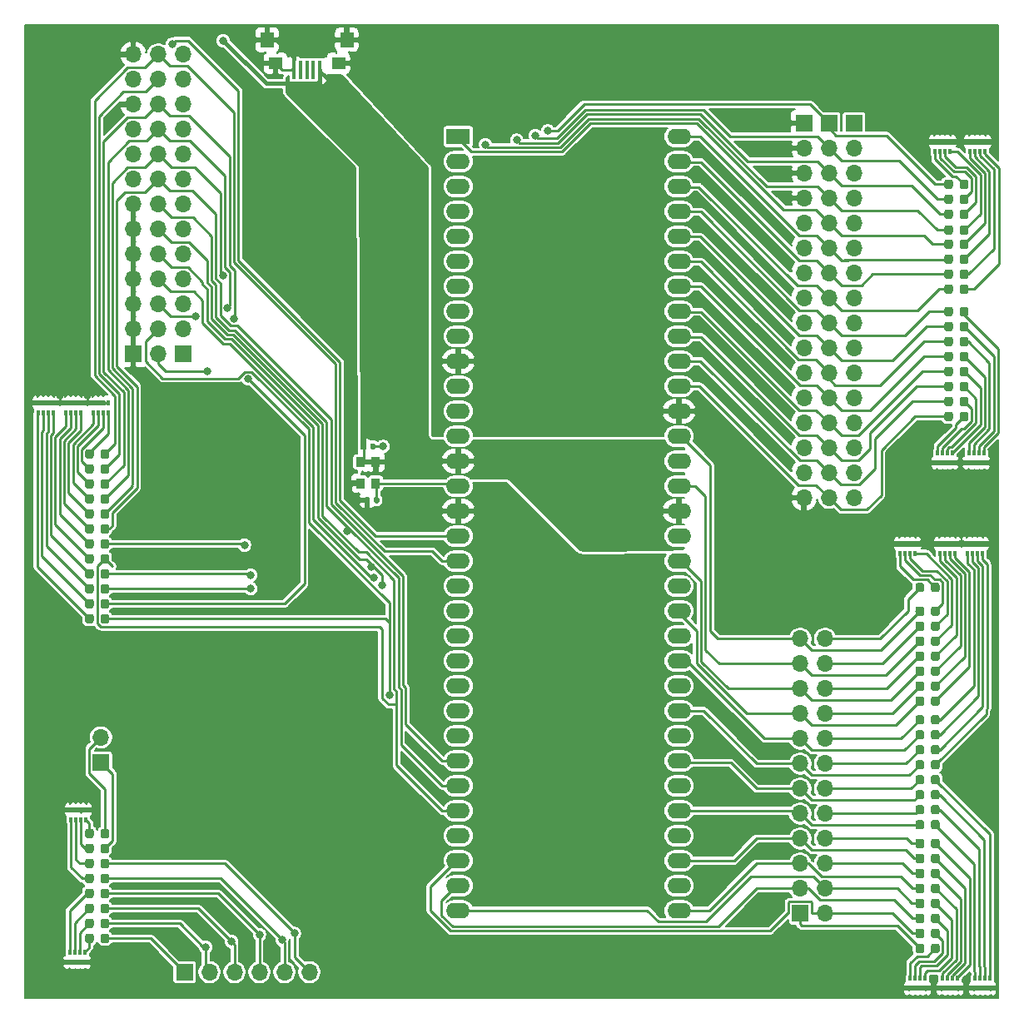
<source format=gbr>
%TF.GenerationSoftware,KiCad,Pcbnew,(5.1.10)-1*%
%TF.CreationDate,2021-08-19T11:13:35+01:00*%
%TF.ProjectId,PistormTester,50697374-6f72-46d5-9465-737465722e6b,rev?*%
%TF.SameCoordinates,Original*%
%TF.FileFunction,Copper,L1,Top*%
%TF.FilePolarity,Positive*%
%FSLAX46Y46*%
G04 Gerber Fmt 4.6, Leading zero omitted, Abs format (unit mm)*
G04 Created by KiCad (PCBNEW (5.1.10)-1) date 2021-08-19 11:13:35*
%MOMM*%
%LPD*%
G01*
G04 APERTURE LIST*
%TA.AperFunction,ComponentPad*%
%ADD10O,2.400000X1.600000*%
%TD*%
%TA.AperFunction,ComponentPad*%
%ADD11R,2.400000X1.600000*%
%TD*%
%TA.AperFunction,ComponentPad*%
%ADD12R,1.700000X1.700000*%
%TD*%
%TA.AperFunction,ComponentPad*%
%ADD13O,1.700000X1.700000*%
%TD*%
%TA.AperFunction,SMDPad,CuDef*%
%ADD14R,0.400000X1.900000*%
%TD*%
%TA.AperFunction,SMDPad,CuDef*%
%ADD15R,1.400000X1.200000*%
%TD*%
%TA.AperFunction,SMDPad,CuDef*%
%ADD16R,1.400000X1.600000*%
%TD*%
%TA.AperFunction,SMDPad,CuDef*%
%ADD17R,1.400000X1.500000*%
%TD*%
%TA.AperFunction,SMDPad,CuDef*%
%ADD18R,0.320000X0.500000*%
%TD*%
%TA.AperFunction,SMDPad,CuDef*%
%ADD19R,0.900000X1.000000*%
%TD*%
%TA.AperFunction,ViaPad*%
%ADD20C,0.800000*%
%TD*%
%TA.AperFunction,Conductor*%
%ADD21C,0.250000*%
%TD*%
%TA.AperFunction,Conductor*%
%ADD22C,0.400000*%
%TD*%
%TA.AperFunction,Conductor*%
%ADD23C,0.127000*%
%TD*%
%TA.AperFunction,Conductor*%
%ADD24C,0.100000*%
%TD*%
G04 APERTURE END LIST*
D10*
%TO.P,U2,64*%
%TO.N,/D5*%
X151514401Y-68300001D03*
%TO.P,U2,32*%
%TO.N,/A4*%
X129054401Y-147040001D03*
%TO.P,U2,63*%
%TO.N,/D6*%
X151514401Y-70840001D03*
%TO.P,U2,31*%
%TO.N,/A3*%
X129054401Y-144500001D03*
%TO.P,U2,62*%
%TO.N,/D7*%
X151514401Y-73380001D03*
%TO.P,U2,30*%
%TO.N,/A2*%
X129054401Y-141960001D03*
%TO.P,U2,61*%
%TO.N,/D8*%
X151514401Y-75920001D03*
%TO.P,U2,29*%
%TO.N,/A1*%
X129054401Y-139420001D03*
%TO.P,U2,60*%
%TO.N,/D9*%
X151514401Y-78460001D03*
%TO.P,U2,28*%
%TO.N,/FC0*%
X129054401Y-136880001D03*
%TO.P,U2,59*%
%TO.N,/D10*%
X151514401Y-81000001D03*
%TO.P,U2,27*%
%TO.N,/FC1*%
X129054401Y-134340001D03*
%TO.P,U2,58*%
%TO.N,/D11*%
X151514401Y-83540001D03*
%TO.P,U2,26*%
%TO.N,/FC2*%
X129054401Y-131800001D03*
%TO.P,U2,57*%
%TO.N,/D12*%
X151514401Y-86080001D03*
%TO.P,U2,25*%
%TO.N,/IPL0*%
X129054401Y-129260001D03*
%TO.P,U2,56*%
%TO.N,/D13*%
X151514401Y-88620001D03*
%TO.P,U2,24*%
%TO.N,/IPL1*%
X129054401Y-126720001D03*
%TO.P,U2,55*%
%TO.N,/D14*%
X151514401Y-91160001D03*
%TO.P,U2,23*%
%TO.N,/IPL2*%
X129054401Y-124180001D03*
%TO.P,U2,54*%
%TO.N,/D15*%
X151514401Y-93700001D03*
%TO.P,U2,22*%
%TO.N,/BERR*%
X129054401Y-121640001D03*
%TO.P,U2,53*%
%TO.N,GND*%
X151514401Y-96240001D03*
%TO.P,U2,21*%
%TO.N,/VPA*%
X129054401Y-119100001D03*
%TO.P,U2,52*%
%TO.N,/A23*%
X151514401Y-98780001D03*
%TO.P,U2,20*%
%TO.N,/E*%
X129054401Y-116560001D03*
%TO.P,U2,51*%
%TO.N,/A22*%
X151514401Y-101320001D03*
%TO.P,U2,19*%
%TO.N,/VMA*%
X129054401Y-114020001D03*
%TO.P,U2,50*%
%TO.N,/A21*%
X151514401Y-103860001D03*
%TO.P,U2,18*%
%TO.N,/RESET*%
X129054401Y-111480001D03*
%TO.P,U2,49*%
%TO.N,+5V*%
X151514401Y-106400001D03*
%TO.P,U2,17*%
%TO.N,/HALT*%
X129054401Y-108940001D03*
%TO.P,U2,48*%
%TO.N,/A20*%
X151514401Y-108940001D03*
%TO.P,U2,16*%
%TO.N,GND*%
X129054401Y-106400001D03*
%TO.P,U2,47*%
%TO.N,/A19*%
X151514401Y-111480001D03*
%TO.P,U2,15*%
%TO.N,/CLK*%
X129054401Y-103860001D03*
%TO.P,U2,46*%
%TO.N,/A18*%
X151514401Y-114020001D03*
%TO.P,U2,14*%
%TO.N,+5V*%
X129054401Y-101320001D03*
%TO.P,U2,45*%
%TO.N,/A17*%
X151514401Y-116560001D03*
%TO.P,U2,13*%
%TO.N,/BR*%
X129054401Y-98780001D03*
%TO.P,U2,44*%
%TO.N,/A16*%
X151514401Y-119100001D03*
%TO.P,U2,12*%
%TO.N,/BGACK*%
X129054401Y-96240001D03*
%TO.P,U2,43*%
%TO.N,/A15*%
X151514401Y-121640001D03*
%TO.P,U2,11*%
%TO.N,/BG*%
X129054401Y-93700001D03*
%TO.P,U2,42*%
%TO.N,/A14*%
X151514401Y-124180001D03*
%TO.P,U2,10*%
%TO.N,GND*%
X129054401Y-91160001D03*
%TO.P,U2,41*%
%TO.N,/A13*%
X151514401Y-126720001D03*
%TO.P,U2,9*%
%TO.N,/RW*%
X129054401Y-88620001D03*
%TO.P,U2,40*%
%TO.N,/A12*%
X151514401Y-129260001D03*
%TO.P,U2,8*%
%TO.N,/LDS*%
X129054401Y-86080001D03*
%TO.P,U2,39*%
%TO.N,/A11*%
X151514401Y-131800001D03*
%TO.P,U2,7*%
%TO.N,/UDS*%
X129054401Y-83540001D03*
%TO.P,U2,38*%
%TO.N,/A10*%
X151514401Y-134340001D03*
%TO.P,U2,6*%
%TO.N,/AS*%
X129054401Y-81000001D03*
%TO.P,U2,37*%
%TO.N,/A9*%
X151514401Y-136880001D03*
%TO.P,U2,5*%
%TO.N,/D0*%
X129054401Y-78460001D03*
%TO.P,U2,36*%
%TO.N,/A8*%
X151514401Y-139420001D03*
%TO.P,U2,4*%
%TO.N,/D1*%
X129054401Y-75920001D03*
%TO.P,U2,35*%
%TO.N,/A7*%
X151514401Y-141960001D03*
%TO.P,U2,3*%
%TO.N,/D2*%
X129054401Y-73380001D03*
%TO.P,U2,34*%
%TO.N,/A6*%
X151514401Y-144500001D03*
%TO.P,U2,2*%
%TO.N,/D3*%
X129054401Y-70840001D03*
%TO.P,U2,33*%
%TO.N,/A5*%
X151514401Y-147040001D03*
D11*
%TO.P,U2,1*%
%TO.N,/D4*%
X129054401Y-68300001D03*
%TD*%
D12*
%TO.P,J2,1*%
%TO.N,/A1*%
X163830000Y-147320000D03*
D13*
%TO.P,J2,2*%
%TO.N,/A2*%
X166370000Y-147320000D03*
%TO.P,J2,3*%
%TO.N,/A3*%
X163830000Y-144780000D03*
%TO.P,J2,4*%
%TO.N,/A4*%
X166370000Y-144780000D03*
%TO.P,J2,5*%
%TO.N,/A5*%
X163830000Y-142240000D03*
%TO.P,J2,6*%
%TO.N,/A6*%
X166370000Y-142240000D03*
%TO.P,J2,7*%
%TO.N,/A7*%
X163830000Y-139700000D03*
%TO.P,J2,8*%
%TO.N,/A8*%
X166370000Y-139700000D03*
%TO.P,J2,9*%
%TO.N,/A9*%
X163830000Y-137160000D03*
%TO.P,J2,10*%
%TO.N,/A10*%
X166370000Y-137160000D03*
%TO.P,J2,11*%
%TO.N,/A11*%
X163830000Y-134620000D03*
%TO.P,J2,12*%
%TO.N,/A12*%
X166370000Y-134620000D03*
%TO.P,J2,13*%
%TO.N,/A13*%
X163830000Y-132080000D03*
%TO.P,J2,14*%
%TO.N,/A14*%
X166370000Y-132080000D03*
%TO.P,J2,15*%
%TO.N,/A15*%
X163830000Y-129540000D03*
%TO.P,J2,16*%
%TO.N,/A16*%
X166370000Y-129540000D03*
%TO.P,J2,17*%
%TO.N,/A17*%
X163830000Y-127000000D03*
%TO.P,J2,18*%
%TO.N,/A18*%
X166370000Y-127000000D03*
%TO.P,J2,19*%
%TO.N,/A19*%
X163830000Y-124460000D03*
%TO.P,J2,20*%
%TO.N,/A20*%
X166370000Y-124460000D03*
%TO.P,J2,21*%
%TO.N,/A21*%
X163830000Y-121920000D03*
%TO.P,J2,22*%
%TO.N,/A22*%
X166370000Y-121920000D03*
%TO.P,J2,23*%
%TO.N,/A23*%
X163830000Y-119380000D03*
%TO.P,J2,24*%
%TO.N,/AS*%
X166370000Y-119380000D03*
%TD*%
%TO.P,C1,2*%
%TO.N,GND*%
%TA.AperFunction,SMDPad,CuDef*%
G36*
G01*
X120088000Y-99992000D02*
X120088000Y-99652000D01*
G75*
G02*
X120228000Y-99512000I140000J0D01*
G01*
X120508000Y-99512000D01*
G75*
G02*
X120648000Y-99652000I0J-140000D01*
G01*
X120648000Y-99992000D01*
G75*
G02*
X120508000Y-100132000I-140000J0D01*
G01*
X120228000Y-100132000D01*
G75*
G02*
X120088000Y-99992000I0J140000D01*
G01*
G37*
%TD.AperFunction*%
%TO.P,C1,1*%
%TO.N,+5V*%
%TA.AperFunction,SMDPad,CuDef*%
G36*
G01*
X119128000Y-99992000D02*
X119128000Y-99652000D01*
G75*
G02*
X119268000Y-99512000I140000J0D01*
G01*
X119548000Y-99512000D01*
G75*
G02*
X119688000Y-99652000I0J-140000D01*
G01*
X119688000Y-99992000D01*
G75*
G02*
X119548000Y-100132000I-140000J0D01*
G01*
X119268000Y-100132000D01*
G75*
G02*
X119128000Y-99992000I0J140000D01*
G01*
G37*
%TD.AperFunction*%
%TD*%
%TO.P,C2,1*%
%TO.N,/CLK*%
%TA.AperFunction,SMDPad,CuDef*%
G36*
G01*
X121029000Y-105113000D02*
X121029000Y-105453000D01*
G75*
G02*
X120889000Y-105593000I-140000J0D01*
G01*
X120609000Y-105593000D01*
G75*
G02*
X120469000Y-105453000I0J140000D01*
G01*
X120469000Y-105113000D01*
G75*
G02*
X120609000Y-104973000I140000J0D01*
G01*
X120889000Y-104973000D01*
G75*
G02*
X121029000Y-105113000I0J-140000D01*
G01*
G37*
%TD.AperFunction*%
%TO.P,C2,2*%
%TO.N,GND*%
%TA.AperFunction,SMDPad,CuDef*%
G36*
G01*
X120069000Y-105113000D02*
X120069000Y-105453000D01*
G75*
G02*
X119929000Y-105593000I-140000J0D01*
G01*
X119649000Y-105593000D01*
G75*
G02*
X119509000Y-105453000I0J140000D01*
G01*
X119509000Y-105113000D01*
G75*
G02*
X119649000Y-104973000I140000J0D01*
G01*
X119929000Y-104973000D01*
G75*
G02*
X120069000Y-105113000I0J-140000D01*
G01*
G37*
%TD.AperFunction*%
%TD*%
%TO.P,D1,2*%
%TO.N,/A1*%
%TA.AperFunction,SMDPad,CuDef*%
G36*
G01*
X176434000Y-150619750D02*
X176434000Y-151132250D01*
G75*
G02*
X176215250Y-151351000I-218750J0D01*
G01*
X175777750Y-151351000D01*
G75*
G02*
X175559000Y-151132250I0J218750D01*
G01*
X175559000Y-150619750D01*
G75*
G02*
X175777750Y-150401000I218750J0D01*
G01*
X176215250Y-150401000D01*
G75*
G02*
X176434000Y-150619750I0J-218750D01*
G01*
G37*
%TD.AperFunction*%
%TO.P,D1,1*%
%TO.N,Net-(D1-Pad1)*%
%TA.AperFunction,SMDPad,CuDef*%
G36*
G01*
X178009000Y-150619750D02*
X178009000Y-151132250D01*
G75*
G02*
X177790250Y-151351000I-218750J0D01*
G01*
X177352750Y-151351000D01*
G75*
G02*
X177134000Y-151132250I0J218750D01*
G01*
X177134000Y-150619750D01*
G75*
G02*
X177352750Y-150401000I218750J0D01*
G01*
X177790250Y-150401000D01*
G75*
G02*
X178009000Y-150619750I0J-218750D01*
G01*
G37*
%TD.AperFunction*%
%TD*%
%TO.P,D2,1*%
%TO.N,Net-(D2-Pad1)*%
%TA.AperFunction,SMDPad,CuDef*%
G36*
G01*
X178009000Y-149095750D02*
X178009000Y-149608250D01*
G75*
G02*
X177790250Y-149827000I-218750J0D01*
G01*
X177352750Y-149827000D01*
G75*
G02*
X177134000Y-149608250I0J218750D01*
G01*
X177134000Y-149095750D01*
G75*
G02*
X177352750Y-148877000I218750J0D01*
G01*
X177790250Y-148877000D01*
G75*
G02*
X178009000Y-149095750I0J-218750D01*
G01*
G37*
%TD.AperFunction*%
%TO.P,D2,2*%
%TO.N,/A2*%
%TA.AperFunction,SMDPad,CuDef*%
G36*
G01*
X176434000Y-149095750D02*
X176434000Y-149608250D01*
G75*
G02*
X176215250Y-149827000I-218750J0D01*
G01*
X175777750Y-149827000D01*
G75*
G02*
X175559000Y-149608250I0J218750D01*
G01*
X175559000Y-149095750D01*
G75*
G02*
X175777750Y-148877000I218750J0D01*
G01*
X176215250Y-148877000D01*
G75*
G02*
X176434000Y-149095750I0J-218750D01*
G01*
G37*
%TD.AperFunction*%
%TD*%
%TO.P,D3,2*%
%TO.N,/A3*%
%TA.AperFunction,SMDPad,CuDef*%
G36*
G01*
X176434000Y-147571750D02*
X176434000Y-148084250D01*
G75*
G02*
X176215250Y-148303000I-218750J0D01*
G01*
X175777750Y-148303000D01*
G75*
G02*
X175559000Y-148084250I0J218750D01*
G01*
X175559000Y-147571750D01*
G75*
G02*
X175777750Y-147353000I218750J0D01*
G01*
X176215250Y-147353000D01*
G75*
G02*
X176434000Y-147571750I0J-218750D01*
G01*
G37*
%TD.AperFunction*%
%TO.P,D3,1*%
%TO.N,Net-(D3-Pad1)*%
%TA.AperFunction,SMDPad,CuDef*%
G36*
G01*
X178009000Y-147571750D02*
X178009000Y-148084250D01*
G75*
G02*
X177790250Y-148303000I-218750J0D01*
G01*
X177352750Y-148303000D01*
G75*
G02*
X177134000Y-148084250I0J218750D01*
G01*
X177134000Y-147571750D01*
G75*
G02*
X177352750Y-147353000I218750J0D01*
G01*
X177790250Y-147353000D01*
G75*
G02*
X178009000Y-147571750I0J-218750D01*
G01*
G37*
%TD.AperFunction*%
%TD*%
%TO.P,D4,1*%
%TO.N,Net-(D4-Pad1)*%
%TA.AperFunction,SMDPad,CuDef*%
G36*
G01*
X178009000Y-146047750D02*
X178009000Y-146560250D01*
G75*
G02*
X177790250Y-146779000I-218750J0D01*
G01*
X177352750Y-146779000D01*
G75*
G02*
X177134000Y-146560250I0J218750D01*
G01*
X177134000Y-146047750D01*
G75*
G02*
X177352750Y-145829000I218750J0D01*
G01*
X177790250Y-145829000D01*
G75*
G02*
X178009000Y-146047750I0J-218750D01*
G01*
G37*
%TD.AperFunction*%
%TO.P,D4,2*%
%TO.N,/A4*%
%TA.AperFunction,SMDPad,CuDef*%
G36*
G01*
X176434000Y-146047750D02*
X176434000Y-146560250D01*
G75*
G02*
X176215250Y-146779000I-218750J0D01*
G01*
X175777750Y-146779000D01*
G75*
G02*
X175559000Y-146560250I0J218750D01*
G01*
X175559000Y-146047750D01*
G75*
G02*
X175777750Y-145829000I218750J0D01*
G01*
X176215250Y-145829000D01*
G75*
G02*
X176434000Y-146047750I0J-218750D01*
G01*
G37*
%TD.AperFunction*%
%TD*%
%TO.P,D5,2*%
%TO.N,/A5*%
%TA.AperFunction,SMDPad,CuDef*%
G36*
G01*
X176434000Y-144523750D02*
X176434000Y-145036250D01*
G75*
G02*
X176215250Y-145255000I-218750J0D01*
G01*
X175777750Y-145255000D01*
G75*
G02*
X175559000Y-145036250I0J218750D01*
G01*
X175559000Y-144523750D01*
G75*
G02*
X175777750Y-144305000I218750J0D01*
G01*
X176215250Y-144305000D01*
G75*
G02*
X176434000Y-144523750I0J-218750D01*
G01*
G37*
%TD.AperFunction*%
%TO.P,D5,1*%
%TO.N,Net-(D5-Pad1)*%
%TA.AperFunction,SMDPad,CuDef*%
G36*
G01*
X178009000Y-144523750D02*
X178009000Y-145036250D01*
G75*
G02*
X177790250Y-145255000I-218750J0D01*
G01*
X177352750Y-145255000D01*
G75*
G02*
X177134000Y-145036250I0J218750D01*
G01*
X177134000Y-144523750D01*
G75*
G02*
X177352750Y-144305000I218750J0D01*
G01*
X177790250Y-144305000D01*
G75*
G02*
X178009000Y-144523750I0J-218750D01*
G01*
G37*
%TD.AperFunction*%
%TD*%
%TO.P,D6,1*%
%TO.N,Net-(D6-Pad1)*%
%TA.AperFunction,SMDPad,CuDef*%
G36*
G01*
X178009000Y-142999750D02*
X178009000Y-143512250D01*
G75*
G02*
X177790250Y-143731000I-218750J0D01*
G01*
X177352750Y-143731000D01*
G75*
G02*
X177134000Y-143512250I0J218750D01*
G01*
X177134000Y-142999750D01*
G75*
G02*
X177352750Y-142781000I218750J0D01*
G01*
X177790250Y-142781000D01*
G75*
G02*
X178009000Y-142999750I0J-218750D01*
G01*
G37*
%TD.AperFunction*%
%TO.P,D6,2*%
%TO.N,/A6*%
%TA.AperFunction,SMDPad,CuDef*%
G36*
G01*
X176434000Y-142999750D02*
X176434000Y-143512250D01*
G75*
G02*
X176215250Y-143731000I-218750J0D01*
G01*
X175777750Y-143731000D01*
G75*
G02*
X175559000Y-143512250I0J218750D01*
G01*
X175559000Y-142999750D01*
G75*
G02*
X175777750Y-142781000I218750J0D01*
G01*
X176215250Y-142781000D01*
G75*
G02*
X176434000Y-142999750I0J-218750D01*
G01*
G37*
%TD.AperFunction*%
%TD*%
%TO.P,D7,2*%
%TO.N,/A7*%
%TA.AperFunction,SMDPad,CuDef*%
G36*
G01*
X176434000Y-141475750D02*
X176434000Y-141988250D01*
G75*
G02*
X176215250Y-142207000I-218750J0D01*
G01*
X175777750Y-142207000D01*
G75*
G02*
X175559000Y-141988250I0J218750D01*
G01*
X175559000Y-141475750D01*
G75*
G02*
X175777750Y-141257000I218750J0D01*
G01*
X176215250Y-141257000D01*
G75*
G02*
X176434000Y-141475750I0J-218750D01*
G01*
G37*
%TD.AperFunction*%
%TO.P,D7,1*%
%TO.N,Net-(D7-Pad1)*%
%TA.AperFunction,SMDPad,CuDef*%
G36*
G01*
X178009000Y-141475750D02*
X178009000Y-141988250D01*
G75*
G02*
X177790250Y-142207000I-218750J0D01*
G01*
X177352750Y-142207000D01*
G75*
G02*
X177134000Y-141988250I0J218750D01*
G01*
X177134000Y-141475750D01*
G75*
G02*
X177352750Y-141257000I218750J0D01*
G01*
X177790250Y-141257000D01*
G75*
G02*
X178009000Y-141475750I0J-218750D01*
G01*
G37*
%TD.AperFunction*%
%TD*%
%TO.P,D8,1*%
%TO.N,Net-(D8-Pad1)*%
%TA.AperFunction,SMDPad,CuDef*%
G36*
G01*
X178009000Y-139951750D02*
X178009000Y-140464250D01*
G75*
G02*
X177790250Y-140683000I-218750J0D01*
G01*
X177352750Y-140683000D01*
G75*
G02*
X177134000Y-140464250I0J218750D01*
G01*
X177134000Y-139951750D01*
G75*
G02*
X177352750Y-139733000I218750J0D01*
G01*
X177790250Y-139733000D01*
G75*
G02*
X178009000Y-139951750I0J-218750D01*
G01*
G37*
%TD.AperFunction*%
%TO.P,D8,2*%
%TO.N,/A8*%
%TA.AperFunction,SMDPad,CuDef*%
G36*
G01*
X176434000Y-139951750D02*
X176434000Y-140464250D01*
G75*
G02*
X176215250Y-140683000I-218750J0D01*
G01*
X175777750Y-140683000D01*
G75*
G02*
X175559000Y-140464250I0J218750D01*
G01*
X175559000Y-139951750D01*
G75*
G02*
X175777750Y-139733000I218750J0D01*
G01*
X176215250Y-139733000D01*
G75*
G02*
X176434000Y-139951750I0J-218750D01*
G01*
G37*
%TD.AperFunction*%
%TD*%
%TO.P,D9,2*%
%TO.N,/A9*%
%TA.AperFunction,SMDPad,CuDef*%
G36*
G01*
X176434000Y-138046750D02*
X176434000Y-138559250D01*
G75*
G02*
X176215250Y-138778000I-218750J0D01*
G01*
X175777750Y-138778000D01*
G75*
G02*
X175559000Y-138559250I0J218750D01*
G01*
X175559000Y-138046750D01*
G75*
G02*
X175777750Y-137828000I218750J0D01*
G01*
X176215250Y-137828000D01*
G75*
G02*
X176434000Y-138046750I0J-218750D01*
G01*
G37*
%TD.AperFunction*%
%TO.P,D9,1*%
%TO.N,Net-(D9-Pad1)*%
%TA.AperFunction,SMDPad,CuDef*%
G36*
G01*
X178009000Y-138046750D02*
X178009000Y-138559250D01*
G75*
G02*
X177790250Y-138778000I-218750J0D01*
G01*
X177352750Y-138778000D01*
G75*
G02*
X177134000Y-138559250I0J218750D01*
G01*
X177134000Y-138046750D01*
G75*
G02*
X177352750Y-137828000I218750J0D01*
G01*
X177790250Y-137828000D01*
G75*
G02*
X178009000Y-138046750I0J-218750D01*
G01*
G37*
%TD.AperFunction*%
%TD*%
%TO.P,D10,1*%
%TO.N,Net-(D10-Pad1)*%
%TA.AperFunction,SMDPad,CuDef*%
G36*
G01*
X178009000Y-136522750D02*
X178009000Y-137035250D01*
G75*
G02*
X177790250Y-137254000I-218750J0D01*
G01*
X177352750Y-137254000D01*
G75*
G02*
X177134000Y-137035250I0J218750D01*
G01*
X177134000Y-136522750D01*
G75*
G02*
X177352750Y-136304000I218750J0D01*
G01*
X177790250Y-136304000D01*
G75*
G02*
X178009000Y-136522750I0J-218750D01*
G01*
G37*
%TD.AperFunction*%
%TO.P,D10,2*%
%TO.N,/A10*%
%TA.AperFunction,SMDPad,CuDef*%
G36*
G01*
X176434000Y-136522750D02*
X176434000Y-137035250D01*
G75*
G02*
X176215250Y-137254000I-218750J0D01*
G01*
X175777750Y-137254000D01*
G75*
G02*
X175559000Y-137035250I0J218750D01*
G01*
X175559000Y-136522750D01*
G75*
G02*
X175777750Y-136304000I218750J0D01*
G01*
X176215250Y-136304000D01*
G75*
G02*
X176434000Y-136522750I0J-218750D01*
G01*
G37*
%TD.AperFunction*%
%TD*%
%TO.P,D11,2*%
%TO.N,/A11*%
%TA.AperFunction,SMDPad,CuDef*%
G36*
G01*
X176434000Y-134998750D02*
X176434000Y-135511250D01*
G75*
G02*
X176215250Y-135730000I-218750J0D01*
G01*
X175777750Y-135730000D01*
G75*
G02*
X175559000Y-135511250I0J218750D01*
G01*
X175559000Y-134998750D01*
G75*
G02*
X175777750Y-134780000I218750J0D01*
G01*
X176215250Y-134780000D01*
G75*
G02*
X176434000Y-134998750I0J-218750D01*
G01*
G37*
%TD.AperFunction*%
%TO.P,D11,1*%
%TO.N,Net-(D11-Pad1)*%
%TA.AperFunction,SMDPad,CuDef*%
G36*
G01*
X178009000Y-134998750D02*
X178009000Y-135511250D01*
G75*
G02*
X177790250Y-135730000I-218750J0D01*
G01*
X177352750Y-135730000D01*
G75*
G02*
X177134000Y-135511250I0J218750D01*
G01*
X177134000Y-134998750D01*
G75*
G02*
X177352750Y-134780000I218750J0D01*
G01*
X177790250Y-134780000D01*
G75*
G02*
X178009000Y-134998750I0J-218750D01*
G01*
G37*
%TD.AperFunction*%
%TD*%
%TO.P,D12,1*%
%TO.N,Net-(D12-Pad1)*%
%TA.AperFunction,SMDPad,CuDef*%
G36*
G01*
X178009000Y-133474750D02*
X178009000Y-133987250D01*
G75*
G02*
X177790250Y-134206000I-218750J0D01*
G01*
X177352750Y-134206000D01*
G75*
G02*
X177134000Y-133987250I0J218750D01*
G01*
X177134000Y-133474750D01*
G75*
G02*
X177352750Y-133256000I218750J0D01*
G01*
X177790250Y-133256000D01*
G75*
G02*
X178009000Y-133474750I0J-218750D01*
G01*
G37*
%TD.AperFunction*%
%TO.P,D12,2*%
%TO.N,/A12*%
%TA.AperFunction,SMDPad,CuDef*%
G36*
G01*
X176434000Y-133474750D02*
X176434000Y-133987250D01*
G75*
G02*
X176215250Y-134206000I-218750J0D01*
G01*
X175777750Y-134206000D01*
G75*
G02*
X175559000Y-133987250I0J218750D01*
G01*
X175559000Y-133474750D01*
G75*
G02*
X175777750Y-133256000I218750J0D01*
G01*
X176215250Y-133256000D01*
G75*
G02*
X176434000Y-133474750I0J-218750D01*
G01*
G37*
%TD.AperFunction*%
%TD*%
%TO.P,D13,2*%
%TO.N,/A13*%
%TA.AperFunction,SMDPad,CuDef*%
G36*
G01*
X176434000Y-131950750D02*
X176434000Y-132463250D01*
G75*
G02*
X176215250Y-132682000I-218750J0D01*
G01*
X175777750Y-132682000D01*
G75*
G02*
X175559000Y-132463250I0J218750D01*
G01*
X175559000Y-131950750D01*
G75*
G02*
X175777750Y-131732000I218750J0D01*
G01*
X176215250Y-131732000D01*
G75*
G02*
X176434000Y-131950750I0J-218750D01*
G01*
G37*
%TD.AperFunction*%
%TO.P,D13,1*%
%TO.N,Net-(D13-Pad1)*%
%TA.AperFunction,SMDPad,CuDef*%
G36*
G01*
X178009000Y-131950750D02*
X178009000Y-132463250D01*
G75*
G02*
X177790250Y-132682000I-218750J0D01*
G01*
X177352750Y-132682000D01*
G75*
G02*
X177134000Y-132463250I0J218750D01*
G01*
X177134000Y-131950750D01*
G75*
G02*
X177352750Y-131732000I218750J0D01*
G01*
X177790250Y-131732000D01*
G75*
G02*
X178009000Y-131950750I0J-218750D01*
G01*
G37*
%TD.AperFunction*%
%TD*%
%TO.P,D14,1*%
%TO.N,Net-(D14-Pad1)*%
%TA.AperFunction,SMDPad,CuDef*%
G36*
G01*
X178009000Y-130426750D02*
X178009000Y-130939250D01*
G75*
G02*
X177790250Y-131158000I-218750J0D01*
G01*
X177352750Y-131158000D01*
G75*
G02*
X177134000Y-130939250I0J218750D01*
G01*
X177134000Y-130426750D01*
G75*
G02*
X177352750Y-130208000I218750J0D01*
G01*
X177790250Y-130208000D01*
G75*
G02*
X178009000Y-130426750I0J-218750D01*
G01*
G37*
%TD.AperFunction*%
%TO.P,D14,2*%
%TO.N,/A14*%
%TA.AperFunction,SMDPad,CuDef*%
G36*
G01*
X176434000Y-130426750D02*
X176434000Y-130939250D01*
G75*
G02*
X176215250Y-131158000I-218750J0D01*
G01*
X175777750Y-131158000D01*
G75*
G02*
X175559000Y-130939250I0J218750D01*
G01*
X175559000Y-130426750D01*
G75*
G02*
X175777750Y-130208000I218750J0D01*
G01*
X176215250Y-130208000D01*
G75*
G02*
X176434000Y-130426750I0J-218750D01*
G01*
G37*
%TD.AperFunction*%
%TD*%
%TO.P,D15,2*%
%TO.N,/A15*%
%TA.AperFunction,SMDPad,CuDef*%
G36*
G01*
X176434000Y-128902750D02*
X176434000Y-129415250D01*
G75*
G02*
X176215250Y-129634000I-218750J0D01*
G01*
X175777750Y-129634000D01*
G75*
G02*
X175559000Y-129415250I0J218750D01*
G01*
X175559000Y-128902750D01*
G75*
G02*
X175777750Y-128684000I218750J0D01*
G01*
X176215250Y-128684000D01*
G75*
G02*
X176434000Y-128902750I0J-218750D01*
G01*
G37*
%TD.AperFunction*%
%TO.P,D15,1*%
%TO.N,Net-(D15-Pad1)*%
%TA.AperFunction,SMDPad,CuDef*%
G36*
G01*
X178009000Y-128902750D02*
X178009000Y-129415250D01*
G75*
G02*
X177790250Y-129634000I-218750J0D01*
G01*
X177352750Y-129634000D01*
G75*
G02*
X177134000Y-129415250I0J218750D01*
G01*
X177134000Y-128902750D01*
G75*
G02*
X177352750Y-128684000I218750J0D01*
G01*
X177790250Y-128684000D01*
G75*
G02*
X178009000Y-128902750I0J-218750D01*
G01*
G37*
%TD.AperFunction*%
%TD*%
%TO.P,D16,2*%
%TO.N,/A16*%
%TA.AperFunction,SMDPad,CuDef*%
G36*
G01*
X176434000Y-127378750D02*
X176434000Y-127891250D01*
G75*
G02*
X176215250Y-128110000I-218750J0D01*
G01*
X175777750Y-128110000D01*
G75*
G02*
X175559000Y-127891250I0J218750D01*
G01*
X175559000Y-127378750D01*
G75*
G02*
X175777750Y-127160000I218750J0D01*
G01*
X176215250Y-127160000D01*
G75*
G02*
X176434000Y-127378750I0J-218750D01*
G01*
G37*
%TD.AperFunction*%
%TO.P,D16,1*%
%TO.N,Net-(D16-Pad1)*%
%TA.AperFunction,SMDPad,CuDef*%
G36*
G01*
X178009000Y-127378750D02*
X178009000Y-127891250D01*
G75*
G02*
X177790250Y-128110000I-218750J0D01*
G01*
X177352750Y-128110000D01*
G75*
G02*
X177134000Y-127891250I0J218750D01*
G01*
X177134000Y-127378750D01*
G75*
G02*
X177352750Y-127160000I218750J0D01*
G01*
X177790250Y-127160000D01*
G75*
G02*
X178009000Y-127378750I0J-218750D01*
G01*
G37*
%TD.AperFunction*%
%TD*%
%TO.P,D17,1*%
%TO.N,Net-(D17-Pad1)*%
%TA.AperFunction,SMDPad,CuDef*%
G36*
G01*
X178009000Y-125473750D02*
X178009000Y-125986250D01*
G75*
G02*
X177790250Y-126205000I-218750J0D01*
G01*
X177352750Y-126205000D01*
G75*
G02*
X177134000Y-125986250I0J218750D01*
G01*
X177134000Y-125473750D01*
G75*
G02*
X177352750Y-125255000I218750J0D01*
G01*
X177790250Y-125255000D01*
G75*
G02*
X178009000Y-125473750I0J-218750D01*
G01*
G37*
%TD.AperFunction*%
%TO.P,D17,2*%
%TO.N,/A17*%
%TA.AperFunction,SMDPad,CuDef*%
G36*
G01*
X176434000Y-125473750D02*
X176434000Y-125986250D01*
G75*
G02*
X176215250Y-126205000I-218750J0D01*
G01*
X175777750Y-126205000D01*
G75*
G02*
X175559000Y-125986250I0J218750D01*
G01*
X175559000Y-125473750D01*
G75*
G02*
X175777750Y-125255000I218750J0D01*
G01*
X176215250Y-125255000D01*
G75*
G02*
X176434000Y-125473750I0J-218750D01*
G01*
G37*
%TD.AperFunction*%
%TD*%
%TO.P,D18,2*%
%TO.N,/A18*%
%TA.AperFunction,SMDPad,CuDef*%
G36*
G01*
X176434000Y-123949750D02*
X176434000Y-124462250D01*
G75*
G02*
X176215250Y-124681000I-218750J0D01*
G01*
X175777750Y-124681000D01*
G75*
G02*
X175559000Y-124462250I0J218750D01*
G01*
X175559000Y-123949750D01*
G75*
G02*
X175777750Y-123731000I218750J0D01*
G01*
X176215250Y-123731000D01*
G75*
G02*
X176434000Y-123949750I0J-218750D01*
G01*
G37*
%TD.AperFunction*%
%TO.P,D18,1*%
%TO.N,Net-(D18-Pad1)*%
%TA.AperFunction,SMDPad,CuDef*%
G36*
G01*
X178009000Y-123949750D02*
X178009000Y-124462250D01*
G75*
G02*
X177790250Y-124681000I-218750J0D01*
G01*
X177352750Y-124681000D01*
G75*
G02*
X177134000Y-124462250I0J218750D01*
G01*
X177134000Y-123949750D01*
G75*
G02*
X177352750Y-123731000I218750J0D01*
G01*
X177790250Y-123731000D01*
G75*
G02*
X178009000Y-123949750I0J-218750D01*
G01*
G37*
%TD.AperFunction*%
%TD*%
%TO.P,D19,1*%
%TO.N,Net-(D19-Pad1)*%
%TA.AperFunction,SMDPad,CuDef*%
G36*
G01*
X178009000Y-122425750D02*
X178009000Y-122938250D01*
G75*
G02*
X177790250Y-123157000I-218750J0D01*
G01*
X177352750Y-123157000D01*
G75*
G02*
X177134000Y-122938250I0J218750D01*
G01*
X177134000Y-122425750D01*
G75*
G02*
X177352750Y-122207000I218750J0D01*
G01*
X177790250Y-122207000D01*
G75*
G02*
X178009000Y-122425750I0J-218750D01*
G01*
G37*
%TD.AperFunction*%
%TO.P,D19,2*%
%TO.N,/A19*%
%TA.AperFunction,SMDPad,CuDef*%
G36*
G01*
X176434000Y-122425750D02*
X176434000Y-122938250D01*
G75*
G02*
X176215250Y-123157000I-218750J0D01*
G01*
X175777750Y-123157000D01*
G75*
G02*
X175559000Y-122938250I0J218750D01*
G01*
X175559000Y-122425750D01*
G75*
G02*
X175777750Y-122207000I218750J0D01*
G01*
X176215250Y-122207000D01*
G75*
G02*
X176434000Y-122425750I0J-218750D01*
G01*
G37*
%TD.AperFunction*%
%TD*%
%TO.P,D20,2*%
%TO.N,/A20*%
%TA.AperFunction,SMDPad,CuDef*%
G36*
G01*
X176434000Y-120901750D02*
X176434000Y-121414250D01*
G75*
G02*
X176215250Y-121633000I-218750J0D01*
G01*
X175777750Y-121633000D01*
G75*
G02*
X175559000Y-121414250I0J218750D01*
G01*
X175559000Y-120901750D01*
G75*
G02*
X175777750Y-120683000I218750J0D01*
G01*
X176215250Y-120683000D01*
G75*
G02*
X176434000Y-120901750I0J-218750D01*
G01*
G37*
%TD.AperFunction*%
%TO.P,D20,1*%
%TO.N,Net-(D20-Pad1)*%
%TA.AperFunction,SMDPad,CuDef*%
G36*
G01*
X178009000Y-120901750D02*
X178009000Y-121414250D01*
G75*
G02*
X177790250Y-121633000I-218750J0D01*
G01*
X177352750Y-121633000D01*
G75*
G02*
X177134000Y-121414250I0J218750D01*
G01*
X177134000Y-120901750D01*
G75*
G02*
X177352750Y-120683000I218750J0D01*
G01*
X177790250Y-120683000D01*
G75*
G02*
X178009000Y-120901750I0J-218750D01*
G01*
G37*
%TD.AperFunction*%
%TD*%
%TO.P,D21,1*%
%TO.N,Net-(D21-Pad1)*%
%TA.AperFunction,SMDPad,CuDef*%
G36*
G01*
X178009000Y-119377750D02*
X178009000Y-119890250D01*
G75*
G02*
X177790250Y-120109000I-218750J0D01*
G01*
X177352750Y-120109000D01*
G75*
G02*
X177134000Y-119890250I0J218750D01*
G01*
X177134000Y-119377750D01*
G75*
G02*
X177352750Y-119159000I218750J0D01*
G01*
X177790250Y-119159000D01*
G75*
G02*
X178009000Y-119377750I0J-218750D01*
G01*
G37*
%TD.AperFunction*%
%TO.P,D21,2*%
%TO.N,/A21*%
%TA.AperFunction,SMDPad,CuDef*%
G36*
G01*
X176434000Y-119377750D02*
X176434000Y-119890250D01*
G75*
G02*
X176215250Y-120109000I-218750J0D01*
G01*
X175777750Y-120109000D01*
G75*
G02*
X175559000Y-119890250I0J218750D01*
G01*
X175559000Y-119377750D01*
G75*
G02*
X175777750Y-119159000I218750J0D01*
G01*
X176215250Y-119159000D01*
G75*
G02*
X176434000Y-119377750I0J-218750D01*
G01*
G37*
%TD.AperFunction*%
%TD*%
%TO.P,D22,2*%
%TO.N,/A22*%
%TA.AperFunction,SMDPad,CuDef*%
G36*
G01*
X176434000Y-117853750D02*
X176434000Y-118366250D01*
G75*
G02*
X176215250Y-118585000I-218750J0D01*
G01*
X175777750Y-118585000D01*
G75*
G02*
X175559000Y-118366250I0J218750D01*
G01*
X175559000Y-117853750D01*
G75*
G02*
X175777750Y-117635000I218750J0D01*
G01*
X176215250Y-117635000D01*
G75*
G02*
X176434000Y-117853750I0J-218750D01*
G01*
G37*
%TD.AperFunction*%
%TO.P,D22,1*%
%TO.N,Net-(D22-Pad1)*%
%TA.AperFunction,SMDPad,CuDef*%
G36*
G01*
X178009000Y-117853750D02*
X178009000Y-118366250D01*
G75*
G02*
X177790250Y-118585000I-218750J0D01*
G01*
X177352750Y-118585000D01*
G75*
G02*
X177134000Y-118366250I0J218750D01*
G01*
X177134000Y-117853750D01*
G75*
G02*
X177352750Y-117635000I218750J0D01*
G01*
X177790250Y-117635000D01*
G75*
G02*
X178009000Y-117853750I0J-218750D01*
G01*
G37*
%TD.AperFunction*%
%TD*%
%TO.P,D23,1*%
%TO.N,Net-(D23-Pad1)*%
%TA.AperFunction,SMDPad,CuDef*%
G36*
G01*
X178009000Y-116329750D02*
X178009000Y-116842250D01*
G75*
G02*
X177790250Y-117061000I-218750J0D01*
G01*
X177352750Y-117061000D01*
G75*
G02*
X177134000Y-116842250I0J218750D01*
G01*
X177134000Y-116329750D01*
G75*
G02*
X177352750Y-116111000I218750J0D01*
G01*
X177790250Y-116111000D01*
G75*
G02*
X178009000Y-116329750I0J-218750D01*
G01*
G37*
%TD.AperFunction*%
%TO.P,D23,2*%
%TO.N,/A23*%
%TA.AperFunction,SMDPad,CuDef*%
G36*
G01*
X176434000Y-116329750D02*
X176434000Y-116842250D01*
G75*
G02*
X176215250Y-117061000I-218750J0D01*
G01*
X175777750Y-117061000D01*
G75*
G02*
X175559000Y-116842250I0J218750D01*
G01*
X175559000Y-116329750D01*
G75*
G02*
X175777750Y-116111000I218750J0D01*
G01*
X176215250Y-116111000D01*
G75*
G02*
X176434000Y-116329750I0J-218750D01*
G01*
G37*
%TD.AperFunction*%
%TD*%
%TO.P,D24,2*%
%TO.N,/AS*%
%TA.AperFunction,SMDPad,CuDef*%
G36*
G01*
X176434000Y-113916750D02*
X176434000Y-114429250D01*
G75*
G02*
X176215250Y-114648000I-218750J0D01*
G01*
X175777750Y-114648000D01*
G75*
G02*
X175559000Y-114429250I0J218750D01*
G01*
X175559000Y-113916750D01*
G75*
G02*
X175777750Y-113698000I218750J0D01*
G01*
X176215250Y-113698000D01*
G75*
G02*
X176434000Y-113916750I0J-218750D01*
G01*
G37*
%TD.AperFunction*%
%TO.P,D24,1*%
%TO.N,Net-(D24-Pad1)*%
%TA.AperFunction,SMDPad,CuDef*%
G36*
G01*
X178009000Y-113916750D02*
X178009000Y-114429250D01*
G75*
G02*
X177790250Y-114648000I-218750J0D01*
G01*
X177352750Y-114648000D01*
G75*
G02*
X177134000Y-114429250I0J218750D01*
G01*
X177134000Y-113916750D01*
G75*
G02*
X177352750Y-113698000I218750J0D01*
G01*
X177790250Y-113698000D01*
G75*
G02*
X178009000Y-113916750I0J-218750D01*
G01*
G37*
%TD.AperFunction*%
%TD*%
%TO.P,D25,1*%
%TO.N,Net-(D25-Pad1)*%
%TA.AperFunction,SMDPad,CuDef*%
G36*
G01*
X180930000Y-72895750D02*
X180930000Y-73408250D01*
G75*
G02*
X180711250Y-73627000I-218750J0D01*
G01*
X180273750Y-73627000D01*
G75*
G02*
X180055000Y-73408250I0J218750D01*
G01*
X180055000Y-72895750D01*
G75*
G02*
X180273750Y-72677000I218750J0D01*
G01*
X180711250Y-72677000D01*
G75*
G02*
X180930000Y-72895750I0J-218750D01*
G01*
G37*
%TD.AperFunction*%
%TO.P,D25,2*%
%TO.N,/D0*%
%TA.AperFunction,SMDPad,CuDef*%
G36*
G01*
X179355000Y-72895750D02*
X179355000Y-73408250D01*
G75*
G02*
X179136250Y-73627000I-218750J0D01*
G01*
X178698750Y-73627000D01*
G75*
G02*
X178480000Y-73408250I0J218750D01*
G01*
X178480000Y-72895750D01*
G75*
G02*
X178698750Y-72677000I218750J0D01*
G01*
X179136250Y-72677000D01*
G75*
G02*
X179355000Y-72895750I0J-218750D01*
G01*
G37*
%TD.AperFunction*%
%TD*%
%TO.P,D26,2*%
%TO.N,/D1*%
%TA.AperFunction,SMDPad,CuDef*%
G36*
G01*
X179355000Y-74419750D02*
X179355000Y-74932250D01*
G75*
G02*
X179136250Y-75151000I-218750J0D01*
G01*
X178698750Y-75151000D01*
G75*
G02*
X178480000Y-74932250I0J218750D01*
G01*
X178480000Y-74419750D01*
G75*
G02*
X178698750Y-74201000I218750J0D01*
G01*
X179136250Y-74201000D01*
G75*
G02*
X179355000Y-74419750I0J-218750D01*
G01*
G37*
%TD.AperFunction*%
%TO.P,D26,1*%
%TO.N,Net-(D26-Pad1)*%
%TA.AperFunction,SMDPad,CuDef*%
G36*
G01*
X180930000Y-74419750D02*
X180930000Y-74932250D01*
G75*
G02*
X180711250Y-75151000I-218750J0D01*
G01*
X180273750Y-75151000D01*
G75*
G02*
X180055000Y-74932250I0J218750D01*
G01*
X180055000Y-74419750D01*
G75*
G02*
X180273750Y-74201000I218750J0D01*
G01*
X180711250Y-74201000D01*
G75*
G02*
X180930000Y-74419750I0J-218750D01*
G01*
G37*
%TD.AperFunction*%
%TD*%
%TO.P,D27,2*%
%TO.N,/D2*%
%TA.AperFunction,SMDPad,CuDef*%
G36*
G01*
X179355000Y-75943750D02*
X179355000Y-76456250D01*
G75*
G02*
X179136250Y-76675000I-218750J0D01*
G01*
X178698750Y-76675000D01*
G75*
G02*
X178480000Y-76456250I0J218750D01*
G01*
X178480000Y-75943750D01*
G75*
G02*
X178698750Y-75725000I218750J0D01*
G01*
X179136250Y-75725000D01*
G75*
G02*
X179355000Y-75943750I0J-218750D01*
G01*
G37*
%TD.AperFunction*%
%TO.P,D27,1*%
%TO.N,Net-(D27-Pad1)*%
%TA.AperFunction,SMDPad,CuDef*%
G36*
G01*
X180930000Y-75943750D02*
X180930000Y-76456250D01*
G75*
G02*
X180711250Y-76675000I-218750J0D01*
G01*
X180273750Y-76675000D01*
G75*
G02*
X180055000Y-76456250I0J218750D01*
G01*
X180055000Y-75943750D01*
G75*
G02*
X180273750Y-75725000I218750J0D01*
G01*
X180711250Y-75725000D01*
G75*
G02*
X180930000Y-75943750I0J-218750D01*
G01*
G37*
%TD.AperFunction*%
%TD*%
%TO.P,D28,1*%
%TO.N,Net-(D28-Pad1)*%
%TA.AperFunction,SMDPad,CuDef*%
G36*
G01*
X180930000Y-77549949D02*
X180930000Y-78062449D01*
G75*
G02*
X180711250Y-78281199I-218750J0D01*
G01*
X180273750Y-78281199D01*
G75*
G02*
X180055000Y-78062449I0J218750D01*
G01*
X180055000Y-77549949D01*
G75*
G02*
X180273750Y-77331199I218750J0D01*
G01*
X180711250Y-77331199D01*
G75*
G02*
X180930000Y-77549949I0J-218750D01*
G01*
G37*
%TD.AperFunction*%
%TO.P,D28,2*%
%TO.N,/D3*%
%TA.AperFunction,SMDPad,CuDef*%
G36*
G01*
X179355000Y-77549949D02*
X179355000Y-78062449D01*
G75*
G02*
X179136250Y-78281199I-218750J0D01*
G01*
X178698750Y-78281199D01*
G75*
G02*
X178480000Y-78062449I0J218750D01*
G01*
X178480000Y-77549949D01*
G75*
G02*
X178698750Y-77331199I218750J0D01*
G01*
X179136250Y-77331199D01*
G75*
G02*
X179355000Y-77549949I0J-218750D01*
G01*
G37*
%TD.AperFunction*%
%TD*%
%TO.P,D29,1*%
%TO.N,Net-(D29-Pad1)*%
%TA.AperFunction,SMDPad,CuDef*%
G36*
G01*
X180930000Y-78991750D02*
X180930000Y-79504250D01*
G75*
G02*
X180711250Y-79723000I-218750J0D01*
G01*
X180273750Y-79723000D01*
G75*
G02*
X180055000Y-79504250I0J218750D01*
G01*
X180055000Y-78991750D01*
G75*
G02*
X180273750Y-78773000I218750J0D01*
G01*
X180711250Y-78773000D01*
G75*
G02*
X180930000Y-78991750I0J-218750D01*
G01*
G37*
%TD.AperFunction*%
%TO.P,D29,2*%
%TO.N,/D4*%
%TA.AperFunction,SMDPad,CuDef*%
G36*
G01*
X179355000Y-78991750D02*
X179355000Y-79504250D01*
G75*
G02*
X179136250Y-79723000I-218750J0D01*
G01*
X178698750Y-79723000D01*
G75*
G02*
X178480000Y-79504250I0J218750D01*
G01*
X178480000Y-78991750D01*
G75*
G02*
X178698750Y-78773000I218750J0D01*
G01*
X179136250Y-78773000D01*
G75*
G02*
X179355000Y-78991750I0J-218750D01*
G01*
G37*
%TD.AperFunction*%
%TD*%
%TO.P,D30,2*%
%TO.N,/D5*%
%TA.AperFunction,SMDPad,CuDef*%
G36*
G01*
X179355000Y-80515750D02*
X179355000Y-81028250D01*
G75*
G02*
X179136250Y-81247000I-218750J0D01*
G01*
X178698750Y-81247000D01*
G75*
G02*
X178480000Y-81028250I0J218750D01*
G01*
X178480000Y-80515750D01*
G75*
G02*
X178698750Y-80297000I218750J0D01*
G01*
X179136250Y-80297000D01*
G75*
G02*
X179355000Y-80515750I0J-218750D01*
G01*
G37*
%TD.AperFunction*%
%TO.P,D30,1*%
%TO.N,Net-(D30-Pad1)*%
%TA.AperFunction,SMDPad,CuDef*%
G36*
G01*
X180930000Y-80515750D02*
X180930000Y-81028250D01*
G75*
G02*
X180711250Y-81247000I-218750J0D01*
G01*
X180273750Y-81247000D01*
G75*
G02*
X180055000Y-81028250I0J218750D01*
G01*
X180055000Y-80515750D01*
G75*
G02*
X180273750Y-80297000I218750J0D01*
G01*
X180711250Y-80297000D01*
G75*
G02*
X180930000Y-80515750I0J-218750D01*
G01*
G37*
%TD.AperFunction*%
%TD*%
%TO.P,D31,1*%
%TO.N,Net-(D31-Pad1)*%
%TA.AperFunction,SMDPad,CuDef*%
G36*
G01*
X180930000Y-82039750D02*
X180930000Y-82552250D01*
G75*
G02*
X180711250Y-82771000I-218750J0D01*
G01*
X180273750Y-82771000D01*
G75*
G02*
X180055000Y-82552250I0J218750D01*
G01*
X180055000Y-82039750D01*
G75*
G02*
X180273750Y-81821000I218750J0D01*
G01*
X180711250Y-81821000D01*
G75*
G02*
X180930000Y-82039750I0J-218750D01*
G01*
G37*
%TD.AperFunction*%
%TO.P,D31,2*%
%TO.N,/D6*%
%TA.AperFunction,SMDPad,CuDef*%
G36*
G01*
X179355000Y-82039750D02*
X179355000Y-82552250D01*
G75*
G02*
X179136250Y-82771000I-218750J0D01*
G01*
X178698750Y-82771000D01*
G75*
G02*
X178480000Y-82552250I0J218750D01*
G01*
X178480000Y-82039750D01*
G75*
G02*
X178698750Y-81821000I218750J0D01*
G01*
X179136250Y-81821000D01*
G75*
G02*
X179355000Y-82039750I0J-218750D01*
G01*
G37*
%TD.AperFunction*%
%TD*%
%TO.P,D32,2*%
%TO.N,/D7*%
%TA.AperFunction,SMDPad,CuDef*%
G36*
G01*
X179355000Y-83563750D02*
X179355000Y-84076250D01*
G75*
G02*
X179136250Y-84295000I-218750J0D01*
G01*
X178698750Y-84295000D01*
G75*
G02*
X178480000Y-84076250I0J218750D01*
G01*
X178480000Y-83563750D01*
G75*
G02*
X178698750Y-83345000I218750J0D01*
G01*
X179136250Y-83345000D01*
G75*
G02*
X179355000Y-83563750I0J-218750D01*
G01*
G37*
%TD.AperFunction*%
%TO.P,D32,1*%
%TO.N,Net-(D32-Pad1)*%
%TA.AperFunction,SMDPad,CuDef*%
G36*
G01*
X180930000Y-83563750D02*
X180930000Y-84076250D01*
G75*
G02*
X180711250Y-84295000I-218750J0D01*
G01*
X180273750Y-84295000D01*
G75*
G02*
X180055000Y-84076250I0J218750D01*
G01*
X180055000Y-83563750D01*
G75*
G02*
X180273750Y-83345000I218750J0D01*
G01*
X180711250Y-83345000D01*
G75*
G02*
X180930000Y-83563750I0J-218750D01*
G01*
G37*
%TD.AperFunction*%
%TD*%
%TO.P,D33,1*%
%TO.N,Net-(D33-Pad1)*%
%TA.AperFunction,SMDPad,CuDef*%
G36*
G01*
X180930000Y-85849750D02*
X180930000Y-86362250D01*
G75*
G02*
X180711250Y-86581000I-218750J0D01*
G01*
X180273750Y-86581000D01*
G75*
G02*
X180055000Y-86362250I0J218750D01*
G01*
X180055000Y-85849750D01*
G75*
G02*
X180273750Y-85631000I218750J0D01*
G01*
X180711250Y-85631000D01*
G75*
G02*
X180930000Y-85849750I0J-218750D01*
G01*
G37*
%TD.AperFunction*%
%TO.P,D33,2*%
%TO.N,/D8*%
%TA.AperFunction,SMDPad,CuDef*%
G36*
G01*
X179355000Y-85849750D02*
X179355000Y-86362250D01*
G75*
G02*
X179136250Y-86581000I-218750J0D01*
G01*
X178698750Y-86581000D01*
G75*
G02*
X178480000Y-86362250I0J218750D01*
G01*
X178480000Y-85849750D01*
G75*
G02*
X178698750Y-85631000I218750J0D01*
G01*
X179136250Y-85631000D01*
G75*
G02*
X179355000Y-85849750I0J-218750D01*
G01*
G37*
%TD.AperFunction*%
%TD*%
%TO.P,D34,2*%
%TO.N,/D9*%
%TA.AperFunction,SMDPad,CuDef*%
G36*
G01*
X179355000Y-87373750D02*
X179355000Y-87886250D01*
G75*
G02*
X179136250Y-88105000I-218750J0D01*
G01*
X178698750Y-88105000D01*
G75*
G02*
X178480000Y-87886250I0J218750D01*
G01*
X178480000Y-87373750D01*
G75*
G02*
X178698750Y-87155000I218750J0D01*
G01*
X179136250Y-87155000D01*
G75*
G02*
X179355000Y-87373750I0J-218750D01*
G01*
G37*
%TD.AperFunction*%
%TO.P,D34,1*%
%TO.N,Net-(D34-Pad1)*%
%TA.AperFunction,SMDPad,CuDef*%
G36*
G01*
X180930000Y-87373750D02*
X180930000Y-87886250D01*
G75*
G02*
X180711250Y-88105000I-218750J0D01*
G01*
X180273750Y-88105000D01*
G75*
G02*
X180055000Y-87886250I0J218750D01*
G01*
X180055000Y-87373750D01*
G75*
G02*
X180273750Y-87155000I218750J0D01*
G01*
X180711250Y-87155000D01*
G75*
G02*
X180930000Y-87373750I0J-218750D01*
G01*
G37*
%TD.AperFunction*%
%TD*%
%TO.P,D35,2*%
%TO.N,/D10*%
%TA.AperFunction,SMDPad,CuDef*%
G36*
G01*
X179355000Y-88897750D02*
X179355000Y-89410250D01*
G75*
G02*
X179136250Y-89629000I-218750J0D01*
G01*
X178698750Y-89629000D01*
G75*
G02*
X178480000Y-89410250I0J218750D01*
G01*
X178480000Y-88897750D01*
G75*
G02*
X178698750Y-88679000I218750J0D01*
G01*
X179136250Y-88679000D01*
G75*
G02*
X179355000Y-88897750I0J-218750D01*
G01*
G37*
%TD.AperFunction*%
%TO.P,D35,1*%
%TO.N,Net-(D35-Pad1)*%
%TA.AperFunction,SMDPad,CuDef*%
G36*
G01*
X180930000Y-88897750D02*
X180930000Y-89410250D01*
G75*
G02*
X180711250Y-89629000I-218750J0D01*
G01*
X180273750Y-89629000D01*
G75*
G02*
X180055000Y-89410250I0J218750D01*
G01*
X180055000Y-88897750D01*
G75*
G02*
X180273750Y-88679000I218750J0D01*
G01*
X180711250Y-88679000D01*
G75*
G02*
X180930000Y-88897750I0J-218750D01*
G01*
G37*
%TD.AperFunction*%
%TD*%
%TO.P,D36,1*%
%TO.N,Net-(D36-Pad1)*%
%TA.AperFunction,SMDPad,CuDef*%
G36*
G01*
X180930000Y-90421750D02*
X180930000Y-90934250D01*
G75*
G02*
X180711250Y-91153000I-218750J0D01*
G01*
X180273750Y-91153000D01*
G75*
G02*
X180055000Y-90934250I0J218750D01*
G01*
X180055000Y-90421750D01*
G75*
G02*
X180273750Y-90203000I218750J0D01*
G01*
X180711250Y-90203000D01*
G75*
G02*
X180930000Y-90421750I0J-218750D01*
G01*
G37*
%TD.AperFunction*%
%TO.P,D36,2*%
%TO.N,/D11*%
%TA.AperFunction,SMDPad,CuDef*%
G36*
G01*
X179355000Y-90421750D02*
X179355000Y-90934250D01*
G75*
G02*
X179136250Y-91153000I-218750J0D01*
G01*
X178698750Y-91153000D01*
G75*
G02*
X178480000Y-90934250I0J218750D01*
G01*
X178480000Y-90421750D01*
G75*
G02*
X178698750Y-90203000I218750J0D01*
G01*
X179136250Y-90203000D01*
G75*
G02*
X179355000Y-90421750I0J-218750D01*
G01*
G37*
%TD.AperFunction*%
%TD*%
%TO.P,D37,2*%
%TO.N,/D12*%
%TA.AperFunction,SMDPad,CuDef*%
G36*
G01*
X179355000Y-91945750D02*
X179355000Y-92458250D01*
G75*
G02*
X179136250Y-92677000I-218750J0D01*
G01*
X178698750Y-92677000D01*
G75*
G02*
X178480000Y-92458250I0J218750D01*
G01*
X178480000Y-91945750D01*
G75*
G02*
X178698750Y-91727000I218750J0D01*
G01*
X179136250Y-91727000D01*
G75*
G02*
X179355000Y-91945750I0J-218750D01*
G01*
G37*
%TD.AperFunction*%
%TO.P,D37,1*%
%TO.N,Net-(D37-Pad1)*%
%TA.AperFunction,SMDPad,CuDef*%
G36*
G01*
X180930000Y-91945750D02*
X180930000Y-92458250D01*
G75*
G02*
X180711250Y-92677000I-218750J0D01*
G01*
X180273750Y-92677000D01*
G75*
G02*
X180055000Y-92458250I0J218750D01*
G01*
X180055000Y-91945750D01*
G75*
G02*
X180273750Y-91727000I218750J0D01*
G01*
X180711250Y-91727000D01*
G75*
G02*
X180930000Y-91945750I0J-218750D01*
G01*
G37*
%TD.AperFunction*%
%TD*%
%TO.P,D38,2*%
%TO.N,/D13*%
%TA.AperFunction,SMDPad,CuDef*%
G36*
G01*
X179355000Y-93469750D02*
X179355000Y-93982250D01*
G75*
G02*
X179136250Y-94201000I-218750J0D01*
G01*
X178698750Y-94201000D01*
G75*
G02*
X178480000Y-93982250I0J218750D01*
G01*
X178480000Y-93469750D01*
G75*
G02*
X178698750Y-93251000I218750J0D01*
G01*
X179136250Y-93251000D01*
G75*
G02*
X179355000Y-93469750I0J-218750D01*
G01*
G37*
%TD.AperFunction*%
%TO.P,D38,1*%
%TO.N,Net-(D38-Pad1)*%
%TA.AperFunction,SMDPad,CuDef*%
G36*
G01*
X180930000Y-93469750D02*
X180930000Y-93982250D01*
G75*
G02*
X180711250Y-94201000I-218750J0D01*
G01*
X180273750Y-94201000D01*
G75*
G02*
X180055000Y-93982250I0J218750D01*
G01*
X180055000Y-93469750D01*
G75*
G02*
X180273750Y-93251000I218750J0D01*
G01*
X180711250Y-93251000D01*
G75*
G02*
X180930000Y-93469750I0J-218750D01*
G01*
G37*
%TD.AperFunction*%
%TD*%
%TO.P,D39,1*%
%TO.N,Net-(D39-Pad1)*%
%TA.AperFunction,SMDPad,CuDef*%
G36*
G01*
X180930000Y-94993750D02*
X180930000Y-95506250D01*
G75*
G02*
X180711250Y-95725000I-218750J0D01*
G01*
X180273750Y-95725000D01*
G75*
G02*
X180055000Y-95506250I0J218750D01*
G01*
X180055000Y-94993750D01*
G75*
G02*
X180273750Y-94775000I218750J0D01*
G01*
X180711250Y-94775000D01*
G75*
G02*
X180930000Y-94993750I0J-218750D01*
G01*
G37*
%TD.AperFunction*%
%TO.P,D39,2*%
%TO.N,/D14*%
%TA.AperFunction,SMDPad,CuDef*%
G36*
G01*
X179355000Y-94993750D02*
X179355000Y-95506250D01*
G75*
G02*
X179136250Y-95725000I-218750J0D01*
G01*
X178698750Y-95725000D01*
G75*
G02*
X178480000Y-95506250I0J218750D01*
G01*
X178480000Y-94993750D01*
G75*
G02*
X178698750Y-94775000I218750J0D01*
G01*
X179136250Y-94775000D01*
G75*
G02*
X179355000Y-94993750I0J-218750D01*
G01*
G37*
%TD.AperFunction*%
%TD*%
%TO.P,D40,1*%
%TO.N,Net-(D40-Pad1)*%
%TA.AperFunction,SMDPad,CuDef*%
G36*
G01*
X180930000Y-96517750D02*
X180930000Y-97030250D01*
G75*
G02*
X180711250Y-97249000I-218750J0D01*
G01*
X180273750Y-97249000D01*
G75*
G02*
X180055000Y-97030250I0J218750D01*
G01*
X180055000Y-96517750D01*
G75*
G02*
X180273750Y-96299000I218750J0D01*
G01*
X180711250Y-96299000D01*
G75*
G02*
X180930000Y-96517750I0J-218750D01*
G01*
G37*
%TD.AperFunction*%
%TO.P,D40,2*%
%TO.N,/D15*%
%TA.AperFunction,SMDPad,CuDef*%
G36*
G01*
X179355000Y-96517750D02*
X179355000Y-97030250D01*
G75*
G02*
X179136250Y-97249000I-218750J0D01*
G01*
X178698750Y-97249000D01*
G75*
G02*
X178480000Y-97030250I0J218750D01*
G01*
X178480000Y-96517750D01*
G75*
G02*
X178698750Y-96299000I218750J0D01*
G01*
X179136250Y-96299000D01*
G75*
G02*
X179355000Y-96517750I0J-218750D01*
G01*
G37*
%TD.AperFunction*%
%TD*%
%TO.P,D41,1*%
%TO.N,Net-(D41-Pad1)*%
%TA.AperFunction,SMDPad,CuDef*%
G36*
G01*
X91104000Y-117604250D02*
X91104000Y-117091750D01*
G75*
G02*
X91322750Y-116873000I218750J0D01*
G01*
X91760250Y-116873000D01*
G75*
G02*
X91979000Y-117091750I0J-218750D01*
G01*
X91979000Y-117604250D01*
G75*
G02*
X91760250Y-117823000I-218750J0D01*
G01*
X91322750Y-117823000D01*
G75*
G02*
X91104000Y-117604250I0J218750D01*
G01*
G37*
%TD.AperFunction*%
%TO.P,D41,2*%
%TO.N,/IPL1*%
%TA.AperFunction,SMDPad,CuDef*%
G36*
G01*
X92679000Y-117604250D02*
X92679000Y-117091750D01*
G75*
G02*
X92897750Y-116873000I218750J0D01*
G01*
X93335250Y-116873000D01*
G75*
G02*
X93554000Y-117091750I0J-218750D01*
G01*
X93554000Y-117604250D01*
G75*
G02*
X93335250Y-117823000I-218750J0D01*
G01*
X92897750Y-117823000D01*
G75*
G02*
X92679000Y-117604250I0J218750D01*
G01*
G37*
%TD.AperFunction*%
%TD*%
%TO.P,D42,2*%
%TO.N,/BG*%
%TA.AperFunction,SMDPad,CuDef*%
G36*
G01*
X92679000Y-116080250D02*
X92679000Y-115567750D01*
G75*
G02*
X92897750Y-115349000I218750J0D01*
G01*
X93335250Y-115349000D01*
G75*
G02*
X93554000Y-115567750I0J-218750D01*
G01*
X93554000Y-116080250D01*
G75*
G02*
X93335250Y-116299000I-218750J0D01*
G01*
X92897750Y-116299000D01*
G75*
G02*
X92679000Y-116080250I0J218750D01*
G01*
G37*
%TD.AperFunction*%
%TO.P,D42,1*%
%TO.N,Net-(D42-Pad1)*%
%TA.AperFunction,SMDPad,CuDef*%
G36*
G01*
X91104000Y-116080250D02*
X91104000Y-115567750D01*
G75*
G02*
X91322750Y-115349000I218750J0D01*
G01*
X91760250Y-115349000D01*
G75*
G02*
X91979000Y-115567750I0J-218750D01*
G01*
X91979000Y-116080250D01*
G75*
G02*
X91760250Y-116299000I-218750J0D01*
G01*
X91322750Y-116299000D01*
G75*
G02*
X91104000Y-116080250I0J218750D01*
G01*
G37*
%TD.AperFunction*%
%TD*%
%TO.P,D43,1*%
%TO.N,Net-(D43-Pad1)*%
%TA.AperFunction,SMDPad,CuDef*%
G36*
G01*
X91104000Y-114556250D02*
X91104000Y-114043750D01*
G75*
G02*
X91322750Y-113825000I218750J0D01*
G01*
X91760250Y-113825000D01*
G75*
G02*
X91979000Y-114043750I0J-218750D01*
G01*
X91979000Y-114556250D01*
G75*
G02*
X91760250Y-114775000I-218750J0D01*
G01*
X91322750Y-114775000D01*
G75*
G02*
X91104000Y-114556250I0J218750D01*
G01*
G37*
%TD.AperFunction*%
%TO.P,D43,2*%
%TO.N,/VMA*%
%TA.AperFunction,SMDPad,CuDef*%
G36*
G01*
X92679000Y-114556250D02*
X92679000Y-114043750D01*
G75*
G02*
X92897750Y-113825000I218750J0D01*
G01*
X93335250Y-113825000D01*
G75*
G02*
X93554000Y-114043750I0J-218750D01*
G01*
X93554000Y-114556250D01*
G75*
G02*
X93335250Y-114775000I-218750J0D01*
G01*
X92897750Y-114775000D01*
G75*
G02*
X92679000Y-114556250I0J218750D01*
G01*
G37*
%TD.AperFunction*%
%TD*%
%TO.P,D44,1*%
%TO.N,Net-(D44-Pad1)*%
%TA.AperFunction,SMDPad,CuDef*%
G36*
G01*
X91104000Y-113032250D02*
X91104000Y-112519750D01*
G75*
G02*
X91322750Y-112301000I218750J0D01*
G01*
X91760250Y-112301000D01*
G75*
G02*
X91979000Y-112519750I0J-218750D01*
G01*
X91979000Y-113032250D01*
G75*
G02*
X91760250Y-113251000I-218750J0D01*
G01*
X91322750Y-113251000D01*
G75*
G02*
X91104000Y-113032250I0J218750D01*
G01*
G37*
%TD.AperFunction*%
%TO.P,D44,2*%
%TO.N,/E*%
%TA.AperFunction,SMDPad,CuDef*%
G36*
G01*
X92679000Y-113032250D02*
X92679000Y-112519750D01*
G75*
G02*
X92897750Y-112301000I218750J0D01*
G01*
X93335250Y-112301000D01*
G75*
G02*
X93554000Y-112519750I0J-218750D01*
G01*
X93554000Y-113032250D01*
G75*
G02*
X93335250Y-113251000I-218750J0D01*
G01*
X92897750Y-113251000D01*
G75*
G02*
X92679000Y-113032250I0J218750D01*
G01*
G37*
%TD.AperFunction*%
%TD*%
%TO.P,D45,2*%
%TO.N,/FC0*%
%TA.AperFunction,SMDPad,CuDef*%
G36*
G01*
X92679000Y-111508250D02*
X92679000Y-110995750D01*
G75*
G02*
X92897750Y-110777000I218750J0D01*
G01*
X93335250Y-110777000D01*
G75*
G02*
X93554000Y-110995750I0J-218750D01*
G01*
X93554000Y-111508250D01*
G75*
G02*
X93335250Y-111727000I-218750J0D01*
G01*
X92897750Y-111727000D01*
G75*
G02*
X92679000Y-111508250I0J218750D01*
G01*
G37*
%TD.AperFunction*%
%TO.P,D45,1*%
%TO.N,Net-(D45-Pad1)*%
%TA.AperFunction,SMDPad,CuDef*%
G36*
G01*
X91104000Y-111508250D02*
X91104000Y-110995750D01*
G75*
G02*
X91322750Y-110777000I218750J0D01*
G01*
X91760250Y-110777000D01*
G75*
G02*
X91979000Y-110995750I0J-218750D01*
G01*
X91979000Y-111508250D01*
G75*
G02*
X91760250Y-111727000I-218750J0D01*
G01*
X91322750Y-111727000D01*
G75*
G02*
X91104000Y-111508250I0J218750D01*
G01*
G37*
%TD.AperFunction*%
%TD*%
%TO.P,D46,1*%
%TO.N,Net-(D46-Pad1)*%
%TA.AperFunction,SMDPad,CuDef*%
G36*
G01*
X91104000Y-109984250D02*
X91104000Y-109471750D01*
G75*
G02*
X91322750Y-109253000I218750J0D01*
G01*
X91760250Y-109253000D01*
G75*
G02*
X91979000Y-109471750I0J-218750D01*
G01*
X91979000Y-109984250D01*
G75*
G02*
X91760250Y-110203000I-218750J0D01*
G01*
X91322750Y-110203000D01*
G75*
G02*
X91104000Y-109984250I0J218750D01*
G01*
G37*
%TD.AperFunction*%
%TO.P,D46,2*%
%TO.N,/FC1*%
%TA.AperFunction,SMDPad,CuDef*%
G36*
G01*
X92679000Y-109984250D02*
X92679000Y-109471750D01*
G75*
G02*
X92897750Y-109253000I218750J0D01*
G01*
X93335250Y-109253000D01*
G75*
G02*
X93554000Y-109471750I0J-218750D01*
G01*
X93554000Y-109984250D01*
G75*
G02*
X93335250Y-110203000I-218750J0D01*
G01*
X92897750Y-110203000D01*
G75*
G02*
X92679000Y-109984250I0J218750D01*
G01*
G37*
%TD.AperFunction*%
%TD*%
%TO.P,D47,1*%
%TO.N,Net-(D47-Pad1)*%
%TA.AperFunction,SMDPad,CuDef*%
G36*
G01*
X91104000Y-108460250D02*
X91104000Y-107947750D01*
G75*
G02*
X91322750Y-107729000I218750J0D01*
G01*
X91760250Y-107729000D01*
G75*
G02*
X91979000Y-107947750I0J-218750D01*
G01*
X91979000Y-108460250D01*
G75*
G02*
X91760250Y-108679000I-218750J0D01*
G01*
X91322750Y-108679000D01*
G75*
G02*
X91104000Y-108460250I0J218750D01*
G01*
G37*
%TD.AperFunction*%
%TO.P,D47,2*%
%TO.N,/FC2*%
%TA.AperFunction,SMDPad,CuDef*%
G36*
G01*
X92679000Y-108460250D02*
X92679000Y-107947750D01*
G75*
G02*
X92897750Y-107729000I218750J0D01*
G01*
X93335250Y-107729000D01*
G75*
G02*
X93554000Y-107947750I0J-218750D01*
G01*
X93554000Y-108460250D01*
G75*
G02*
X93335250Y-108679000I-218750J0D01*
G01*
X92897750Y-108679000D01*
G75*
G02*
X92679000Y-108460250I0J218750D01*
G01*
G37*
%TD.AperFunction*%
%TD*%
%TO.P,D48,2*%
%TO.N,/UDS*%
%TA.AperFunction,SMDPad,CuDef*%
G36*
G01*
X92679000Y-106936250D02*
X92679000Y-106423750D01*
G75*
G02*
X92897750Y-106205000I218750J0D01*
G01*
X93335250Y-106205000D01*
G75*
G02*
X93554000Y-106423750I0J-218750D01*
G01*
X93554000Y-106936250D01*
G75*
G02*
X93335250Y-107155000I-218750J0D01*
G01*
X92897750Y-107155000D01*
G75*
G02*
X92679000Y-106936250I0J218750D01*
G01*
G37*
%TD.AperFunction*%
%TO.P,D48,1*%
%TO.N,Net-(D48-Pad1)*%
%TA.AperFunction,SMDPad,CuDef*%
G36*
G01*
X91104000Y-106936250D02*
X91104000Y-106423750D01*
G75*
G02*
X91322750Y-106205000I218750J0D01*
G01*
X91760250Y-106205000D01*
G75*
G02*
X91979000Y-106423750I0J-218750D01*
G01*
X91979000Y-106936250D01*
G75*
G02*
X91760250Y-107155000I-218750J0D01*
G01*
X91322750Y-107155000D01*
G75*
G02*
X91104000Y-106936250I0J218750D01*
G01*
G37*
%TD.AperFunction*%
%TD*%
%TO.P,D49,1*%
%TO.N,Net-(D49-Pad1)*%
%TA.AperFunction,SMDPad,CuDef*%
G36*
G01*
X91104000Y-105412250D02*
X91104000Y-104899750D01*
G75*
G02*
X91322750Y-104681000I218750J0D01*
G01*
X91760250Y-104681000D01*
G75*
G02*
X91979000Y-104899750I0J-218750D01*
G01*
X91979000Y-105412250D01*
G75*
G02*
X91760250Y-105631000I-218750J0D01*
G01*
X91322750Y-105631000D01*
G75*
G02*
X91104000Y-105412250I0J218750D01*
G01*
G37*
%TD.AperFunction*%
%TO.P,D49,2*%
%TO.N,/LDS*%
%TA.AperFunction,SMDPad,CuDef*%
G36*
G01*
X92679000Y-105412250D02*
X92679000Y-104899750D01*
G75*
G02*
X92897750Y-104681000I218750J0D01*
G01*
X93335250Y-104681000D01*
G75*
G02*
X93554000Y-104899750I0J-218750D01*
G01*
X93554000Y-105412250D01*
G75*
G02*
X93335250Y-105631000I-218750J0D01*
G01*
X92897750Y-105631000D01*
G75*
G02*
X92679000Y-105412250I0J218750D01*
G01*
G37*
%TD.AperFunction*%
%TD*%
%TO.P,D50,2*%
%TO.N,/RW*%
%TA.AperFunction,SMDPad,CuDef*%
G36*
G01*
X92679000Y-103888250D02*
X92679000Y-103375750D01*
G75*
G02*
X92897750Y-103157000I218750J0D01*
G01*
X93335250Y-103157000D01*
G75*
G02*
X93554000Y-103375750I0J-218750D01*
G01*
X93554000Y-103888250D01*
G75*
G02*
X93335250Y-104107000I-218750J0D01*
G01*
X92897750Y-104107000D01*
G75*
G02*
X92679000Y-103888250I0J218750D01*
G01*
G37*
%TD.AperFunction*%
%TO.P,D50,1*%
%TO.N,Net-(D50-Pad1)*%
%TA.AperFunction,SMDPad,CuDef*%
G36*
G01*
X91104000Y-103888250D02*
X91104000Y-103375750D01*
G75*
G02*
X91322750Y-103157000I218750J0D01*
G01*
X91760250Y-103157000D01*
G75*
G02*
X91979000Y-103375750I0J-218750D01*
G01*
X91979000Y-103888250D01*
G75*
G02*
X91760250Y-104107000I-218750J0D01*
G01*
X91322750Y-104107000D01*
G75*
G02*
X91104000Y-103888250I0J218750D01*
G01*
G37*
%TD.AperFunction*%
%TD*%
%TO.P,D51,1*%
%TO.N,Net-(D51-Pad1)*%
%TA.AperFunction,SMDPad,CuDef*%
G36*
G01*
X91104000Y-102364250D02*
X91104000Y-101851750D01*
G75*
G02*
X91322750Y-101633000I218750J0D01*
G01*
X91760250Y-101633000D01*
G75*
G02*
X91979000Y-101851750I0J-218750D01*
G01*
X91979000Y-102364250D01*
G75*
G02*
X91760250Y-102583000I-218750J0D01*
G01*
X91322750Y-102583000D01*
G75*
G02*
X91104000Y-102364250I0J218750D01*
G01*
G37*
%TD.AperFunction*%
%TO.P,D51,2*%
%TO.N,/HALT*%
%TA.AperFunction,SMDPad,CuDef*%
G36*
G01*
X92679000Y-102364250D02*
X92679000Y-101851750D01*
G75*
G02*
X92897750Y-101633000I218750J0D01*
G01*
X93335250Y-101633000D01*
G75*
G02*
X93554000Y-101851750I0J-218750D01*
G01*
X93554000Y-102364250D01*
G75*
G02*
X93335250Y-102583000I-218750J0D01*
G01*
X92897750Y-102583000D01*
G75*
G02*
X92679000Y-102364250I0J218750D01*
G01*
G37*
%TD.AperFunction*%
%TD*%
%TO.P,D52,2*%
%TO.N,/RESET*%
%TA.AperFunction,SMDPad,CuDef*%
G36*
G01*
X92679000Y-100840250D02*
X92679000Y-100327750D01*
G75*
G02*
X92897750Y-100109000I218750J0D01*
G01*
X93335250Y-100109000D01*
G75*
G02*
X93554000Y-100327750I0J-218750D01*
G01*
X93554000Y-100840250D01*
G75*
G02*
X93335250Y-101059000I-218750J0D01*
G01*
X92897750Y-101059000D01*
G75*
G02*
X92679000Y-100840250I0J218750D01*
G01*
G37*
%TD.AperFunction*%
%TO.P,D52,1*%
%TO.N,Net-(D52-Pad1)*%
%TA.AperFunction,SMDPad,CuDef*%
G36*
G01*
X91104000Y-100840250D02*
X91104000Y-100327750D01*
G75*
G02*
X91322750Y-100109000I218750J0D01*
G01*
X91760250Y-100109000D01*
G75*
G02*
X91979000Y-100327750I0J-218750D01*
G01*
X91979000Y-100840250D01*
G75*
G02*
X91760250Y-101059000I-218750J0D01*
G01*
X91322750Y-101059000D01*
G75*
G02*
X91104000Y-100840250I0J218750D01*
G01*
G37*
%TD.AperFunction*%
%TD*%
%TO.P,D53,1*%
%TO.N,Net-(D53-Pad1)*%
%TA.AperFunction,SMDPad,CuDef*%
G36*
G01*
X91104000Y-150116250D02*
X91104000Y-149603750D01*
G75*
G02*
X91322750Y-149385000I218750J0D01*
G01*
X91760250Y-149385000D01*
G75*
G02*
X91979000Y-149603750I0J-218750D01*
G01*
X91979000Y-150116250D01*
G75*
G02*
X91760250Y-150335000I-218750J0D01*
G01*
X91322750Y-150335000D01*
G75*
G02*
X91104000Y-150116250I0J218750D01*
G01*
G37*
%TD.AperFunction*%
%TO.P,D53,2*%
%TO.N,/IPL0*%
%TA.AperFunction,SMDPad,CuDef*%
G36*
G01*
X92679000Y-150116250D02*
X92679000Y-149603750D01*
G75*
G02*
X92897750Y-149385000I218750J0D01*
G01*
X93335250Y-149385000D01*
G75*
G02*
X93554000Y-149603750I0J-218750D01*
G01*
X93554000Y-150116250D01*
G75*
G02*
X93335250Y-150335000I-218750J0D01*
G01*
X92897750Y-150335000D01*
G75*
G02*
X92679000Y-150116250I0J218750D01*
G01*
G37*
%TD.AperFunction*%
%TD*%
%TO.P,D54,2*%
%TO.N,/IPL2*%
%TA.AperFunction,SMDPad,CuDef*%
G36*
G01*
X92679000Y-148592250D02*
X92679000Y-148079750D01*
G75*
G02*
X92897750Y-147861000I218750J0D01*
G01*
X93335250Y-147861000D01*
G75*
G02*
X93554000Y-148079750I0J-218750D01*
G01*
X93554000Y-148592250D01*
G75*
G02*
X93335250Y-148811000I-218750J0D01*
G01*
X92897750Y-148811000D01*
G75*
G02*
X92679000Y-148592250I0J218750D01*
G01*
G37*
%TD.AperFunction*%
%TO.P,D54,1*%
%TO.N,Net-(D54-Pad1)*%
%TA.AperFunction,SMDPad,CuDef*%
G36*
G01*
X91104000Y-148592250D02*
X91104000Y-148079750D01*
G75*
G02*
X91322750Y-147861000I218750J0D01*
G01*
X91760250Y-147861000D01*
G75*
G02*
X91979000Y-148079750I0J-218750D01*
G01*
X91979000Y-148592250D01*
G75*
G02*
X91760250Y-148811000I-218750J0D01*
G01*
X91322750Y-148811000D01*
G75*
G02*
X91104000Y-148592250I0J218750D01*
G01*
G37*
%TD.AperFunction*%
%TD*%
%TO.P,D55,2*%
%TO.N,/BGACK*%
%TA.AperFunction,SMDPad,CuDef*%
G36*
G01*
X92679000Y-147068250D02*
X92679000Y-146555750D01*
G75*
G02*
X92897750Y-146337000I218750J0D01*
G01*
X93335250Y-146337000D01*
G75*
G02*
X93554000Y-146555750I0J-218750D01*
G01*
X93554000Y-147068250D01*
G75*
G02*
X93335250Y-147287000I-218750J0D01*
G01*
X92897750Y-147287000D01*
G75*
G02*
X92679000Y-147068250I0J218750D01*
G01*
G37*
%TD.AperFunction*%
%TO.P,D55,1*%
%TO.N,Net-(D55-Pad1)*%
%TA.AperFunction,SMDPad,CuDef*%
G36*
G01*
X91104000Y-147068250D02*
X91104000Y-146555750D01*
G75*
G02*
X91322750Y-146337000I218750J0D01*
G01*
X91760250Y-146337000D01*
G75*
G02*
X91979000Y-146555750I0J-218750D01*
G01*
X91979000Y-147068250D01*
G75*
G02*
X91760250Y-147287000I-218750J0D01*
G01*
X91322750Y-147287000D01*
G75*
G02*
X91104000Y-147068250I0J218750D01*
G01*
G37*
%TD.AperFunction*%
%TD*%
%TO.P,D56,1*%
%TO.N,Net-(D56-Pad1)*%
%TA.AperFunction,SMDPad,CuDef*%
G36*
G01*
X91104000Y-145544250D02*
X91104000Y-145031750D01*
G75*
G02*
X91322750Y-144813000I218750J0D01*
G01*
X91760250Y-144813000D01*
G75*
G02*
X91979000Y-145031750I0J-218750D01*
G01*
X91979000Y-145544250D01*
G75*
G02*
X91760250Y-145763000I-218750J0D01*
G01*
X91322750Y-145763000D01*
G75*
G02*
X91104000Y-145544250I0J218750D01*
G01*
G37*
%TD.AperFunction*%
%TO.P,D56,2*%
%TO.N,/BR*%
%TA.AperFunction,SMDPad,CuDef*%
G36*
G01*
X92679000Y-145544250D02*
X92679000Y-145031750D01*
G75*
G02*
X92897750Y-144813000I218750J0D01*
G01*
X93335250Y-144813000D01*
G75*
G02*
X93554000Y-145031750I0J-218750D01*
G01*
X93554000Y-145544250D01*
G75*
G02*
X93335250Y-145763000I-218750J0D01*
G01*
X92897750Y-145763000D01*
G75*
G02*
X92679000Y-145544250I0J218750D01*
G01*
G37*
%TD.AperFunction*%
%TD*%
%TO.P,D57,2*%
%TO.N,/VPA*%
%TA.AperFunction,SMDPad,CuDef*%
G36*
G01*
X92679000Y-144020250D02*
X92679000Y-143507750D01*
G75*
G02*
X92897750Y-143289000I218750J0D01*
G01*
X93335250Y-143289000D01*
G75*
G02*
X93554000Y-143507750I0J-218750D01*
G01*
X93554000Y-144020250D01*
G75*
G02*
X93335250Y-144239000I-218750J0D01*
G01*
X92897750Y-144239000D01*
G75*
G02*
X92679000Y-144020250I0J218750D01*
G01*
G37*
%TD.AperFunction*%
%TO.P,D57,1*%
%TO.N,Net-(D57-Pad1)*%
%TA.AperFunction,SMDPad,CuDef*%
G36*
G01*
X91104000Y-144020250D02*
X91104000Y-143507750D01*
G75*
G02*
X91322750Y-143289000I218750J0D01*
G01*
X91760250Y-143289000D01*
G75*
G02*
X91979000Y-143507750I0J-218750D01*
G01*
X91979000Y-144020250D01*
G75*
G02*
X91760250Y-144239000I-218750J0D01*
G01*
X91322750Y-144239000D01*
G75*
G02*
X91104000Y-144020250I0J218750D01*
G01*
G37*
%TD.AperFunction*%
%TD*%
%TO.P,D58,1*%
%TO.N,Net-(D58-Pad1)*%
%TA.AperFunction,SMDPad,CuDef*%
G36*
G01*
X91104000Y-142496250D02*
X91104000Y-141983750D01*
G75*
G02*
X91322750Y-141765000I218750J0D01*
G01*
X91760250Y-141765000D01*
G75*
G02*
X91979000Y-141983750I0J-218750D01*
G01*
X91979000Y-142496250D01*
G75*
G02*
X91760250Y-142715000I-218750J0D01*
G01*
X91322750Y-142715000D01*
G75*
G02*
X91104000Y-142496250I0J218750D01*
G01*
G37*
%TD.AperFunction*%
%TO.P,D58,2*%
%TO.N,/BERR*%
%TA.AperFunction,SMDPad,CuDef*%
G36*
G01*
X92679000Y-142496250D02*
X92679000Y-141983750D01*
G75*
G02*
X92897750Y-141765000I218750J0D01*
G01*
X93335250Y-141765000D01*
G75*
G02*
X93554000Y-141983750I0J-218750D01*
G01*
X93554000Y-142496250D01*
G75*
G02*
X93335250Y-142715000I-218750J0D01*
G01*
X92897750Y-142715000D01*
G75*
G02*
X92679000Y-142496250I0J218750D01*
G01*
G37*
%TD.AperFunction*%
%TD*%
%TO.P,D59,2*%
%TO.N,/SP1*%
%TA.AperFunction,SMDPad,CuDef*%
G36*
G01*
X92679000Y-140972250D02*
X92679000Y-140459750D01*
G75*
G02*
X92897750Y-140241000I218750J0D01*
G01*
X93335250Y-140241000D01*
G75*
G02*
X93554000Y-140459750I0J-218750D01*
G01*
X93554000Y-140972250D01*
G75*
G02*
X93335250Y-141191000I-218750J0D01*
G01*
X92897750Y-141191000D01*
G75*
G02*
X92679000Y-140972250I0J218750D01*
G01*
G37*
%TD.AperFunction*%
%TO.P,D59,1*%
%TO.N,Net-(D59-Pad1)*%
%TA.AperFunction,SMDPad,CuDef*%
G36*
G01*
X91104000Y-140972250D02*
X91104000Y-140459750D01*
G75*
G02*
X91322750Y-140241000I218750J0D01*
G01*
X91760250Y-140241000D01*
G75*
G02*
X91979000Y-140459750I0J-218750D01*
G01*
X91979000Y-140972250D01*
G75*
G02*
X91760250Y-141191000I-218750J0D01*
G01*
X91322750Y-141191000D01*
G75*
G02*
X91104000Y-140972250I0J218750D01*
G01*
G37*
%TD.AperFunction*%
%TD*%
%TO.P,D60,1*%
%TO.N,Net-(D60-Pad1)*%
%TA.AperFunction,SMDPad,CuDef*%
G36*
G01*
X91104000Y-139448250D02*
X91104000Y-138935750D01*
G75*
G02*
X91322750Y-138717000I218750J0D01*
G01*
X91760250Y-138717000D01*
G75*
G02*
X91979000Y-138935750I0J-218750D01*
G01*
X91979000Y-139448250D01*
G75*
G02*
X91760250Y-139667000I-218750J0D01*
G01*
X91322750Y-139667000D01*
G75*
G02*
X91104000Y-139448250I0J218750D01*
G01*
G37*
%TD.AperFunction*%
%TO.P,D60,2*%
%TO.N,/SP2*%
%TA.AperFunction,SMDPad,CuDef*%
G36*
G01*
X92679000Y-139448250D02*
X92679000Y-138935750D01*
G75*
G02*
X92897750Y-138717000I218750J0D01*
G01*
X93335250Y-138717000D01*
G75*
G02*
X93554000Y-138935750I0J-218750D01*
G01*
X93554000Y-139448250D01*
G75*
G02*
X93335250Y-139667000I-218750J0D01*
G01*
X92897750Y-139667000D01*
G75*
G02*
X92679000Y-139448250I0J218750D01*
G01*
G37*
%TD.AperFunction*%
%TD*%
D14*
%TO.P,J1,5*%
%TO.N,GND*%
X112365000Y-61555000D03*
%TO.P,J1,4*%
%TO.N,Net-(J1-Pad4)*%
X113015000Y-61555000D03*
%TO.P,J1,3*%
%TO.N,Net-(J1-Pad3)*%
X113665000Y-61555000D03*
%TO.P,J1,2*%
%TO.N,Net-(J1-Pad2)*%
X114315000Y-61555000D03*
%TO.P,J1,1*%
%TO.N,+5V*%
X114965000Y-61555000D03*
D15*
%TO.P,J1,6*%
%TO.N,GND*%
X110460000Y-60855000D03*
X116870000Y-60855000D03*
D16*
X109615000Y-58455000D03*
D17*
X117715000Y-58455000D03*
%TD*%
D12*
%TO.P,J3,1*%
%TO.N,/IPL0*%
X101219000Y-153289000D03*
D13*
%TO.P,J3,2*%
%TO.N,/IPL2*%
X103759000Y-153289000D03*
%TO.P,J3,3*%
%TO.N,/BGACK*%
X106299000Y-153289000D03*
%TO.P,J3,4*%
%TO.N,/BR*%
X108839000Y-153289000D03*
%TO.P,J3,5*%
%TO.N,/VPA*%
X111379000Y-153289000D03*
%TO.P,J3,6*%
%TO.N,/BERR*%
X113919000Y-153289000D03*
%TD*%
D12*
%TO.P,J4,1*%
%TO.N,GND*%
X164211000Y-66929000D03*
D13*
%TO.P,J4,2*%
X164211000Y-69469000D03*
%TO.P,J4,3*%
X164211000Y-72009000D03*
%TO.P,J4,4*%
X164211000Y-74549000D03*
%TO.P,J4,5*%
X164211000Y-77089000D03*
%TO.P,J4,6*%
X164211000Y-79629000D03*
%TO.P,J4,7*%
X164211000Y-82169000D03*
%TO.P,J4,8*%
X164211000Y-84709000D03*
%TO.P,J4,9*%
X164211000Y-87249000D03*
%TO.P,J4,10*%
X164211000Y-89789000D03*
%TO.P,J4,11*%
X164211000Y-92329000D03*
%TO.P,J4,12*%
X164211000Y-94869000D03*
%TO.P,J4,13*%
X164211000Y-97409000D03*
%TO.P,J4,14*%
X164211000Y-99949000D03*
%TO.P,J4,15*%
X164211000Y-102489000D03*
%TO.P,J4,16*%
X164211000Y-105029000D03*
%TD*%
D12*
%TO.P,J5,1*%
%TO.N,/D0*%
X166751000Y-66929000D03*
D13*
%TO.P,J5,2*%
%TO.N,/D1*%
X166751000Y-69469000D03*
%TO.P,J5,3*%
%TO.N,/D2*%
X166751000Y-72009000D03*
%TO.P,J5,4*%
%TO.N,/D3*%
X166751000Y-74549000D03*
%TO.P,J5,5*%
%TO.N,/D4*%
X166751000Y-77089000D03*
%TO.P,J5,6*%
%TO.N,/D5*%
X166751000Y-79629000D03*
%TO.P,J5,7*%
%TO.N,/D6*%
X166751000Y-82169000D03*
%TO.P,J5,8*%
%TO.N,/D7*%
X166751000Y-84709000D03*
%TO.P,J5,9*%
%TO.N,/D8*%
X166751000Y-87249000D03*
%TO.P,J5,10*%
%TO.N,/D9*%
X166751000Y-89789000D03*
%TO.P,J5,11*%
%TO.N,/D10*%
X166751000Y-92329000D03*
%TO.P,J5,12*%
%TO.N,/D11*%
X166751000Y-94869000D03*
%TO.P,J5,13*%
%TO.N,/D12*%
X166751000Y-97409000D03*
%TO.P,J5,14*%
%TO.N,/D13*%
X166751000Y-99949000D03*
%TO.P,J5,15*%
%TO.N,/D14*%
X166751000Y-102489000D03*
%TO.P,J5,16*%
%TO.N,/D15*%
X166751000Y-105029000D03*
%TD*%
%TO.P,J6,16*%
%TO.N,+5V*%
X169291000Y-105029000D03*
%TO.P,J6,15*%
X169291000Y-102489000D03*
%TO.P,J6,14*%
X169291000Y-99949000D03*
%TO.P,J6,13*%
X169291000Y-97409000D03*
%TO.P,J6,12*%
X169291000Y-94869000D03*
%TO.P,J6,11*%
X169291000Y-92329000D03*
%TO.P,J6,10*%
X169291000Y-89789000D03*
%TO.P,J6,9*%
X169291000Y-87249000D03*
%TO.P,J6,8*%
X169291000Y-84709000D03*
%TO.P,J6,7*%
X169291000Y-82169000D03*
%TO.P,J6,6*%
X169291000Y-79629000D03*
%TO.P,J6,5*%
X169291000Y-77089000D03*
%TO.P,J6,4*%
X169291000Y-74549000D03*
%TO.P,J6,3*%
X169291000Y-72009000D03*
%TO.P,J6,2*%
X169291000Y-69469000D03*
D12*
%TO.P,J6,1*%
X169291000Y-66929000D03*
%TD*%
%TO.P,J7,1*%
%TO.N,GND*%
X96012000Y-90424000D03*
D13*
%TO.P,J7,2*%
%TO.N,/AS*%
X98552000Y-90424000D03*
%TO.P,J7,3*%
%TO.N,GND*%
X96012000Y-87884000D03*
%TO.P,J7,4*%
%TO.N,/IPL1*%
X98552000Y-87884000D03*
%TO.P,J7,5*%
%TO.N,GND*%
X96012000Y-85344000D03*
%TO.P,J7,6*%
%TO.N,/BG*%
X98552000Y-85344000D03*
%TO.P,J7,7*%
%TO.N,GND*%
X96012000Y-82804000D03*
%TO.P,J7,8*%
%TO.N,/VMA*%
X98552000Y-82804000D03*
%TO.P,J7,9*%
%TO.N,GND*%
X96012000Y-80264000D03*
%TO.P,J7,10*%
%TO.N,/E*%
X98552000Y-80264000D03*
%TO.P,J7,11*%
%TO.N,GND*%
X96012000Y-77724000D03*
%TO.P,J7,12*%
%TO.N,/FC0*%
X98552000Y-77724000D03*
%TO.P,J7,13*%
%TO.N,GND*%
X96012000Y-75184000D03*
%TO.P,J7,14*%
%TO.N,/FC1*%
X98552000Y-75184000D03*
%TO.P,J7,15*%
%TO.N,GND*%
X96012000Y-72644000D03*
%TO.P,J7,16*%
%TO.N,/FC2*%
X98552000Y-72644000D03*
%TO.P,J7,17*%
%TO.N,GND*%
X96012000Y-70104000D03*
%TO.P,J7,18*%
%TO.N,/UDS*%
X98552000Y-70104000D03*
%TO.P,J7,19*%
%TO.N,GND*%
X96012000Y-67564000D03*
%TO.P,J7,20*%
%TO.N,/LDS*%
X98552000Y-67564000D03*
%TO.P,J7,21*%
%TO.N,GND*%
X96012000Y-65024000D03*
%TO.P,J7,22*%
%TO.N,/RW*%
X98552000Y-65024000D03*
%TO.P,J7,23*%
%TO.N,GND*%
X96012000Y-62484000D03*
%TO.P,J7,24*%
%TO.N,/HALT*%
X98552000Y-62484000D03*
%TO.P,J7,25*%
%TO.N,GND*%
X96012000Y-59944000D03*
%TO.P,J7,26*%
%TO.N,/RESET*%
X98552000Y-59944000D03*
%TD*%
D12*
%TO.P,J8,1*%
%TO.N,+5V*%
X101092000Y-90424000D03*
D13*
%TO.P,J8,2*%
X101092000Y-87884000D03*
%TO.P,J8,3*%
X101092000Y-85344000D03*
%TO.P,J8,4*%
X101092000Y-82804000D03*
%TO.P,J8,5*%
X101092000Y-80264000D03*
%TO.P,J8,6*%
X101092000Y-77724000D03*
%TO.P,J8,7*%
X101092000Y-75184000D03*
%TO.P,J8,8*%
X101092000Y-72644000D03*
%TO.P,J8,9*%
X101092000Y-70104000D03*
%TO.P,J8,10*%
X101092000Y-67564000D03*
%TO.P,J8,11*%
X101092000Y-65024000D03*
%TO.P,J8,12*%
X101092000Y-62484000D03*
%TO.P,J8,13*%
X101092000Y-59944000D03*
%TD*%
D12*
%TO.P,J9,1*%
%TO.N,/SP1*%
X92710000Y-131953000D03*
D13*
%TO.P,J9,2*%
%TO.N,/SP2*%
X92710000Y-129413000D03*
%TD*%
D18*
%TO.P,RN1,5*%
%TO.N,GND*%
X175502000Y-109736000D03*
%TO.P,RN1,6*%
X175002000Y-109736000D03*
%TO.P,RN1,8*%
X174002000Y-109736000D03*
%TO.P,RN1,7*%
X174502000Y-109736000D03*
%TO.P,RN1,4*%
%TO.N,Net-(D21-Pad1)*%
X175502000Y-110736000D03*
%TO.P,RN1,2*%
%TO.N,Net-(D23-Pad1)*%
X174502000Y-110736000D03*
%TO.P,RN1,3*%
%TO.N,Net-(D22-Pad1)*%
X175002000Y-110736000D03*
%TO.P,RN1,1*%
%TO.N,Net-(D24-Pad1)*%
X174002000Y-110736000D03*
%TD*%
%TO.P,RN2,5*%
%TO.N,GND*%
X179566000Y-109736000D03*
%TO.P,RN2,6*%
X179066000Y-109736000D03*
%TO.P,RN2,8*%
X178066000Y-109736000D03*
%TO.P,RN2,7*%
X178566000Y-109736000D03*
%TO.P,RN2,4*%
%TO.N,Net-(D17-Pad1)*%
X179566000Y-110736000D03*
%TO.P,RN2,2*%
%TO.N,Net-(D19-Pad1)*%
X178566000Y-110736000D03*
%TO.P,RN2,3*%
%TO.N,Net-(D18-Pad1)*%
X179066000Y-110736000D03*
%TO.P,RN2,1*%
%TO.N,Net-(D20-Pad1)*%
X178066000Y-110736000D03*
%TD*%
%TO.P,RN3,1*%
%TO.N,Net-(D16-Pad1)*%
X180860000Y-110736000D03*
%TO.P,RN3,3*%
%TO.N,Net-(D14-Pad1)*%
X181860000Y-110736000D03*
%TO.P,RN3,2*%
%TO.N,Net-(D15-Pad1)*%
X181360000Y-110736000D03*
%TO.P,RN3,4*%
%TO.N,Net-(D13-Pad1)*%
X182360000Y-110736000D03*
%TO.P,RN3,7*%
%TO.N,GND*%
X181360000Y-109736000D03*
%TO.P,RN3,8*%
X180860000Y-109736000D03*
%TO.P,RN3,6*%
X181860000Y-109736000D03*
%TO.P,RN3,5*%
X182360000Y-109736000D03*
%TD*%
%TO.P,RN4,5*%
%TO.N,GND*%
X181622000Y-154932000D03*
%TO.P,RN4,6*%
X182122000Y-154932000D03*
%TO.P,RN4,8*%
X183122000Y-154932000D03*
%TO.P,RN4,7*%
X182622000Y-154932000D03*
%TO.P,RN4,4*%
%TO.N,Net-(D9-Pad1)*%
X181622000Y-153932000D03*
%TO.P,RN4,2*%
%TO.N,Net-(D11-Pad1)*%
X182622000Y-153932000D03*
%TO.P,RN4,3*%
%TO.N,Net-(D10-Pad1)*%
X182122000Y-153932000D03*
%TO.P,RN4,1*%
%TO.N,Net-(D12-Pad1)*%
X183122000Y-153932000D03*
%TD*%
%TO.P,RN5,1*%
%TO.N,Net-(D8-Pad1)*%
X179820000Y-153932000D03*
%TO.P,RN5,3*%
%TO.N,Net-(D6-Pad1)*%
X178820000Y-153932000D03*
%TO.P,RN5,2*%
%TO.N,Net-(D7-Pad1)*%
X179320000Y-153932000D03*
%TO.P,RN5,4*%
%TO.N,Net-(D5-Pad1)*%
X178320000Y-153932000D03*
%TO.P,RN5,7*%
%TO.N,GND*%
X179320000Y-154932000D03*
%TO.P,RN5,8*%
X179820000Y-154932000D03*
%TO.P,RN5,6*%
X178820000Y-154932000D03*
%TO.P,RN5,5*%
X178320000Y-154932000D03*
%TD*%
%TO.P,RN6,5*%
%TO.N,GND*%
X175018000Y-154932000D03*
%TO.P,RN6,6*%
X175518000Y-154932000D03*
%TO.P,RN6,8*%
X176518000Y-154932000D03*
%TO.P,RN6,7*%
X176018000Y-154932000D03*
%TO.P,RN6,4*%
%TO.N,Net-(D1-Pad1)*%
X175018000Y-153932000D03*
%TO.P,RN6,2*%
%TO.N,Net-(D3-Pad1)*%
X176018000Y-153932000D03*
%TO.P,RN6,3*%
%TO.N,Net-(D2-Pad1)*%
X175518000Y-153932000D03*
%TO.P,RN6,1*%
%TO.N,Net-(D4-Pad1)*%
X176518000Y-153932000D03*
%TD*%
%TO.P,RN7,1*%
%TO.N,Net-(D25-Pad1)*%
X177558000Y-69842000D03*
%TO.P,RN7,3*%
%TO.N,Net-(D27-Pad1)*%
X178558000Y-69842000D03*
%TO.P,RN7,2*%
%TO.N,Net-(D26-Pad1)*%
X178058000Y-69842000D03*
%TO.P,RN7,4*%
%TO.N,Net-(D28-Pad1)*%
X179058000Y-69842000D03*
%TO.P,RN7,7*%
%TO.N,GND*%
X178058000Y-68842000D03*
%TO.P,RN7,8*%
X177558000Y-68842000D03*
%TO.P,RN7,6*%
X178558000Y-68842000D03*
%TO.P,RN7,5*%
X179058000Y-68842000D03*
%TD*%
%TO.P,RN8,1*%
%TO.N,Net-(D29-Pad1)*%
X181114000Y-69842000D03*
%TO.P,RN8,3*%
%TO.N,Net-(D31-Pad1)*%
X182114000Y-69842000D03*
%TO.P,RN8,2*%
%TO.N,Net-(D30-Pad1)*%
X181614000Y-69842000D03*
%TO.P,RN8,4*%
%TO.N,Net-(D32-Pad1)*%
X182614000Y-69842000D03*
%TO.P,RN8,7*%
%TO.N,GND*%
X181614000Y-68842000D03*
%TO.P,RN8,8*%
X181114000Y-68842000D03*
%TO.P,RN8,6*%
X182114000Y-68842000D03*
%TO.P,RN8,5*%
X182614000Y-68842000D03*
%TD*%
%TO.P,RN9,1*%
%TO.N,Net-(D33-Pad1)*%
X182487000Y-100465000D03*
%TO.P,RN9,3*%
%TO.N,Net-(D35-Pad1)*%
X181487000Y-100465000D03*
%TO.P,RN9,2*%
%TO.N,Net-(D34-Pad1)*%
X181987000Y-100465000D03*
%TO.P,RN9,4*%
%TO.N,Net-(D36-Pad1)*%
X180987000Y-100465000D03*
%TO.P,RN9,7*%
%TO.N,GND*%
X181987000Y-101465000D03*
%TO.P,RN9,8*%
X182487000Y-101465000D03*
%TO.P,RN9,6*%
X181487000Y-101465000D03*
%TO.P,RN9,5*%
X180987000Y-101465000D03*
%TD*%
%TO.P,RN10,5*%
%TO.N,GND*%
X177812000Y-101465000D03*
%TO.P,RN10,6*%
X178312000Y-101465000D03*
%TO.P,RN10,8*%
X179312000Y-101465000D03*
%TO.P,RN10,7*%
X178812000Y-101465000D03*
%TO.P,RN10,4*%
%TO.N,Net-(D40-Pad1)*%
X177812000Y-100465000D03*
%TO.P,RN10,2*%
%TO.N,Net-(D38-Pad1)*%
X178812000Y-100465000D03*
%TO.P,RN10,3*%
%TO.N,Net-(D39-Pad1)*%
X178312000Y-100465000D03*
%TO.P,RN10,1*%
%TO.N,Net-(D37-Pad1)*%
X179312000Y-100465000D03*
%TD*%
%TO.P,RN11,1*%
%TO.N,Net-(D41-Pad1)*%
X86372000Y-96385000D03*
%TO.P,RN11,3*%
%TO.N,Net-(D43-Pad1)*%
X87372000Y-96385000D03*
%TO.P,RN11,2*%
%TO.N,Net-(D42-Pad1)*%
X86872000Y-96385000D03*
%TO.P,RN11,4*%
%TO.N,Net-(D44-Pad1)*%
X87872000Y-96385000D03*
%TO.P,RN11,7*%
%TO.N,GND*%
X86872000Y-95385000D03*
%TO.P,RN11,8*%
X86372000Y-95385000D03*
%TO.P,RN11,6*%
X87372000Y-95385000D03*
%TO.P,RN11,5*%
X87872000Y-95385000D03*
%TD*%
%TO.P,RN12,5*%
%TO.N,GND*%
X90666000Y-95385000D03*
%TO.P,RN12,6*%
X90166000Y-95385000D03*
%TO.P,RN12,8*%
X89166000Y-95385000D03*
%TO.P,RN12,7*%
X89666000Y-95385000D03*
%TO.P,RN12,4*%
%TO.N,Net-(D48-Pad1)*%
X90666000Y-96385000D03*
%TO.P,RN12,2*%
%TO.N,Net-(D46-Pad1)*%
X89666000Y-96385000D03*
%TO.P,RN12,3*%
%TO.N,Net-(D47-Pad1)*%
X90166000Y-96385000D03*
%TO.P,RN12,1*%
%TO.N,Net-(D45-Pad1)*%
X89166000Y-96385000D03*
%TD*%
%TO.P,RN13,1*%
%TO.N,Net-(D49-Pad1)*%
X91960000Y-96385000D03*
%TO.P,RN13,3*%
%TO.N,Net-(D51-Pad1)*%
X92960000Y-96385000D03*
%TO.P,RN13,2*%
%TO.N,Net-(D50-Pad1)*%
X92460000Y-96385000D03*
%TO.P,RN13,4*%
%TO.N,Net-(D52-Pad1)*%
X93460000Y-96385000D03*
%TO.P,RN13,7*%
%TO.N,GND*%
X92460000Y-95385000D03*
%TO.P,RN13,8*%
X91960000Y-95385000D03*
%TO.P,RN13,6*%
X92960000Y-95385000D03*
%TO.P,RN13,5*%
X93460000Y-95385000D03*
%TD*%
%TO.P,RN14,5*%
%TO.N,GND*%
X89547000Y-152265000D03*
%TO.P,RN14,6*%
X90047000Y-152265000D03*
%TO.P,RN14,8*%
X91047000Y-152265000D03*
%TO.P,RN14,7*%
X90547000Y-152265000D03*
%TO.P,RN14,4*%
%TO.N,Net-(D56-Pad1)*%
X89547000Y-151265000D03*
%TO.P,RN14,2*%
%TO.N,Net-(D54-Pad1)*%
X90547000Y-151265000D03*
%TO.P,RN14,3*%
%TO.N,Net-(D55-Pad1)*%
X90047000Y-151265000D03*
%TO.P,RN14,1*%
%TO.N,Net-(D53-Pad1)*%
X91047000Y-151265000D03*
%TD*%
%TO.P,RN15,1*%
%TO.N,Net-(D57-Pad1)*%
X89674000Y-137787000D03*
%TO.P,RN15,3*%
%TO.N,Net-(D59-Pad1)*%
X90674000Y-137787000D03*
%TO.P,RN15,2*%
%TO.N,Net-(D58-Pad1)*%
X90174000Y-137787000D03*
%TO.P,RN15,4*%
%TO.N,Net-(D60-Pad1)*%
X91174000Y-137787000D03*
%TO.P,RN15,7*%
%TO.N,GND*%
X90174000Y-136787000D03*
%TO.P,RN15,8*%
X89674000Y-136787000D03*
%TO.P,RN15,6*%
X90674000Y-136787000D03*
%TO.P,RN15,5*%
X91174000Y-136787000D03*
%TD*%
D19*
%TO.P,X1,1*%
%TO.N,+5V*%
X119113000Y-101414000D03*
%TO.P,X1,2*%
%TO.N,GND*%
X119113000Y-103564000D03*
%TO.P,X1,3*%
%TO.N,/CLK*%
X120663000Y-103564000D03*
%TO.P,X1,4*%
%TO.N,+5V*%
X120663000Y-101414000D03*
%TD*%
D20*
%TO.N,GND*%
X118110000Y-103632000D03*
X121412000Y-99822000D03*
X120650000Y-60960000D03*
X120650000Y-57658000D03*
X115570000Y-58420000D03*
X112268000Y-58420000D03*
X107442000Y-58547000D03*
X106172000Y-61468000D03*
X102997000Y-57785000D03*
X98044000Y-57658000D03*
X92964000Y-57658000D03*
X92583000Y-61468000D03*
X176268000Y-109736000D03*
X180205000Y-109736000D03*
X180094000Y-101465000D03*
X180078000Y-68842000D03*
X180729000Y-154932000D03*
X177427000Y-154932000D03*
X92075000Y-152908000D03*
X92067000Y-136787000D03*
X88519000Y-94615000D03*
X91313000Y-94615000D03*
X148590000Y-94869000D03*
X148463000Y-90805000D03*
X144780000Y-90678000D03*
X141986000Y-90678000D03*
X138303000Y-92583000D03*
X135128000Y-92583000D03*
X136779000Y-91186000D03*
X132334000Y-90805000D03*
X146964400Y-122885200D03*
X133908800Y-123012200D03*
X133781800Y-132918200D03*
X133781800Y-143586200D03*
X148158200Y-143332200D03*
X147116800Y-132384800D03*
X158978600Y-106400600D03*
X158318200Y-113512600D03*
X165582600Y-114173000D03*
X171500800Y-113919000D03*
X165963600Y-109296200D03*
X176250600Y-105206800D03*
X182321200Y-105206800D03*
X182067200Y-63931800D03*
X175336200Y-63779400D03*
X170459400Y-60502800D03*
X159105600Y-60350400D03*
X145389600Y-60502800D03*
X131419600Y-60629800D03*
X134848600Y-80416400D03*
X141833600Y-71831200D03*
X146583400Y-69850000D03*
X148158200Y-84759800D03*
X140919200Y-84632800D03*
X144602200Y-78435200D03*
X110845600Y-69977000D03*
X116509800Y-73025000D03*
X116636800Y-78308200D03*
X110845600Y-79095600D03*
X88138000Y-64439800D03*
X87884000Y-73279000D03*
X88138000Y-83185000D03*
X100406200Y-99263200D03*
X106476800Y-99796600D03*
X107264200Y-105994200D03*
X99872800Y-106400600D03*
X103581200Y-124206000D03*
X91973400Y-123799600D03*
X98577400Y-137261600D03*
X98171000Y-129336800D03*
X124282200Y-139903200D03*
X122834400Y-147548600D03*
X119151400Y-152831800D03*
X126136400Y-153492200D03*
X133908800Y-153365200D03*
X143154400Y-152958800D03*
X152120600Y-152958800D03*
X161874200Y-152958800D03*
X168884600Y-152958800D03*
X181787800Y-133045200D03*
X112953800Y-141757400D03*
X113461800Y-122351800D03*
X112953800Y-132105400D03*
X87223600Y-153212800D03*
X87350600Y-124206000D03*
X87477600Y-133578600D03*
X140512800Y-128295400D03*
X140512800Y-139242800D03*
X146583400Y-113792000D03*
X135229600Y-114173000D03*
X140766800Y-118795800D03*
X131622800Y-119710200D03*
X131495800Y-115341400D03*
X131368800Y-110236000D03*
X124764800Y-105308400D03*
X115011200Y-111404400D03*
X113868200Y-115570000D03*
X117983000Y-116052600D03*
X124891800Y-114528600D03*
X124764800Y-120446800D03*
X124993400Y-125323600D03*
X154203400Y-145643600D03*
X155194000Y-139141200D03*
X157988000Y-142316200D03*
X155016200Y-133375400D03*
X155600400Y-130251200D03*
X155778200Y-126695200D03*
X159562800Y-146431000D03*
X126060200Y-127939800D03*
%TO.N,+5V*%
X105156000Y-58547000D03*
X114835001Y-63400001D03*
%TO.N,/AS*%
X103507314Y-92175490D03*
%TO.N,/D0*%
X138150600Y-67741800D03*
%TO.N,/D1*%
X136906000Y-68224968D03*
%TO.N,/D2*%
X135001000Y-68674979D03*
%TO.N,/D3*%
X131826000Y-69124990D03*
%TO.N,/IPL1*%
X122035410Y-125069600D03*
%TO.N,/BG*%
X102323934Y-86614000D03*
X107696000Y-92964000D03*
%TO.N,/VMA*%
X107950000Y-114300002D03*
X120479169Y-113154650D03*
%TO.N,/E*%
X107950000Y-112903000D03*
X121310400Y-113893600D03*
X120172061Y-112085541D03*
%TO.N,/FC1*%
X107315000Y-109855000D03*
X117773170Y-108413830D03*
%TO.N,/UDS*%
X105123979Y-82423000D03*
%TO.N,/LDS*%
X105573990Y-85724999D03*
%TO.N,/RW*%
X106234390Y-86807900D03*
%TO.N,/HALT*%
X99949000Y-58928000D03*
%TO.N,/IPL0*%
X101219000Y-153288970D03*
%TO.N,/IPL2*%
X103378000Y-150749000D03*
%TO.N,/BGACK*%
X105981500Y-150177500D03*
%TO.N,/BR*%
X108839002Y-149479006D03*
%TO.N,/VPA*%
X111129660Y-149991660D03*
%TO.N,/BERR*%
X112400365Y-149357365D03*
%TD*%
D21*
%TO.N,GND*%
X90678000Y-137029000D02*
X90674000Y-137025000D01*
X119113000Y-103564000D02*
X118432000Y-103564000D01*
X118364000Y-103632000D02*
X118110000Y-103632000D01*
X118432000Y-103564000D02*
X118364000Y-103632000D01*
X118110000Y-103632000D02*
X118110000Y-104775000D01*
X118618000Y-105283000D02*
X119789000Y-105283000D01*
X118110000Y-104775000D02*
X118618000Y-105283000D01*
X120368000Y-99822000D02*
X121285000Y-99822000D01*
X121285000Y-99822000D02*
X121412000Y-99822000D01*
X110465000Y-58455000D02*
X109615000Y-58455000D01*
X112365000Y-60355000D02*
X110465000Y-58455000D01*
X112365000Y-61555000D02*
X112365000Y-60355000D01*
X111160000Y-61555000D02*
X110460000Y-60855000D01*
X112365000Y-61555000D02*
X111160000Y-61555000D01*
X174002000Y-109736000D02*
X176268000Y-109736000D01*
X176268000Y-109736000D02*
X180205000Y-109736000D01*
X180205000Y-109736000D02*
X182360000Y-109736000D01*
X177812000Y-101465000D02*
X180094000Y-101465000D01*
X180094000Y-101465000D02*
X182487000Y-101465000D01*
X177558000Y-68842000D02*
X180078000Y-68842000D01*
X180078000Y-68842000D02*
X182614000Y-68842000D01*
X175018000Y-154932000D02*
X177427000Y-154932000D01*
X180729000Y-154932000D02*
X183122000Y-154932000D01*
X177427000Y-154932000D02*
X180729000Y-154932000D01*
X89547000Y-152265000D02*
X92067000Y-152265000D01*
X92075000Y-152273000D02*
X92075000Y-152908000D01*
X92067000Y-152265000D02*
X92075000Y-152273000D01*
X89674000Y-136787000D02*
X92067000Y-136787000D01*
X88527000Y-95385000D02*
X88527000Y-94623000D01*
X88527000Y-94623000D02*
X88519000Y-94615000D01*
X88527000Y-95385000D02*
X86372000Y-95385000D01*
X91321000Y-94623000D02*
X91313000Y-94615000D01*
X91321000Y-95385000D02*
X91321000Y-94623000D01*
X93460000Y-95385000D02*
X91321000Y-95385000D01*
X91321000Y-95385000D02*
X88527000Y-95385000D01*
%TO.N,+5V*%
X119408000Y-101246000D02*
X119113000Y-101541000D01*
X119408000Y-99949000D02*
X119408000Y-101246000D01*
X119113000Y-101414000D02*
X120663000Y-101414000D01*
X120731000Y-101346000D02*
X120663000Y-101414000D01*
X128760402Y-101414000D02*
X128854401Y-101320001D01*
X120663000Y-101414000D02*
X129776402Y-101414000D01*
D22*
X114835001Y-62905001D02*
X109514001Y-62905001D01*
X114965000Y-62775002D02*
X114835001Y-62905001D01*
X114965000Y-61555000D02*
X114965000Y-62775002D01*
X109514001Y-62905001D02*
X105156000Y-58547000D01*
X114835001Y-62905001D02*
X114835001Y-64289001D01*
X114835001Y-64289001D02*
X120523000Y-69977000D01*
X120523000Y-69977000D02*
X120523000Y-96266000D01*
X125577001Y-101320001D02*
X128854401Y-101320001D01*
X120523000Y-96266000D02*
X125577001Y-101320001D01*
X128854401Y-101320001D02*
X137261001Y-101320001D01*
X142341001Y-106400001D02*
X151714401Y-106400001D01*
X137261001Y-101320001D02*
X142341001Y-106400001D01*
X114965000Y-61555000D02*
X114965000Y-61650400D01*
X114965000Y-61650400D02*
X115620800Y-62306200D01*
D21*
%TO.N,/CLK*%
X120749000Y-103650000D02*
X120663000Y-103564000D01*
X120749000Y-105283000D02*
X120749000Y-103650000D01*
X120663000Y-103564000D02*
X120858000Y-103759000D01*
X128558400Y-103564000D02*
X128854401Y-103860001D01*
X120663000Y-103564000D02*
X129574400Y-103564000D01*
%TO.N,/A1*%
X173710500Y-148590000D02*
X175996500Y-150876000D01*
X164000000Y-148590000D02*
X173710500Y-148590000D01*
X163830000Y-148420000D02*
X164000000Y-148590000D01*
X163830000Y-147320000D02*
X163830000Y-148420000D01*
%TO.N,Net-(D1-Pad1)*%
X175018000Y-152388000D02*
X175018000Y-153932000D01*
X175721033Y-151684967D02*
X175018000Y-152388000D01*
X176762533Y-151684967D02*
X175721033Y-151684967D01*
X177571500Y-150876000D02*
X176762533Y-151684967D01*
%TO.N,Net-(D2-Pad1)*%
X175518000Y-152648589D02*
X175518000Y-153932000D01*
X177571500Y-149352000D02*
X178334010Y-150114510D01*
X178334010Y-150114510D02*
X178334010Y-151357484D01*
X178334010Y-151357484D02*
X177487505Y-152203989D01*
X177487505Y-152203989D02*
X175962600Y-152203989D01*
X175962600Y-152203989D02*
X175518000Y-152648589D01*
%TO.N,/A2*%
X175996500Y-149352000D02*
X175819243Y-149352000D01*
X175260000Y-149352000D02*
X175996500Y-149352000D01*
X173228000Y-147320000D02*
X175260000Y-149352000D01*
X173228000Y-147320000D02*
X166370000Y-147320000D01*
X162560000Y-147320000D02*
X160782000Y-149098000D01*
X162654999Y-147320000D02*
X162560000Y-147320000D01*
X162654999Y-146209999D02*
X162654999Y-147320000D01*
X126238000Y-147051014D02*
X126238000Y-144576402D01*
X128284986Y-149098000D02*
X126238000Y-147051014D01*
X162719999Y-146144999D02*
X162654999Y-146209999D01*
X160782000Y-149098000D02*
X128284986Y-149098000D01*
X164940001Y-146144999D02*
X162719999Y-146144999D01*
X165005001Y-146209999D02*
X164940001Y-146144999D01*
X165005001Y-147320000D02*
X165005001Y-146209999D01*
X126238000Y-144576402D02*
X128854401Y-141960001D01*
X166370000Y-147320000D02*
X165005001Y-147320000D01*
%TO.N,/A3*%
X175996500Y-147828000D02*
X175317685Y-147828000D01*
X175247250Y-147828000D02*
X175996500Y-147828000D01*
X173374251Y-145955001D02*
X175247250Y-147828000D01*
X164630998Y-144780000D02*
X165805999Y-145955001D01*
X163830000Y-144780000D02*
X164630998Y-144780000D01*
X173374251Y-145955001D02*
X165805999Y-145955001D01*
X127329391Y-146025011D02*
X128854401Y-144500001D01*
X127329391Y-147505995D02*
X127329391Y-146025011D01*
X159385000Y-144780000D02*
X155517011Y-148647989D01*
X128471385Y-148647989D02*
X127329391Y-147505995D01*
X163830000Y-144780000D02*
X159385000Y-144780000D01*
X155517011Y-148647989D02*
X128471385Y-148647989D01*
%TO.N,Net-(D3-Pad1)*%
X177673905Y-152654000D02*
X176149000Y-152654000D01*
X178793956Y-151533949D02*
X177673905Y-152654000D01*
X176018000Y-152785000D02*
X176018000Y-153932000D01*
X177571500Y-147828000D02*
X178793956Y-149050456D01*
X176149000Y-152654000D02*
X176018000Y-152785000D01*
X178793956Y-149050456D02*
X178793956Y-151533949D01*
%TO.N,Net-(D4-Pad1)*%
X176518000Y-153428000D02*
X176518000Y-153932000D01*
X176784000Y-153162000D02*
X176518000Y-153428000D01*
X177921358Y-153162000D02*
X176784000Y-153162000D01*
X179243967Y-151839391D02*
X177921358Y-153162000D01*
X179243967Y-147976467D02*
X179243967Y-151839391D01*
X177571500Y-146304000D02*
X179243967Y-147976467D01*
%TO.N,/A4*%
X166370000Y-144780000D02*
X165194999Y-143604999D01*
X165194999Y-143604999D02*
X163265999Y-143604999D01*
X149395989Y-148165011D02*
X148270979Y-147040001D01*
X148270979Y-147040001D02*
X128854401Y-147040001D01*
X154260987Y-148165011D02*
X149395989Y-148165011D01*
X158820999Y-143604999D02*
X154260987Y-148165011D01*
X163265999Y-143604999D02*
X158820999Y-143604999D01*
X175938509Y-146246009D02*
X175996500Y-146304000D01*
X175202009Y-146246009D02*
X175938509Y-146246009D01*
X173736000Y-144780000D02*
X175202009Y-146246009D01*
X173736000Y-144780000D02*
X166370000Y-144780000D01*
%TO.N,/A5*%
X159385000Y-142240000D02*
X163830000Y-142240000D01*
X154584999Y-147040001D02*
X159385000Y-142240000D01*
X151714401Y-147040001D02*
X154584999Y-147040001D01*
X175996500Y-144780000D02*
X175559000Y-144780000D01*
X174084999Y-143604999D02*
X175260000Y-144780000D01*
X164630998Y-142240000D02*
X165995997Y-143604999D01*
X175260000Y-144780000D02*
X175996500Y-144780000D01*
X163830000Y-142240000D02*
X164630998Y-142240000D01*
X174084999Y-143604999D02*
X165995997Y-143604999D01*
%TO.N,Net-(D5-Pad1)*%
X179693978Y-146902478D02*
X177571500Y-144780000D01*
X179693978Y-152025791D02*
X179693978Y-146902478D01*
X178320000Y-153399769D02*
X179693978Y-152025791D01*
X178320000Y-153797000D02*
X178320000Y-153399769D01*
%TO.N,Net-(D6-Pad1)*%
X180143989Y-145828489D02*
X177571500Y-143256000D01*
X180143989Y-152212191D02*
X180143989Y-145828489D01*
X178816000Y-153540180D02*
X180143989Y-152212191D01*
X178816000Y-153797000D02*
X178816000Y-153540180D01*
%TO.N,/A6*%
X175260000Y-143256000D02*
X175996500Y-143256000D01*
X174244000Y-142240000D02*
X175260000Y-143256000D01*
X174244000Y-142240000D02*
X166370000Y-142240000D01*
%TO.N,/A7*%
X159385000Y-139700000D02*
X163830000Y-139700000D01*
X157124999Y-141960001D02*
X159385000Y-139700000D01*
X151714401Y-141960001D02*
X157124999Y-141960001D01*
X175387000Y-141732000D02*
X175996500Y-141732000D01*
X174530001Y-140875001D02*
X175387000Y-141732000D01*
X163830000Y-139700000D02*
X165005001Y-140875001D01*
X174530001Y-140875001D02*
X165005001Y-140875001D01*
%TO.N,Net-(D7-Pad1)*%
X180594000Y-144754500D02*
X177571500Y-141732000D01*
X180594000Y-152398590D02*
X180594000Y-144754500D01*
X179320000Y-153672590D02*
X180594000Y-152398590D01*
X179320000Y-153797000D02*
X179320000Y-153672590D01*
%TO.N,Net-(D8-Pad1)*%
X181090978Y-152538022D02*
X179820000Y-153809000D01*
X181090978Y-143727478D02*
X181090978Y-152538022D01*
X177571500Y-140208000D02*
X181090978Y-143727478D01*
%TO.N,/A8*%
X175133000Y-140208000D02*
X175996500Y-140208000D01*
X174625000Y-139700000D02*
X175133000Y-140208000D01*
X174625000Y-139700000D02*
X166370000Y-139700000D01*
%TO.N,/A9*%
X163550001Y-136880001D02*
X163830000Y-137160000D01*
X151714401Y-136880001D02*
X163550001Y-136880001D01*
X165005001Y-138335001D02*
X164909500Y-138239500D01*
X175964499Y-138335001D02*
X165005001Y-138335001D01*
X175996500Y-138303000D02*
X175964499Y-138335001D01*
X163830000Y-137160000D02*
X164909500Y-138239500D01*
%TO.N,Net-(D9-Pad1)*%
X181622000Y-153301000D02*
X181622000Y-153932000D01*
X181540989Y-153219989D02*
X181622000Y-153301000D01*
X181540989Y-142272489D02*
X181540989Y-153219989D01*
X177571500Y-138303000D02*
X181540989Y-142272489D01*
%TO.N,Net-(D10-Pad1)*%
X182106978Y-152769978D02*
X182106978Y-153035000D01*
X181991000Y-152654000D02*
X182106978Y-152769978D01*
X181991000Y-140761000D02*
X181991000Y-152654000D01*
X178009000Y-136779000D02*
X181991000Y-140761000D01*
X177571500Y-136779000D02*
X178009000Y-136779000D01*
X182122000Y-153050022D02*
X182122000Y-153932000D01*
X182106978Y-153035000D02*
X182122000Y-153050022D01*
%TO.N,/A10*%
X175615500Y-137160000D02*
X175996500Y-136779000D01*
X166370000Y-137160000D02*
X175615500Y-137160000D01*
%TO.N,/A11*%
X175456499Y-135795001D02*
X175996500Y-135255000D01*
X163830000Y-134620000D02*
X165005001Y-135795001D01*
X175456499Y-135795001D02*
X165005001Y-135795001D01*
X159385000Y-134620000D02*
X163830000Y-134620000D01*
X156768800Y-132003800D02*
X159385000Y-134620000D01*
X151918200Y-132003800D02*
X156768800Y-132003800D01*
X151714401Y-131800001D02*
X151918200Y-132003800D01*
%TO.N,Net-(D11-Pad1)*%
X182626000Y-153928000D02*
X182622000Y-153932000D01*
X182626000Y-152781000D02*
X182626000Y-153928000D01*
X182556989Y-152711989D02*
X182626000Y-152781000D01*
X182556989Y-139802989D02*
X182556989Y-152711989D01*
X178009000Y-135255000D02*
X182556989Y-139802989D01*
X177571500Y-135255000D02*
X178009000Y-135255000D01*
%TO.N,Net-(D12-Pad1)*%
X183122000Y-139281500D02*
X177571500Y-133731000D01*
X183122000Y-153035000D02*
X183122000Y-139281500D01*
X183122000Y-153035000D02*
X183122000Y-153932000D01*
%TO.N,/A12*%
X175107500Y-134620000D02*
X175996500Y-133731000D01*
X175107500Y-134620000D02*
X166370000Y-134620000D01*
%TO.N,/A13*%
X159385000Y-132080000D02*
X163830000Y-132080000D01*
X154025001Y-126720001D02*
X159385000Y-132080000D01*
X151714401Y-126720001D02*
X154025001Y-126720001D01*
X174948499Y-133255001D02*
X175996500Y-132207000D01*
X163830000Y-132080000D02*
X165005001Y-133255001D01*
X174948499Y-133255001D02*
X165005001Y-133255001D01*
%TO.N,Net-(D13-Pad1)*%
X182360000Y-110736000D02*
X182360000Y-111303500D01*
X182753000Y-127025500D02*
X177571500Y-132207000D01*
X182753000Y-126575410D02*
X182753000Y-127025500D01*
X182844049Y-111787549D02*
X182844049Y-126484361D01*
X182844049Y-126484361D02*
X182753000Y-126575410D01*
X182360000Y-111303500D02*
X182844049Y-111787549D01*
%TO.N,Net-(D14-Pad1)*%
X182394038Y-126297962D02*
X178009000Y-130683000D01*
X178009000Y-130683000D02*
X177571500Y-130683000D01*
X182394038Y-111973949D02*
X182394038Y-126297962D01*
X181860000Y-110736000D02*
X181860000Y-111439911D01*
X181860000Y-111439911D02*
X182394038Y-111973949D01*
%TO.N,/A14*%
X174599500Y-132080000D02*
X175996500Y-130683000D01*
X174599500Y-132080000D02*
X166370000Y-132080000D01*
%TO.N,/A15*%
X174440499Y-130715001D02*
X175996500Y-129159000D01*
X163830000Y-129540000D02*
X165005001Y-130715001D01*
X174440499Y-130715001D02*
X165005001Y-130715001D01*
X160185998Y-129540000D02*
X163830000Y-129540000D01*
X152285999Y-121640001D02*
X160185998Y-129540000D01*
X151714401Y-121640001D02*
X152285999Y-121640001D01*
%TO.N,Net-(D15-Pad1)*%
X181944027Y-125223973D02*
X178009000Y-129159000D01*
X178009000Y-129159000D02*
X177571500Y-129159000D01*
X181944027Y-112160349D02*
X181944027Y-125223973D01*
X181360000Y-110736000D02*
X181360000Y-111576322D01*
X181360000Y-111576322D02*
X181944027Y-112160349D01*
%TO.N,/A16*%
X174091500Y-129540000D02*
X175996500Y-127635000D01*
X174091500Y-129540000D02*
X166370000Y-129540000D01*
%TO.N,Net-(D16-Pad1)*%
X178009000Y-127635000D02*
X177571500Y-127635000D01*
X181494016Y-124149984D02*
X178009000Y-127635000D01*
X180860000Y-110736000D02*
X180860000Y-111712733D01*
X181494016Y-112346749D02*
X181494016Y-124149984D01*
X180860000Y-111712733D02*
X181494016Y-112346749D01*
%TO.N,Net-(D17-Pad1)*%
X181044008Y-122257492D02*
X177571500Y-125730000D01*
X181044010Y-112577600D02*
X181044008Y-122257492D01*
X179566000Y-111099590D02*
X181044010Y-112577600D01*
X179566000Y-110736000D02*
X179566000Y-111099590D01*
%TO.N,/A17*%
X173551499Y-128175001D02*
X175996500Y-125730000D01*
X163830000Y-127000000D02*
X165005001Y-128175001D01*
X173551499Y-128175001D02*
X165005001Y-128175001D01*
X151714401Y-116971434D02*
X153289000Y-118546033D01*
X158418389Y-127000000D02*
X163830000Y-127000000D01*
X151714401Y-116560001D02*
X151714401Y-116971434D01*
X153289000Y-121870611D02*
X158418389Y-127000000D01*
X153289000Y-118546033D02*
X153289000Y-121870611D01*
%TO.N,/A18*%
X173202500Y-127000000D02*
X175996500Y-124206000D01*
X173202500Y-127000000D02*
X166370000Y-127000000D01*
%TO.N,Net-(D18-Pad1)*%
X179066000Y-111236000D02*
X180594000Y-112764000D01*
X179066000Y-110736000D02*
X179066000Y-111236000D01*
X180594000Y-121183500D02*
X177571500Y-124206000D01*
X180594000Y-112764000D02*
X180594000Y-121183500D01*
%TO.N,Net-(D19-Pad1)*%
X180143989Y-120109511D02*
X177571500Y-122682000D01*
X178566000Y-110736000D02*
X178566000Y-111377866D01*
X178566000Y-111377866D02*
X180143989Y-112955855D01*
X180143989Y-112955855D02*
X180143989Y-120109511D01*
%TO.N,/A19*%
X173043499Y-125635001D02*
X175996500Y-122682000D01*
X163830000Y-124460000D02*
X165005001Y-125635001D01*
X173043499Y-125635001D02*
X165005001Y-125635001D01*
X156514800Y-124460000D02*
X163830000Y-124460000D01*
X153753389Y-121698589D02*
X156514800Y-124460000D01*
X151714401Y-111480001D02*
X153753389Y-113518989D01*
X153753389Y-113518989D02*
X153753389Y-121698589D01*
%TO.N,/A20*%
X172593000Y-124460000D02*
X166370000Y-124460000D01*
X175895000Y-121158000D02*
X172593000Y-124460000D01*
X175996500Y-121158000D02*
X175895000Y-121158000D01*
%TO.N,Net-(D20-Pad1)*%
X178066000Y-111514276D02*
X179693978Y-113142254D01*
X179693978Y-113142254D02*
X179693978Y-119035522D01*
X179693978Y-119035522D02*
X177571500Y-121158000D01*
X178066000Y-110736000D02*
X178066000Y-111514276D01*
%TO.N,Net-(D21-Pad1)*%
X179243967Y-117961533D02*
X177571500Y-119634000D01*
X179243967Y-113328653D02*
X179243967Y-117961533D01*
X176651314Y-110736000D02*
X179243967Y-113328653D01*
X175502000Y-110736000D02*
X176651314Y-110736000D01*
%TO.N,/A21*%
X172535499Y-123095001D02*
X175996500Y-119634000D01*
X163830000Y-121920000D02*
X165005001Y-123095001D01*
X172535499Y-123095001D02*
X165005001Y-123095001D01*
X154203400Y-104899000D02*
X154203400Y-120548400D01*
X151714401Y-103860001D02*
X153164401Y-103860001D01*
X155575000Y-121920000D02*
X162627919Y-121920000D01*
X153164401Y-103860001D02*
X154203400Y-104899000D01*
X154203400Y-120548400D02*
X155575000Y-121920000D01*
X162627919Y-121920000D02*
X163830000Y-121920000D01*
%TO.N,/A22*%
X172186500Y-121920000D02*
X175996500Y-118110000D01*
X172186500Y-121920000D02*
X166370000Y-121920000D01*
%TO.N,Net-(D22-Pad1)*%
X177571500Y-118110000D02*
X178793956Y-116887544D01*
X176230010Y-112464010D02*
X175002000Y-111236000D01*
X175002000Y-111236000D02*
X175002000Y-110736000D01*
X178793956Y-113515052D02*
X177742914Y-112464010D01*
X178793956Y-116887544D02*
X178793956Y-113515052D01*
X177742914Y-112464010D02*
X176230010Y-112464010D01*
%TO.N,Net-(D23-Pad1)*%
X176043610Y-112914021D02*
X177044790Y-112914021D01*
X178334010Y-113691516D02*
X178334010Y-115823490D01*
X178006525Y-113364031D02*
X178334010Y-113691516D01*
X177494799Y-113364031D02*
X178006525Y-113364031D01*
X177044790Y-112914021D02*
X177494799Y-113364031D01*
X174502000Y-110736000D02*
X174502000Y-111372411D01*
X178334010Y-115823490D02*
X177571500Y-116586000D01*
X174502000Y-111372411D02*
X176043610Y-112914021D01*
%TO.N,/A23*%
X175559000Y-116586000D02*
X175996500Y-116586000D01*
X163830000Y-119380000D02*
X165005001Y-120555001D01*
X172027499Y-120555001D02*
X172135750Y-120446750D01*
X165005001Y-120555001D02*
X172027499Y-120555001D01*
X172135750Y-120446750D02*
X175996500Y-116586000D01*
X154660600Y-101726200D02*
X151714401Y-98780001D01*
X154660600Y-118592600D02*
X154660600Y-101726200D01*
X155448000Y-119380000D02*
X154660600Y-118592600D01*
X163830000Y-119380000D02*
X155448000Y-119380000D01*
%TO.N,/AS*%
X98552000Y-90424000D02*
X98552000Y-91440000D01*
X99314000Y-92202000D02*
X99822000Y-92202000D01*
X98552000Y-91440000D02*
X99314000Y-92202000D01*
X99568000Y-92202000D02*
X99822000Y-92202000D01*
X103480804Y-92202000D02*
X103507314Y-92175490D01*
X99822000Y-92202000D02*
X103480804Y-92202000D01*
X174828200Y-115341300D02*
X175996500Y-114173000D01*
X174828200Y-116535200D02*
X174828200Y-115341300D01*
X171983400Y-119380000D02*
X174828200Y-116535200D01*
X166370000Y-119380000D02*
X171983400Y-119380000D01*
%TO.N,Net-(D24-Pad1)*%
X174002000Y-112026000D02*
X174002000Y-110736000D01*
X175340031Y-113364031D02*
X174002000Y-112026000D01*
X176762531Y-113364031D02*
X175340031Y-113364031D01*
X177571500Y-114173000D02*
X176762531Y-113364031D01*
%TO.N,Net-(D25-Pad1)*%
X177558000Y-70624000D02*
X177558000Y-69842000D01*
X179277033Y-72343033D02*
X177558000Y-70624000D01*
X179683533Y-72343033D02*
X179277033Y-72343033D01*
X180492500Y-73152000D02*
X179683533Y-72343033D01*
%TO.N,/D0*%
X166751000Y-67487800D02*
X166751000Y-66929000D01*
X167462200Y-68199000D02*
X166751000Y-67487800D01*
X177546000Y-73152000D02*
X172593000Y-68199000D01*
X178917500Y-73152000D02*
X177546000Y-73152000D01*
X172593000Y-68199000D02*
X167462200Y-68199000D01*
X139141200Y-67741800D02*
X138150600Y-67741800D01*
X164846000Y-65024000D02*
X141859000Y-65024000D01*
X166751000Y-66929000D02*
X164846000Y-65024000D01*
X141859000Y-65024000D02*
X139141200Y-67741800D01*
%TO.N,/D1*%
X177800000Y-74676000D02*
X178917500Y-74676000D01*
X173863000Y-70739000D02*
X177800000Y-74676000D01*
X166751000Y-69469000D02*
X166827200Y-69469000D01*
X168021000Y-70739000D02*
X166751000Y-69469000D01*
X173863000Y-70739000D02*
X168148000Y-70739000D01*
X168148000Y-70739000D02*
X168021000Y-70739000D01*
X168732200Y-70739000D02*
X168148000Y-70739000D01*
X156690231Y-68293999D02*
X153975201Y-65578969D01*
X139052609Y-68466801D02*
X137147833Y-68466801D01*
X137147833Y-68466801D02*
X136906000Y-68224968D01*
X141940441Y-65578969D02*
X139052609Y-68466801D01*
X153975201Y-65578969D02*
X141940441Y-65578969D01*
X165575999Y-68293999D02*
X156690231Y-68293999D01*
X166751000Y-69469000D02*
X165575999Y-68293999D01*
%TO.N,Net-(D26-Pad1)*%
X178058000Y-70487591D02*
X178058000Y-69842000D01*
X179463431Y-71893022D02*
X178058000Y-70487591D01*
X180595411Y-71893022D02*
X179463431Y-71893022D01*
X181264945Y-72562556D02*
X180595411Y-71893022D01*
X181264945Y-73903555D02*
X181264945Y-72562556D01*
X180492500Y-74676000D02*
X181264945Y-73903555D01*
%TO.N,/D2*%
X178054000Y-76200000D02*
X178917500Y-76200000D01*
X175133000Y-73279000D02*
X178054000Y-76200000D01*
X166751000Y-72009000D02*
X168021000Y-73279000D01*
X165575999Y-70833999D02*
X166751000Y-72009000D01*
X158496000Y-70833999D02*
X165575999Y-70833999D01*
X158593820Y-70833999D02*
X158496000Y-70833999D01*
X168148000Y-73279000D02*
X168656000Y-73279000D01*
X175133000Y-73279000D02*
X168148000Y-73279000D01*
X168021000Y-73279000D02*
X168148000Y-73279000D01*
X135275999Y-68949978D02*
X135001000Y-68674979D01*
X139205843Y-68949978D02*
X135275999Y-68949978D01*
X142126841Y-66028980D02*
X139205843Y-68949978D01*
X153690983Y-66028980D02*
X142126841Y-66028980D01*
X158496000Y-70833999D02*
X153690983Y-66028980D01*
%TO.N,Net-(D27-Pad1)*%
X178558000Y-70351180D02*
X179649831Y-71443011D01*
X181714956Y-72375010D02*
X181714956Y-74977544D01*
X180782958Y-71443011D02*
X181714956Y-72375010D01*
X179649831Y-71443011D02*
X180782958Y-71443011D01*
X181714956Y-74977544D02*
X180492500Y-76200000D01*
X178558000Y-69842000D02*
X178558000Y-70351180D01*
%TO.N,Net-(D28-Pad1)*%
X182164967Y-76133732D02*
X180492500Y-77806199D01*
X179058000Y-69842000D02*
X179818357Y-69842000D01*
X179818357Y-69842000D02*
X182164967Y-72188610D01*
X182164967Y-72188610D02*
X182164967Y-76133732D01*
%TO.N,/D3*%
X177755199Y-77806199D02*
X178917500Y-77806199D01*
X175768000Y-75819000D02*
X177755199Y-77806199D01*
X166751000Y-74549000D02*
X166827200Y-74549000D01*
X168021000Y-75819000D02*
X166751000Y-74549000D01*
X168148000Y-75819000D02*
X168021000Y-75819000D01*
X175768000Y-75819000D02*
X168148000Y-75819000D01*
X168732200Y-75819000D02*
X168148000Y-75819000D01*
X132100999Y-69399989D02*
X131826000Y-69124990D01*
X166751000Y-74549000D02*
X165575999Y-73373999D01*
X165575999Y-73373999D02*
X160399590Y-73373999D01*
X160399590Y-73373999D02*
X153504583Y-66478991D01*
X139392243Y-69399989D02*
X132100999Y-69399989D01*
X153504583Y-66478991D02*
X142313241Y-66478991D01*
X142313241Y-66478991D02*
X139392243Y-69399989D01*
%TO.N,Net-(D29-Pad1)*%
X181114000Y-69842000D02*
X181114000Y-70501232D01*
X181114000Y-70501232D02*
X182614978Y-72002210D01*
X182614978Y-72002210D02*
X182614978Y-77125522D01*
X182614978Y-77125522D02*
X180492500Y-79248000D01*
%TO.N,/D4*%
X177292000Y-79248000D02*
X178917500Y-79248000D01*
X176403000Y-78359000D02*
X177292000Y-79248000D01*
X166827200Y-77089000D02*
X166751000Y-77089000D01*
X168021000Y-78359000D02*
X168732200Y-78359000D01*
X166751000Y-77089000D02*
X168021000Y-78359000D01*
X176403000Y-78359000D02*
X168021000Y-78359000D01*
X153318183Y-66929002D02*
X142499641Y-66929002D01*
X165430200Y-75768200D02*
X162157381Y-75768200D01*
X142499641Y-66929002D02*
X139578643Y-69850000D01*
X166751000Y-77089000D02*
X165430200Y-75768200D01*
X162157381Y-75768200D02*
X153318183Y-66929002D01*
X139578643Y-69850000D02*
X130404400Y-69850000D01*
X130404400Y-69850000D02*
X128854401Y-68300001D01*
%TO.N,/D5*%
X178790500Y-80899000D02*
X178917500Y-80772000D01*
X168021000Y-80899000D02*
X166751000Y-79629000D01*
X178917500Y-80772000D02*
X178885499Y-80804001D01*
X178885499Y-80804001D02*
X168369999Y-80804001D01*
X168275000Y-80899000D02*
X168021000Y-80899000D01*
X168369999Y-80804001D02*
X168275000Y-80899000D01*
X168732200Y-80899000D02*
X168275000Y-80899000D01*
X151715000Y-68300600D02*
X151714401Y-68300001D01*
X153670000Y-68300600D02*
X151715000Y-68300600D01*
X163728400Y-78359000D02*
X153670000Y-68300600D01*
X165481000Y-78359000D02*
X163728400Y-78359000D01*
X166751000Y-79629000D02*
X165481000Y-78359000D01*
%TO.N,Net-(D30-Pad1)*%
X181614000Y-69842000D02*
X181614000Y-70364821D01*
X181614000Y-70364821D02*
X183064989Y-71815810D01*
X183064989Y-78199511D02*
X180492500Y-80772000D01*
X183064989Y-71815810D02*
X183064989Y-78199511D01*
%TO.N,Net-(D31-Pad1)*%
X183515000Y-71629410D02*
X183515000Y-79711000D01*
X182114000Y-70228410D02*
X183515000Y-71629410D01*
X183515000Y-79711000D02*
X180930000Y-82296000D01*
X180930000Y-82296000D02*
X180492500Y-82296000D01*
X182114000Y-69842000D02*
X182114000Y-70228410D01*
%TO.N,/D6*%
X168021000Y-83439000D02*
X166751000Y-82169000D01*
X168656000Y-83439000D02*
X168021000Y-83439000D01*
X170040300Y-83439000D02*
X171183300Y-82296000D01*
X168732200Y-83439000D02*
X170040300Y-83439000D01*
X171183300Y-82296000D02*
X178917500Y-82296000D01*
X151765800Y-70891400D02*
X151714401Y-70840001D01*
X153720800Y-70891400D02*
X151765800Y-70891400D01*
X163728400Y-80899000D02*
X153720800Y-70891400D01*
X165481000Y-80899000D02*
X163728400Y-80899000D01*
X166751000Y-82169000D02*
X165481000Y-80899000D01*
%TO.N,/D7*%
X177927000Y-83820000D02*
X178917500Y-83820000D01*
X175768000Y-85979000D02*
X177927000Y-83820000D01*
X166751000Y-84709000D02*
X168021000Y-85979000D01*
X166827200Y-84709000D02*
X166751000Y-84709000D01*
X175768000Y-85979000D02*
X168021000Y-85979000D01*
X151765800Y-73431400D02*
X151714401Y-73380001D01*
X153517600Y-73431400D02*
X151765800Y-73431400D01*
X163525200Y-83439000D02*
X153517600Y-73431400D01*
X165481000Y-83439000D02*
X163525200Y-83439000D01*
X166751000Y-84709000D02*
X165481000Y-83439000D01*
%TO.N,Net-(D32-Pad1)*%
X184023000Y-81280000D02*
X181483000Y-83820000D01*
X184023000Y-71501000D02*
X184023000Y-81280000D01*
X181483000Y-83820000D02*
X180492500Y-83820000D01*
X182614000Y-70092000D02*
X184023000Y-71501000D01*
X182614000Y-69842000D02*
X182614000Y-70092000D01*
%TO.N,Net-(D33-Pad1)*%
X180492500Y-86386006D02*
X180492500Y-86106000D01*
X183965009Y-89858515D02*
X180492500Y-86386006D01*
X183965009Y-98423721D02*
X183965009Y-89858515D01*
X182487000Y-99901730D02*
X183965009Y-98423721D01*
X182487000Y-100465000D02*
X182487000Y-99901730D01*
%TO.N,/D8*%
X177673000Y-86106000D02*
X178917500Y-86106000D01*
X168021000Y-88519000D02*
X166751000Y-87249000D01*
X168275000Y-88519000D02*
X168021000Y-88519000D01*
X168732200Y-88519000D02*
X168275000Y-88519000D01*
X176911000Y-86106000D02*
X177673000Y-86106000D01*
X174498000Y-88519000D02*
X176911000Y-86106000D01*
X168275000Y-88519000D02*
X174498000Y-88519000D01*
X153720800Y-75946000D02*
X151740400Y-75946000D01*
X163753800Y-85979000D02*
X153720800Y-75946000D01*
X151740400Y-75946000D02*
X151714401Y-75920001D01*
X165481000Y-85979000D02*
X163753800Y-85979000D01*
X166751000Y-87249000D02*
X165481000Y-85979000D01*
%TO.N,/D9*%
X168021000Y-91059000D02*
X166751000Y-89789000D01*
X168402000Y-91059000D02*
X168021000Y-91059000D01*
X168732200Y-91059000D02*
X168402000Y-91059000D01*
X173228000Y-91059000D02*
X168402000Y-91059000D01*
X176657000Y-87630000D02*
X173228000Y-91059000D01*
X178917500Y-87630000D02*
X176657000Y-87630000D01*
X151740400Y-78486000D02*
X151714401Y-78460001D01*
X153670000Y-78486000D02*
X151740400Y-78486000D01*
X163703000Y-88519000D02*
X153670000Y-78486000D01*
X165481000Y-88519000D02*
X163703000Y-88519000D01*
X166751000Y-89789000D02*
X165481000Y-88519000D01*
%TO.N,Net-(D34-Pad1)*%
X181987000Y-100465000D02*
X181987000Y-99765320D01*
X181987000Y-99765320D02*
X183515000Y-98237320D01*
X183515000Y-90652500D02*
X180492500Y-87630000D01*
X183515000Y-98237320D02*
X183515000Y-90652500D01*
%TO.N,/D10*%
X166751000Y-92964000D02*
X166751000Y-92329000D01*
X167386000Y-93599000D02*
X166751000Y-92964000D01*
X171958000Y-93599000D02*
X167386000Y-93599000D01*
X176403000Y-89154000D02*
X171958000Y-93599000D01*
X178917500Y-89154000D02*
X176403000Y-89154000D01*
X151740400Y-81026000D02*
X151714401Y-81000001D01*
X163677600Y-90982800D02*
X153720800Y-81026000D01*
X153720800Y-81026000D02*
X151740400Y-81026000D01*
X165404800Y-90982800D02*
X163677600Y-90982800D01*
X166751000Y-92329000D02*
X165404800Y-90982800D01*
%TO.N,Net-(D35-Pad1)*%
X181487000Y-99628910D02*
X183064989Y-98050921D01*
X183064989Y-98050921D02*
X183064989Y-91288989D01*
X183064989Y-91288989D02*
X180930000Y-89154000D01*
X181487000Y-100465000D02*
X181487000Y-99628910D01*
X180930000Y-89154000D02*
X180492500Y-89154000D01*
%TO.N,Net-(D36-Pad1)*%
X182614978Y-97864522D02*
X180987000Y-99492500D01*
X180492500Y-90678000D02*
X182614978Y-92800478D01*
X182614978Y-92800478D02*
X182614978Y-97864522D01*
X180987000Y-99492500D02*
X180987000Y-100465000D01*
%TO.N,/D11*%
X168021000Y-96139000D02*
X166751000Y-94869000D01*
X168656000Y-96139000D02*
X168021000Y-96139000D01*
X168732200Y-96139000D02*
X168656000Y-96139000D01*
X170942000Y-96139000D02*
X168656000Y-96139000D01*
X176403000Y-90678000D02*
X170942000Y-96139000D01*
X178917500Y-90678000D02*
X176403000Y-90678000D01*
X153720800Y-83540600D02*
X151715000Y-83540600D01*
X163779200Y-93599000D02*
X153720800Y-83540600D01*
X165481000Y-93599000D02*
X163779200Y-93599000D01*
X151715000Y-83540600D02*
X151714401Y-83540001D01*
X166751000Y-94869000D02*
X165481000Y-93599000D01*
%TO.N,/D12*%
X166751000Y-97409000D02*
X168021000Y-98679000D01*
X168529000Y-98679000D02*
X168732200Y-98679000D01*
X168021000Y-98679000D02*
X168529000Y-98679000D01*
X169760002Y-98679000D02*
X168529000Y-98679000D01*
X176237002Y-92202000D02*
X169760002Y-98679000D01*
X178917500Y-92202000D02*
X176237002Y-92202000D01*
X165455600Y-96113600D02*
X166751000Y-97409000D01*
X163728400Y-96113600D02*
X165455600Y-96113600D01*
X153746200Y-86131400D02*
X163728400Y-96113600D01*
X151765800Y-86131400D02*
X153746200Y-86131400D01*
X151714401Y-86080001D02*
X151765800Y-86131400D01*
%TO.N,Net-(D37-Pad1)*%
X182164967Y-97618347D02*
X182164967Y-93874467D01*
X179312000Y-100465000D02*
X179318314Y-100465000D01*
X179318314Y-100465000D02*
X182164967Y-97618347D01*
X182164967Y-93874467D02*
X180492500Y-92202000D01*
%TO.N,/D13*%
X151868412Y-88696800D02*
X151714401Y-88850811D01*
X153771600Y-88696800D02*
X151868412Y-88696800D01*
X165481000Y-98679000D02*
X163753800Y-98679000D01*
X151714401Y-88850811D02*
X151714401Y-88620001D01*
X168021000Y-101219000D02*
X165481000Y-98679000D01*
X163753800Y-98679000D02*
X153771600Y-88696800D01*
X169760002Y-101219000D02*
X168021000Y-101219000D01*
X170942000Y-98425000D02*
X170942000Y-100037002D01*
X170942000Y-100037002D02*
X169760002Y-101219000D01*
X175641000Y-93726000D02*
X170942000Y-98425000D01*
X178917500Y-93726000D02*
X175641000Y-93726000D01*
%TO.N,Net-(D38-Pad1)*%
X181714956Y-97431949D02*
X181714956Y-94948456D01*
X181714956Y-94948456D02*
X180492500Y-93726000D01*
X179259995Y-99886910D02*
X181714956Y-97431949D01*
X179007910Y-99886910D02*
X179259995Y-99886910D01*
X178812000Y-100082820D02*
X179007910Y-99886910D01*
X178812000Y-100465000D02*
X178812000Y-100082820D01*
%TO.N,Net-(D39-Pad1)*%
X180477516Y-98032978D02*
X180225432Y-98032978D01*
X181264945Y-97245549D02*
X180477516Y-98032978D01*
X178312000Y-99946410D02*
X178312000Y-100465000D01*
X181264945Y-96022445D02*
X181264945Y-97245549D01*
X180492500Y-95250000D02*
X181264945Y-96022445D01*
X180225432Y-98032978D02*
X178312000Y-99946410D01*
%TO.N,/D14*%
X153695400Y-91135200D02*
X151739202Y-91135200D01*
X151739202Y-91135200D02*
X151714401Y-91160001D01*
X163830000Y-101269800D02*
X153695400Y-91135200D01*
X165531800Y-101269800D02*
X163830000Y-101269800D01*
X167982900Y-103720900D02*
X165531800Y-101269800D01*
X169837100Y-103720900D02*
X167982900Y-103720900D01*
X171450000Y-102108000D02*
X169837100Y-103720900D01*
X171450000Y-99060000D02*
X171450000Y-102108000D01*
X175260000Y-95250000D02*
X171450000Y-99060000D01*
X178917500Y-95250000D02*
X175260000Y-95250000D01*
%TO.N,Net-(D40-Pad1)*%
X179683533Y-97938467D02*
X179683533Y-97582967D01*
X177812000Y-99810000D02*
X179683533Y-97938467D01*
X177812000Y-100465000D02*
X177812000Y-99810000D01*
X179683533Y-97582967D02*
X180492500Y-96774000D01*
%TO.N,/D15*%
X167970200Y-106248200D02*
X168706800Y-106248200D01*
X166751000Y-105029000D02*
X167970200Y-106248200D01*
X170611800Y-106248200D02*
X168681400Y-106248200D01*
X172085000Y-104775000D02*
X170611800Y-106248200D01*
X172085000Y-100203000D02*
X172085000Y-104775000D01*
X175514000Y-96774000D02*
X172085000Y-100203000D01*
X178917500Y-96774000D02*
X175514000Y-96774000D01*
X165455600Y-103733600D02*
X166751000Y-105029000D01*
X151715000Y-93700600D02*
X153593800Y-93700600D01*
X163626800Y-103733600D02*
X165455600Y-103733600D01*
X153593800Y-93700600D02*
X163626800Y-103733600D01*
X151714401Y-93700001D02*
X151715000Y-93700600D01*
%TO.N,Net-(D41-Pad1)*%
X86372000Y-96385000D02*
X86268962Y-96488038D01*
X86268962Y-96488038D02*
X86268962Y-112075462D01*
X86268962Y-112075462D02*
X91541500Y-117348000D01*
%TO.N,/IPL1*%
X122035410Y-117717410D02*
X122035410Y-125069600D01*
X121666000Y-117348000D02*
X122035410Y-117717410D01*
X93116500Y-117348000D02*
X121666000Y-117348000D01*
X122035410Y-115736210D02*
X122035410Y-125069600D01*
X107347999Y-92238999D02*
X108044001Y-92238999D01*
X106686498Y-92900500D02*
X107347999Y-92238999D01*
X98996500Y-92900500D02*
X106686498Y-92900500D01*
X97282000Y-89154000D02*
X97282000Y-91186000D01*
X98552000Y-87884000D02*
X97282000Y-89154000D01*
X97282000Y-91186000D02*
X98996500Y-92900500D01*
X113861011Y-98056009D02*
X113861011Y-107561811D01*
X113861011Y-107561811D02*
X122035410Y-115736210D01*
X108044001Y-92238999D02*
X113861011Y-98056009D01*
%TO.N,/BG*%
X93554000Y-115824000D02*
X93116500Y-115824000D01*
X98552000Y-85344000D02*
X99822000Y-86614000D01*
X99822000Y-86614000D02*
X102323934Y-86614000D01*
X113411000Y-113792000D02*
X113411000Y-98679000D01*
X93116500Y-115824000D02*
X111379000Y-115824000D01*
X113411000Y-98679000D02*
X107696000Y-92964000D01*
X111379000Y-115824000D02*
X113411000Y-113792000D01*
%TO.N,Net-(D42-Pad1)*%
X86872000Y-98165594D02*
X86718970Y-98318624D01*
X86718970Y-98318624D02*
X86718970Y-111001470D01*
X86872000Y-96385000D02*
X86872000Y-98165594D01*
X86718970Y-111001470D02*
X91541500Y-115824000D01*
%TO.N,Net-(D43-Pad1)*%
X87168979Y-109927479D02*
X91541500Y-114300000D01*
X87372000Y-96385000D02*
X87372000Y-98302005D01*
X87372000Y-98302005D02*
X87168979Y-98505026D01*
X87168979Y-98505026D02*
X87168979Y-109927479D01*
%TO.N,/VMA*%
X93554000Y-114300000D02*
X93116500Y-114300000D01*
X93116500Y-114300000D02*
X107949998Y-114300000D01*
X107949998Y-114300000D02*
X107950000Y-114300002D01*
X105165044Y-89357200D02*
X105798613Y-89357200D01*
X105798613Y-89357200D02*
X114311022Y-97869609D01*
X98552000Y-82804000D02*
X99822000Y-84074000D01*
X120215850Y-113154650D02*
X120479169Y-113154650D01*
X103048944Y-87241100D02*
X105165044Y-89357200D01*
X103048944Y-84950590D02*
X103048944Y-87241100D01*
X114311022Y-107249822D02*
X120215850Y-113154650D01*
X114311022Y-97869609D02*
X114311022Y-107249822D01*
X102172354Y-84074000D02*
X103048944Y-84950590D01*
X99822000Y-84074000D02*
X102172354Y-84074000D01*
%TO.N,Net-(D44-Pad1)*%
X87872000Y-98438416D02*
X87618988Y-98691428D01*
X87618988Y-108853488D02*
X91541500Y-112776000D01*
X87872000Y-96385000D02*
X87872000Y-98438416D01*
X87618988Y-98691428D02*
X87618988Y-108853488D01*
%TO.N,/E*%
X93116500Y-112776000D02*
X107823000Y-112776000D01*
X107823000Y-112776000D02*
X107950000Y-112903000D01*
X98552000Y-80264000D02*
X99916999Y-81628999D01*
X114761033Y-107063423D02*
X119030042Y-111332432D01*
X103048945Y-83330201D02*
X103498955Y-83780211D01*
X103498955Y-83780211D02*
X103498955Y-87054700D01*
X120027277Y-112085541D02*
X120172061Y-112085541D01*
X103048945Y-83076201D02*
X103048945Y-83330201D01*
X103498955Y-87054700D02*
X105351444Y-88907189D01*
X101601743Y-81628999D02*
X103048945Y-83076201D01*
X114761033Y-97683209D02*
X114761033Y-107063423D01*
X105351444Y-88907189D02*
X105985013Y-88907189D01*
X119030042Y-111332432D02*
X119274168Y-111332432D01*
X99916999Y-81628999D02*
X101601743Y-81628999D01*
X105985013Y-88907189D02*
X114761033Y-97683209D01*
X119274168Y-111332432D02*
X119729955Y-111332432D01*
X121310400Y-112912877D02*
X121310400Y-113893600D01*
X120197459Y-112085541D02*
X120340261Y-111942739D01*
X120172061Y-112085541D02*
X120197459Y-112085541D01*
X120340261Y-111942739D02*
X121310400Y-112912877D01*
X119729955Y-111332432D02*
X120340261Y-111942739D01*
%TO.N,/FC0*%
X93878500Y-112014000D02*
X93116500Y-111252000D01*
X127404401Y-136880001D02*
X128854401Y-136880001D01*
X122783600Y-132259200D02*
X127404401Y-136880001D01*
X122783600Y-126187200D02*
X122783600Y-132259200D01*
X122669425Y-126073025D02*
X122783600Y-126187200D01*
X121310400Y-125425200D02*
X121958225Y-126073025D01*
X121310400Y-118389400D02*
X121310400Y-125425200D01*
X121069010Y-118148010D02*
X121310400Y-118389400D01*
X121958225Y-126073025D02*
X122669425Y-126073025D01*
X92353990Y-117829484D02*
X92672516Y-118148010D01*
X92353990Y-112014510D02*
X92353990Y-117829484D01*
X92672516Y-118148010D02*
X121069010Y-118148010D01*
X93116500Y-111252000D02*
X92353990Y-112014510D01*
X99916999Y-79088999D02*
X101647756Y-79088999D01*
X98552000Y-77724000D02*
X99916999Y-79088999D01*
X115211044Y-106877024D02*
X118903041Y-110569021D01*
X103498956Y-83143801D02*
X103948966Y-83593811D01*
X103498956Y-80940199D02*
X103498956Y-83143801D01*
X115211044Y-97496809D02*
X115211044Y-106877024D01*
X122760412Y-124721598D02*
X122760412Y-126164012D01*
X122760412Y-126164012D02*
X122783600Y-126187200D01*
X122518001Y-124479187D02*
X122760412Y-124721598D01*
X118903041Y-110569021D02*
X119703145Y-110569021D01*
X119703145Y-110569021D02*
X122518001Y-113383877D01*
X122518001Y-113383877D02*
X122518001Y-124479187D01*
X105537844Y-88457178D02*
X106171413Y-88457178D01*
X103948966Y-86868300D02*
X105537844Y-88457178D01*
X101647756Y-79088999D02*
X103498956Y-80940199D01*
X103948966Y-83593811D02*
X103948966Y-86868300D01*
X106171413Y-88457178D02*
X115211044Y-97496809D01*
%TO.N,Net-(D45-Pad1)*%
X89166000Y-96385000D02*
X89166000Y-97780827D01*
X88068999Y-107779499D02*
X91541500Y-111252000D01*
X88068999Y-98877828D02*
X88068999Y-107779499D01*
X89166000Y-97780827D02*
X88068999Y-98877828D01*
%TO.N,Net-(D46-Pad1)*%
X88519010Y-106705510D02*
X91541500Y-109728000D01*
X88519010Y-99064228D02*
X88519010Y-106705510D01*
X89666000Y-97917238D02*
X88519010Y-99064228D01*
X89666000Y-96385000D02*
X89666000Y-97917238D01*
%TO.N,/FC1*%
X93116500Y-109728000D02*
X93275501Y-109568999D01*
X93116500Y-109728000D02*
X107188000Y-109728000D01*
X107188000Y-109728000D02*
X107315000Y-109855000D01*
X103948967Y-78446466D02*
X103948967Y-82957401D01*
X103948967Y-82957401D02*
X104398977Y-83407411D01*
X104398977Y-83407411D02*
X104398977Y-86681900D01*
X105724244Y-88007167D02*
X106357813Y-88007167D01*
X122968012Y-113197477D02*
X122968012Y-124292787D01*
X98552000Y-75184000D02*
X99916999Y-76548999D01*
X122968012Y-124292787D02*
X123233611Y-124558386D01*
X104398977Y-86681900D02*
X105724244Y-88007167D01*
X123233611Y-124558386D02*
X123233611Y-130169211D01*
X115661055Y-97310409D02*
X115661055Y-105890520D01*
X102051500Y-76548999D02*
X103948967Y-78446466D01*
X106357813Y-88007167D02*
X115661055Y-97310409D01*
X99916999Y-76548999D02*
X102051500Y-76548999D01*
X127404401Y-134340001D02*
X128854401Y-134340001D01*
X123233611Y-130169211D02*
X127404401Y-134340001D01*
X117823970Y-108413830D02*
X118004167Y-108233633D01*
X118004167Y-108233633D02*
X122968012Y-113197477D01*
X117773170Y-108413830D02*
X117823970Y-108413830D01*
X115661055Y-105890520D02*
X118004167Y-108233633D01*
%TO.N,Net-(D47-Pad1)*%
X88969021Y-99250628D02*
X88969021Y-105631521D01*
X90166000Y-98053649D02*
X88969021Y-99250628D01*
X88969021Y-105631521D02*
X91541500Y-108204000D01*
X90166000Y-96385000D02*
X90166000Y-98053649D01*
%TO.N,/FC2*%
X96393000Y-93739444D02*
X94325055Y-91671500D01*
X93116500Y-108204000D02*
X93554000Y-108204000D01*
X93554000Y-108204000D02*
X93879010Y-107878990D01*
X93879010Y-107878990D02*
X93879010Y-106553900D01*
X94325055Y-91671500D02*
X94325055Y-74838945D01*
X94325055Y-74838945D02*
X95155001Y-74008999D01*
X97187001Y-74008999D02*
X98552000Y-72644000D01*
X95155001Y-74008999D02*
X97187001Y-74008999D01*
X93879010Y-106553900D02*
X96393000Y-104039911D01*
X96393000Y-104039911D02*
X96393000Y-93739444D01*
X116111066Y-97124009D02*
X116111066Y-105704120D01*
X127404401Y-131800001D02*
X128854401Y-131800001D01*
X123418600Y-124106964D02*
X123683622Y-124371986D01*
X116111066Y-105704120D02*
X123418600Y-113011654D01*
X123683622Y-124371986D02*
X123683622Y-128079222D01*
X123418600Y-113011654D02*
X123418600Y-124106964D01*
X99727001Y-73819001D02*
X102013001Y-73819001D01*
X98552000Y-72644000D02*
X99727001Y-73819001D01*
X123683622Y-128079222D02*
X127404401Y-131800001D01*
X102013001Y-73819001D02*
X104398978Y-76204978D01*
X104398978Y-76204978D02*
X104398978Y-82771001D01*
X104398978Y-82771001D02*
X104848988Y-83221011D01*
X104848988Y-83221011D02*
X104848988Y-86495500D01*
X104848988Y-86495500D02*
X105910644Y-87557156D01*
X105910644Y-87557156D02*
X106544213Y-87557156D01*
X106544213Y-87557156D02*
X116111066Y-97124009D01*
%TO.N,/UDS*%
X95942989Y-93925844D02*
X93875044Y-91857900D01*
X93875044Y-91857900D02*
X93875044Y-73002956D01*
X97187001Y-71468999D02*
X98552000Y-70104000D01*
X93875044Y-73002956D02*
X95409001Y-71468999D01*
X95409001Y-71468999D02*
X97187001Y-71468999D01*
X95942989Y-93925844D02*
X95942989Y-103689989D01*
X95834250Y-103798728D02*
X95834250Y-103962250D01*
X95942989Y-103689989D02*
X95834250Y-103798728D01*
X95834250Y-103962250D02*
X95942989Y-103853511D01*
X93116500Y-106680000D02*
X95834250Y-103962250D01*
X102260684Y-71468999D02*
X104879956Y-74088271D01*
X98552000Y-70104000D02*
X99916999Y-71468999D01*
X104879956Y-74088271D02*
X104879956Y-82178977D01*
X99916999Y-71468999D02*
X102260684Y-71468999D01*
X104879956Y-82178977D02*
X105123979Y-82423000D01*
%TO.N,Net-(D48-Pad1)*%
X90666000Y-96385000D02*
X90666000Y-98190060D01*
X89419032Y-104557532D02*
X91541500Y-106680000D01*
X89419032Y-99437028D02*
X89419032Y-104557532D01*
X90666000Y-98190060D02*
X89419032Y-99437028D01*
%TO.N,Net-(D49-Pad1)*%
X91960000Y-97532471D02*
X89869043Y-99623428D01*
X91960000Y-96385000D02*
X91960000Y-97532471D01*
X89869043Y-103483543D02*
X91541500Y-105156000D01*
X89869043Y-99623428D02*
X89869043Y-103483543D01*
%TO.N,/LDS*%
X93425033Y-70912967D02*
X95598999Y-68739001D01*
X95492978Y-94112244D02*
X93425033Y-92044300D01*
X93116500Y-105156000D02*
X95492978Y-102779522D01*
X95598999Y-68739001D02*
X97376999Y-68739001D01*
X97376999Y-68739001D02*
X98552000Y-67564000D01*
X93425033Y-92044300D02*
X93425033Y-70912967D01*
X95492978Y-102779522D02*
X95492978Y-94112244D01*
X99727001Y-68739001D02*
X101759001Y-68739001D01*
X98552000Y-67564000D02*
X99727001Y-68739001D01*
X105329967Y-81582377D02*
X105848989Y-82101399D01*
X105848989Y-82101399D02*
X105848989Y-85450000D01*
X105848989Y-85450000D02*
X105573990Y-85724999D01*
X105329967Y-72309967D02*
X105329967Y-81582377D01*
X101759001Y-68739001D02*
X105329967Y-72309967D01*
%TO.N,/RW*%
X97187001Y-66388999D02*
X98552000Y-65024000D01*
X95042967Y-94298644D02*
X92975022Y-92230700D01*
X93116500Y-103632000D02*
X95042967Y-101705533D01*
X92975022Y-68822978D02*
X95409001Y-66388999D01*
X92975022Y-92230700D02*
X92975022Y-68822978D01*
X95409001Y-66388999D02*
X97187001Y-66388999D01*
X95042967Y-94298644D02*
X95042967Y-101705533D01*
X105779978Y-70346978D02*
X105779978Y-81395978D01*
X106298997Y-86743293D02*
X106234390Y-86807900D01*
X106298997Y-81914997D02*
X106298997Y-86743293D01*
X105779978Y-81395978D02*
X106298997Y-81914997D01*
X99727001Y-66199001D02*
X101632001Y-66199001D01*
X98552000Y-65024000D02*
X99727001Y-66199001D01*
X101632001Y-66199001D02*
X105779978Y-70346978D01*
%TO.N,Net-(D50-Pad1)*%
X90319054Y-102409554D02*
X91541500Y-103632000D01*
X90319054Y-99809828D02*
X90319054Y-102409554D01*
X92460000Y-97668882D02*
X90319054Y-99809828D01*
X92460000Y-96385000D02*
X92460000Y-97668882D01*
%TO.N,Net-(D51-Pad1)*%
X90778990Y-100116148D02*
X90778990Y-101345490D01*
X90778990Y-101345490D02*
X91541500Y-102108000D01*
X90872077Y-100009429D02*
X90872076Y-100023066D01*
X92960000Y-96385000D02*
X92960000Y-97921506D01*
X90872076Y-100023066D02*
X90778990Y-100116148D01*
X92960000Y-97921506D02*
X90872077Y-100009429D01*
%TO.N,/HALT*%
X93370500Y-101854000D02*
X93116500Y-102108000D01*
X97282000Y-63754000D02*
X98552000Y-62484000D01*
X94592956Y-94485044D02*
X92525011Y-92417100D01*
X94996000Y-63754000D02*
X97282000Y-63754000D01*
X92525011Y-66224989D02*
X94996000Y-63754000D01*
X92525011Y-92417100D02*
X92525011Y-66224989D01*
X93116500Y-102108000D02*
X94592956Y-100631544D01*
X94592956Y-94485044D02*
X94592956Y-100631544D01*
X106680000Y-63627000D02*
X101581001Y-58528001D01*
X117011088Y-105331324D02*
X117011088Y-91230087D01*
X128854401Y-108940001D02*
X120619765Y-108940001D01*
X120619765Y-108940001D02*
X117011088Y-105331324D01*
X117011088Y-91230087D02*
X106680000Y-80898999D01*
X106680000Y-80898999D02*
X106680000Y-63627000D01*
X101581001Y-58528001D02*
X100348999Y-58528001D01*
X100348999Y-58528001D02*
X99949000Y-58928000D01*
%TO.N,/RESET*%
X97187001Y-61308999D02*
X98552000Y-59944000D01*
X92075000Y-92603499D02*
X92075000Y-64643000D01*
X94142945Y-94671444D02*
X92075000Y-92603499D01*
X93116500Y-100584000D02*
X94142945Y-99557555D01*
X92075000Y-64643000D02*
X95409001Y-61308999D01*
X95409001Y-61308999D02*
X97187001Y-61308999D01*
X94142945Y-99557555D02*
X94142945Y-94671444D01*
X106229989Y-81085400D02*
X116561077Y-91416488D01*
X101505001Y-61119001D02*
X106229989Y-65843989D01*
X99727001Y-61119001D02*
X101505001Y-61119001D01*
X106229989Y-65843989D02*
X106229989Y-81085400D01*
X127404401Y-111480001D02*
X128854401Y-111480001D01*
X121538554Y-110495198D02*
X126419598Y-110495198D01*
X126419598Y-110495198D02*
X127404401Y-111480001D01*
X116561077Y-91416488D02*
X116561077Y-105517721D01*
X98552000Y-59944000D02*
X99727001Y-61119001D01*
X116561077Y-105517721D02*
X121538554Y-110495198D01*
%TO.N,Net-(D52-Pad1)*%
X91541500Y-100584000D02*
X91541500Y-100482500D01*
X91541500Y-100482500D02*
X93460000Y-98564000D01*
X93460000Y-98564000D02*
X93460000Y-96385000D01*
%TO.N,Net-(D53-Pad1)*%
X91541500Y-150770500D02*
X91541500Y-149860000D01*
X91047000Y-151265000D02*
X91541500Y-150770500D01*
%TO.N,/IPL0*%
X93116500Y-149860000D02*
X93345000Y-149860000D01*
X93116500Y-149860000D02*
X97790030Y-149860000D01*
X97790030Y-149860000D02*
X101219000Y-153288970D01*
%TO.N,/IPL2*%
X103378000Y-152908000D02*
X103759000Y-153289000D01*
X103378000Y-150749000D02*
X103378000Y-152908000D01*
X103124000Y-150749000D02*
X103378000Y-150749000D01*
X100711000Y-148336000D02*
X103124000Y-150749000D01*
X93116500Y-148336000D02*
X100711000Y-148336000D01*
%TO.N,Net-(D54-Pad1)*%
X90547000Y-149330500D02*
X90547000Y-151265000D01*
X91541500Y-148336000D02*
X90547000Y-149330500D01*
%TO.N,/BGACK*%
X93116500Y-146812000D02*
X102616000Y-146812000D01*
X106299000Y-150495000D02*
X105981500Y-150177500D01*
X102616000Y-146812000D02*
X105981500Y-150177500D01*
X106299000Y-153289000D02*
X106299000Y-150495000D01*
%TO.N,Net-(D55-Pad1)*%
X90047000Y-148306500D02*
X90047000Y-151265000D01*
X91541500Y-146812000D02*
X90047000Y-148306500D01*
%TO.N,Net-(D56-Pad1)*%
X89547000Y-147054000D02*
X89547000Y-151265000D01*
X91313000Y-145288000D02*
X89547000Y-147054000D01*
X91541500Y-145288000D02*
X91313000Y-145288000D01*
%TO.N,/BR*%
X108839000Y-153289000D02*
X108839000Y-149479008D01*
X104647996Y-145288000D02*
X108839002Y-149479006D01*
X93116500Y-145288000D02*
X104647996Y-145288000D01*
X108839000Y-149479008D02*
X108839002Y-149479006D01*
%TO.N,/VPA*%
X93116500Y-143764000D02*
X104902000Y-143764000D01*
X104902000Y-143764000D02*
X111129660Y-149991660D01*
X111379000Y-150241000D02*
X111129660Y-149991660D01*
X111379000Y-153289000D02*
X111379000Y-150241000D01*
%TO.N,Net-(D57-Pad1)*%
X89674000Y-142633000D02*
X89674000Y-137787000D01*
X90805000Y-143764000D02*
X89674000Y-142633000D01*
X91541500Y-143764000D02*
X90805000Y-143764000D01*
%TO.N,Net-(D58-Pad1)*%
X90174000Y-141863000D02*
X90174000Y-137787000D01*
X90551000Y-142240000D02*
X90174000Y-141863000D01*
X91541500Y-142240000D02*
X90551000Y-142240000D01*
%TO.N,/BERR*%
X113919000Y-153289000D02*
X112400365Y-151770365D01*
X93116500Y-142240000D02*
X105283000Y-142240000D01*
X105283000Y-142240000D02*
X112400365Y-149357365D01*
X112400365Y-151770365D02*
X112400365Y-149357365D01*
%TO.N,/SP1*%
X93879010Y-133122010D02*
X92710000Y-131953000D01*
X93879010Y-139953490D02*
X93879010Y-133122010D01*
X93116500Y-140716000D02*
X93879010Y-139953490D01*
%TO.N,Net-(D59-Pad1)*%
X91104000Y-140716000D02*
X90678000Y-140290000D01*
X91541500Y-140716000D02*
X91104000Y-140716000D01*
X90678000Y-140290000D02*
X90678000Y-137795000D01*
%TO.N,Net-(D60-Pad1)*%
X91541500Y-138154500D02*
X91174000Y-137787000D01*
X91541500Y-139192000D02*
X91541500Y-138154500D01*
%TO.N,/SP2*%
X91534999Y-130588001D02*
X92710000Y-129413000D01*
X91534999Y-133063001D02*
X91534999Y-130588001D01*
X93116500Y-134644502D02*
X91534999Y-133063001D01*
X93116500Y-139192000D02*
X93116500Y-134644502D01*
%TD*%
D23*
%TO.N,+5V*%
X115101500Y-62933625D02*
X115244375Y-63076500D01*
X115295055Y-63064344D01*
X115401679Y-63028224D01*
X115499207Y-62971997D01*
X115583892Y-62897823D01*
X115652479Y-62808553D01*
X115702333Y-62707618D01*
X115731537Y-62598896D01*
X115738969Y-62486566D01*
X115737124Y-62039500D01*
X116998683Y-62039500D01*
X117121011Y-62056368D01*
X117230179Y-62103956D01*
X117325793Y-62182091D01*
X125851890Y-71359317D01*
X125917618Y-71450636D01*
X125957297Y-71551644D01*
X125971300Y-71663283D01*
X125971300Y-98624108D01*
X125971842Y-98632390D01*
X125988853Y-98761701D01*
X125993137Y-98777701D01*
X126043012Y-98898214D01*
X126051289Y-98912563D01*
X126130635Y-99016077D01*
X126142340Y-99027796D01*
X126245757Y-99107268D01*
X126260095Y-99115562D01*
X126380547Y-99165583D01*
X126396542Y-99169886D01*
X126525833Y-99187054D01*
X126534115Y-99187607D01*
X127562573Y-99188858D01*
X127574267Y-99227407D01*
X127682306Y-99429534D01*
X127827702Y-99606700D01*
X128004868Y-99752096D01*
X128206995Y-99860135D01*
X128426315Y-99926666D01*
X128597248Y-99943501D01*
X129511554Y-99943501D01*
X129682487Y-99926666D01*
X129901807Y-99860135D01*
X130103934Y-99752096D01*
X130281100Y-99606700D01*
X130426496Y-99429534D01*
X130534535Y-99227407D01*
X130545129Y-99192484D01*
X150030861Y-99216178D01*
X150034267Y-99227407D01*
X150142306Y-99429534D01*
X150287702Y-99606700D01*
X150464868Y-99752096D01*
X150666995Y-99860135D01*
X150886315Y-99926666D01*
X151057248Y-99943501D01*
X151971554Y-99943501D01*
X152079438Y-99932876D01*
X152078516Y-100167036D01*
X151971554Y-100156501D01*
X151057248Y-100156501D01*
X150886315Y-100173336D01*
X150666995Y-100239867D01*
X150464868Y-100347906D01*
X150287702Y-100493302D01*
X150142306Y-100670468D01*
X150034267Y-100872595D01*
X149967736Y-101091915D01*
X149945272Y-101320001D01*
X149967736Y-101548087D01*
X150034267Y-101767407D01*
X150142306Y-101969534D01*
X150287702Y-102146700D01*
X150464868Y-102292096D01*
X150666995Y-102400135D01*
X150886315Y-102466666D01*
X151057248Y-102483501D01*
X151971554Y-102483501D01*
X152069434Y-102473861D01*
X152068520Y-102706051D01*
X151971554Y-102696501D01*
X151057248Y-102696501D01*
X150886315Y-102713336D01*
X150666995Y-102779867D01*
X150464868Y-102887906D01*
X150287702Y-103033302D01*
X150142306Y-103210468D01*
X150034267Y-103412595D01*
X149967736Y-103631915D01*
X149945272Y-103860001D01*
X149967736Y-104088087D01*
X150034267Y-104307407D01*
X150142306Y-104509534D01*
X150287702Y-104686700D01*
X150464868Y-104832096D01*
X150666995Y-104940135D01*
X150886315Y-105006666D01*
X151057248Y-105023501D01*
X151971554Y-105023501D01*
X152059430Y-105014846D01*
X152059376Y-105028501D01*
X151704901Y-105028501D01*
X151704901Y-106209501D01*
X151724901Y-106209501D01*
X151724901Y-106590501D01*
X151704901Y-106590501D01*
X151704901Y-107771501D01*
X152048577Y-107771501D01*
X152048527Y-107784082D01*
X151971554Y-107776501D01*
X151057248Y-107776501D01*
X150886315Y-107793336D01*
X150666995Y-107859867D01*
X150464868Y-107967906D01*
X150287702Y-108113302D01*
X150142306Y-108290468D01*
X150034267Y-108492595D01*
X149967736Y-108711915D01*
X149945272Y-108940001D01*
X149967736Y-109168087D01*
X150034267Y-109387407D01*
X150142306Y-109589534D01*
X150287702Y-109766700D01*
X150464868Y-109912096D01*
X150666995Y-110020135D01*
X150886315Y-110086666D01*
X151057248Y-110103501D01*
X151971554Y-110103501D01*
X152008356Y-110099876D01*
X151980788Y-110166072D01*
X151911813Y-110255860D01*
X151832915Y-110316501D01*
X151057248Y-110316501D01*
X150886315Y-110333336D01*
X150706489Y-110387886D01*
X141690252Y-110425611D01*
X141572585Y-110410538D01*
X141466793Y-110366977D01*
X141372626Y-110294824D01*
X137878428Y-106800626D01*
X149802719Y-106800626D01*
X149868205Y-107003571D01*
X150009901Y-107235094D01*
X150194042Y-107434525D01*
X150413552Y-107594200D01*
X150659995Y-107707983D01*
X150923901Y-107771501D01*
X151323901Y-107771501D01*
X151323901Y-106590501D01*
X149900634Y-106590501D01*
X149802719Y-106800626D01*
X137878428Y-106800626D01*
X137077178Y-105999376D01*
X149802719Y-105999376D01*
X149900634Y-106209501D01*
X151323901Y-106209501D01*
X151323901Y-105028501D01*
X150923901Y-105028501D01*
X150659995Y-105092019D01*
X150413552Y-105205802D01*
X150194042Y-105365477D01*
X150009901Y-105564908D01*
X149868205Y-105796431D01*
X149802719Y-105999376D01*
X137077178Y-105999376D01*
X134329099Y-103251297D01*
X134322840Y-103245809D01*
X134219042Y-103166208D01*
X134204651Y-103157910D01*
X134083759Y-103107955D01*
X134067707Y-103103674D01*
X133937995Y-103086784D01*
X133929688Y-103086252D01*
X130329567Y-103092359D01*
X130281100Y-103033302D01*
X130103934Y-102887906D01*
X129901807Y-102779867D01*
X129682487Y-102713336D01*
X129511554Y-102696501D01*
X128597248Y-102696501D01*
X128426315Y-102713336D01*
X128206995Y-102779867D01*
X128004868Y-102887906D01*
X127827702Y-103033302D01*
X127793071Y-103075500D01*
X121478258Y-103075500D01*
X121478258Y-103064000D01*
X121471240Y-102992742D01*
X121450454Y-102924222D01*
X121416701Y-102861074D01*
X121371276Y-102805724D01*
X121315926Y-102760299D01*
X121252778Y-102726546D01*
X121184258Y-102705760D01*
X121113000Y-102698742D01*
X120213000Y-102698742D01*
X120141742Y-102705760D01*
X120073222Y-102726546D01*
X120010074Y-102760299D01*
X119954724Y-102805724D01*
X119909299Y-102861074D01*
X119888000Y-102900922D01*
X119866701Y-102861074D01*
X119821276Y-102805724D01*
X119765926Y-102760299D01*
X119702778Y-102726546D01*
X119634258Y-102705760D01*
X119563000Y-102698742D01*
X119228634Y-102698742D01*
X119224990Y-102672070D01*
X119224021Y-102485500D01*
X119303502Y-102485500D01*
X119303502Y-102342627D01*
X119446375Y-102485500D01*
X119563000Y-102488265D01*
X119675034Y-102477231D01*
X119782762Y-102444552D01*
X119882045Y-102391484D01*
X119888000Y-102386597D01*
X119893955Y-102391484D01*
X119993238Y-102444552D01*
X120100966Y-102477231D01*
X120213000Y-102488265D01*
X120329625Y-102485500D01*
X120472500Y-102342625D01*
X120472500Y-101604500D01*
X120853500Y-101604500D01*
X120853500Y-102342625D01*
X120996375Y-102485500D01*
X121113000Y-102488265D01*
X121225034Y-102477231D01*
X121332762Y-102444552D01*
X121432045Y-102391484D01*
X121519067Y-102320067D01*
X121590484Y-102233045D01*
X121643552Y-102133762D01*
X121676231Y-102026034D01*
X121687265Y-101914000D01*
X121684500Y-101747375D01*
X121657751Y-101720626D01*
X127342719Y-101720626D01*
X127408205Y-101923571D01*
X127549901Y-102155094D01*
X127734042Y-102354525D01*
X127953552Y-102514200D01*
X128199995Y-102627983D01*
X128463901Y-102691501D01*
X128863901Y-102691501D01*
X128863901Y-101510501D01*
X129244901Y-101510501D01*
X129244901Y-102691501D01*
X129644901Y-102691501D01*
X129908807Y-102627983D01*
X130155250Y-102514200D01*
X130374760Y-102354525D01*
X130558901Y-102155094D01*
X130700597Y-101923571D01*
X130766083Y-101720626D01*
X130668168Y-101510501D01*
X129244901Y-101510501D01*
X128863901Y-101510501D01*
X127440634Y-101510501D01*
X127342719Y-101720626D01*
X121657751Y-101720626D01*
X121541625Y-101604500D01*
X120853500Y-101604500D01*
X120472500Y-101604500D01*
X119303500Y-101604500D01*
X119303500Y-101624500D01*
X119219551Y-101624500D01*
X119217366Y-101203500D01*
X119303500Y-101203500D01*
X119303500Y-101223500D01*
X120472500Y-101223500D01*
X120472500Y-101203500D01*
X120853500Y-101203500D01*
X120853500Y-101223500D01*
X121541625Y-101223500D01*
X121684500Y-101080625D01*
X121687175Y-100919376D01*
X127342719Y-100919376D01*
X127440634Y-101129501D01*
X128863901Y-101129501D01*
X128863901Y-99948501D01*
X129244901Y-99948501D01*
X129244901Y-101129501D01*
X130668168Y-101129501D01*
X130766083Y-100919376D01*
X130700597Y-100716431D01*
X130558901Y-100484908D01*
X130374760Y-100285477D01*
X130155250Y-100125802D01*
X129908807Y-100012019D01*
X129644901Y-99948501D01*
X129244901Y-99948501D01*
X128863901Y-99948501D01*
X128463901Y-99948501D01*
X128199995Y-100012019D01*
X127953552Y-100125802D01*
X127734042Y-100285477D01*
X127549901Y-100484908D01*
X127408205Y-100716431D01*
X127342719Y-100919376D01*
X121687175Y-100919376D01*
X121687265Y-100914000D01*
X121676231Y-100801966D01*
X121643552Y-100694238D01*
X121590484Y-100594955D01*
X121569319Y-100569165D01*
X121634705Y-100556159D01*
X121773653Y-100498605D01*
X121898703Y-100415049D01*
X122005049Y-100308703D01*
X122088605Y-100183653D01*
X122146159Y-100044705D01*
X122175500Y-99897198D01*
X122175500Y-99746802D01*
X122146159Y-99599295D01*
X122088605Y-99460347D01*
X122005049Y-99335297D01*
X121898703Y-99228951D01*
X121773653Y-99145395D01*
X121634705Y-99087841D01*
X121487198Y-99058500D01*
X121336802Y-99058500D01*
X121189295Y-99087841D01*
X121050347Y-99145395D01*
X120925297Y-99228951D01*
X120862112Y-99292136D01*
X120788706Y-99231893D01*
X120701354Y-99185202D01*
X120606571Y-99156450D01*
X120508000Y-99146742D01*
X120228000Y-99146742D01*
X120135301Y-99155872D01*
X120111832Y-99124512D01*
X120028093Y-99049272D01*
X119931285Y-98991815D01*
X119825127Y-98954347D01*
X119741375Y-98940500D01*
X119598500Y-99083375D01*
X119598500Y-99631500D01*
X119618500Y-99631500D01*
X119618500Y-100012500D01*
X119598500Y-100012500D01*
X119598500Y-100032500D01*
X119217500Y-100032500D01*
X119217500Y-100012500D01*
X119211182Y-100012500D01*
X119209204Y-99631500D01*
X119217500Y-99631500D01*
X119217500Y-99083375D01*
X119206300Y-99072175D01*
X119063566Y-71579255D01*
X119062987Y-71571024D01*
X119045506Y-71442540D01*
X119041189Y-71426648D01*
X118991256Y-71306979D01*
X118982998Y-71292732D01*
X118903972Y-71189927D01*
X118898528Y-71183726D01*
X111700292Y-63985490D01*
X111628453Y-63891868D01*
X111584903Y-63786729D01*
X111569500Y-63669730D01*
X111569500Y-62480163D01*
X111584903Y-62363164D01*
X111628452Y-62258027D01*
X111697736Y-62167736D01*
X111788027Y-62098452D01*
X111799742Y-62093600D01*
X111799742Y-62505000D01*
X111806760Y-62576258D01*
X111827546Y-62644778D01*
X111861299Y-62707926D01*
X111906724Y-62763276D01*
X111962074Y-62808701D01*
X112025222Y-62842454D01*
X112093742Y-62863240D01*
X112165000Y-62870258D01*
X112565000Y-62870258D01*
X112636258Y-62863240D01*
X112690000Y-62846937D01*
X112743742Y-62863240D01*
X112815000Y-62870258D01*
X113215000Y-62870258D01*
X113286258Y-62863240D01*
X113340000Y-62846937D01*
X113393742Y-62863240D01*
X113465000Y-62870258D01*
X113865000Y-62870258D01*
X113936258Y-62863240D01*
X113990000Y-62846937D01*
X114043742Y-62863240D01*
X114115000Y-62870258D01*
X114324930Y-62870258D01*
X114346108Y-62897823D01*
X114430793Y-62971997D01*
X114528321Y-63028224D01*
X114634945Y-63064344D01*
X114685625Y-63076500D01*
X114828500Y-62933625D01*
X114828500Y-62689593D01*
X114852454Y-62644778D01*
X114873240Y-62576258D01*
X114880258Y-62505000D01*
X114880258Y-62039500D01*
X115101500Y-62039500D01*
X115101500Y-62933625D01*
%TA.AperFunction,Conductor*%
D24*
G36*
X115101500Y-62933625D02*
G01*
X115244375Y-63076500D01*
X115295055Y-63064344D01*
X115401679Y-63028224D01*
X115499207Y-62971997D01*
X115583892Y-62897823D01*
X115652479Y-62808553D01*
X115702333Y-62707618D01*
X115731537Y-62598896D01*
X115738969Y-62486566D01*
X115737124Y-62039500D01*
X116998683Y-62039500D01*
X117121011Y-62056368D01*
X117230179Y-62103956D01*
X117325793Y-62182091D01*
X125851890Y-71359317D01*
X125917618Y-71450636D01*
X125957297Y-71551644D01*
X125971300Y-71663283D01*
X125971300Y-98624108D01*
X125971842Y-98632390D01*
X125988853Y-98761701D01*
X125993137Y-98777701D01*
X126043012Y-98898214D01*
X126051289Y-98912563D01*
X126130635Y-99016077D01*
X126142340Y-99027796D01*
X126245757Y-99107268D01*
X126260095Y-99115562D01*
X126380547Y-99165583D01*
X126396542Y-99169886D01*
X126525833Y-99187054D01*
X126534115Y-99187607D01*
X127562573Y-99188858D01*
X127574267Y-99227407D01*
X127682306Y-99429534D01*
X127827702Y-99606700D01*
X128004868Y-99752096D01*
X128206995Y-99860135D01*
X128426315Y-99926666D01*
X128597248Y-99943501D01*
X129511554Y-99943501D01*
X129682487Y-99926666D01*
X129901807Y-99860135D01*
X130103934Y-99752096D01*
X130281100Y-99606700D01*
X130426496Y-99429534D01*
X130534535Y-99227407D01*
X130545129Y-99192484D01*
X150030861Y-99216178D01*
X150034267Y-99227407D01*
X150142306Y-99429534D01*
X150287702Y-99606700D01*
X150464868Y-99752096D01*
X150666995Y-99860135D01*
X150886315Y-99926666D01*
X151057248Y-99943501D01*
X151971554Y-99943501D01*
X152079438Y-99932876D01*
X152078516Y-100167036D01*
X151971554Y-100156501D01*
X151057248Y-100156501D01*
X150886315Y-100173336D01*
X150666995Y-100239867D01*
X150464868Y-100347906D01*
X150287702Y-100493302D01*
X150142306Y-100670468D01*
X150034267Y-100872595D01*
X149967736Y-101091915D01*
X149945272Y-101320001D01*
X149967736Y-101548087D01*
X150034267Y-101767407D01*
X150142306Y-101969534D01*
X150287702Y-102146700D01*
X150464868Y-102292096D01*
X150666995Y-102400135D01*
X150886315Y-102466666D01*
X151057248Y-102483501D01*
X151971554Y-102483501D01*
X152069434Y-102473861D01*
X152068520Y-102706051D01*
X151971554Y-102696501D01*
X151057248Y-102696501D01*
X150886315Y-102713336D01*
X150666995Y-102779867D01*
X150464868Y-102887906D01*
X150287702Y-103033302D01*
X150142306Y-103210468D01*
X150034267Y-103412595D01*
X149967736Y-103631915D01*
X149945272Y-103860001D01*
X149967736Y-104088087D01*
X150034267Y-104307407D01*
X150142306Y-104509534D01*
X150287702Y-104686700D01*
X150464868Y-104832096D01*
X150666995Y-104940135D01*
X150886315Y-105006666D01*
X151057248Y-105023501D01*
X151971554Y-105023501D01*
X152059430Y-105014846D01*
X152059376Y-105028501D01*
X151704901Y-105028501D01*
X151704901Y-106209501D01*
X151724901Y-106209501D01*
X151724901Y-106590501D01*
X151704901Y-106590501D01*
X151704901Y-107771501D01*
X152048577Y-107771501D01*
X152048527Y-107784082D01*
X151971554Y-107776501D01*
X151057248Y-107776501D01*
X150886315Y-107793336D01*
X150666995Y-107859867D01*
X150464868Y-107967906D01*
X150287702Y-108113302D01*
X150142306Y-108290468D01*
X150034267Y-108492595D01*
X149967736Y-108711915D01*
X149945272Y-108940001D01*
X149967736Y-109168087D01*
X150034267Y-109387407D01*
X150142306Y-109589534D01*
X150287702Y-109766700D01*
X150464868Y-109912096D01*
X150666995Y-110020135D01*
X150886315Y-110086666D01*
X151057248Y-110103501D01*
X151971554Y-110103501D01*
X152008356Y-110099876D01*
X151980788Y-110166072D01*
X151911813Y-110255860D01*
X151832915Y-110316501D01*
X151057248Y-110316501D01*
X150886315Y-110333336D01*
X150706489Y-110387886D01*
X141690252Y-110425611D01*
X141572585Y-110410538D01*
X141466793Y-110366977D01*
X141372626Y-110294824D01*
X137878428Y-106800626D01*
X149802719Y-106800626D01*
X149868205Y-107003571D01*
X150009901Y-107235094D01*
X150194042Y-107434525D01*
X150413552Y-107594200D01*
X150659995Y-107707983D01*
X150923901Y-107771501D01*
X151323901Y-107771501D01*
X151323901Y-106590501D01*
X149900634Y-106590501D01*
X149802719Y-106800626D01*
X137878428Y-106800626D01*
X137077178Y-105999376D01*
X149802719Y-105999376D01*
X149900634Y-106209501D01*
X151323901Y-106209501D01*
X151323901Y-105028501D01*
X150923901Y-105028501D01*
X150659995Y-105092019D01*
X150413552Y-105205802D01*
X150194042Y-105365477D01*
X150009901Y-105564908D01*
X149868205Y-105796431D01*
X149802719Y-105999376D01*
X137077178Y-105999376D01*
X134329099Y-103251297D01*
X134322840Y-103245809D01*
X134219042Y-103166208D01*
X134204651Y-103157910D01*
X134083759Y-103107955D01*
X134067707Y-103103674D01*
X133937995Y-103086784D01*
X133929688Y-103086252D01*
X130329567Y-103092359D01*
X130281100Y-103033302D01*
X130103934Y-102887906D01*
X129901807Y-102779867D01*
X129682487Y-102713336D01*
X129511554Y-102696501D01*
X128597248Y-102696501D01*
X128426315Y-102713336D01*
X128206995Y-102779867D01*
X128004868Y-102887906D01*
X127827702Y-103033302D01*
X127793071Y-103075500D01*
X121478258Y-103075500D01*
X121478258Y-103064000D01*
X121471240Y-102992742D01*
X121450454Y-102924222D01*
X121416701Y-102861074D01*
X121371276Y-102805724D01*
X121315926Y-102760299D01*
X121252778Y-102726546D01*
X121184258Y-102705760D01*
X121113000Y-102698742D01*
X120213000Y-102698742D01*
X120141742Y-102705760D01*
X120073222Y-102726546D01*
X120010074Y-102760299D01*
X119954724Y-102805724D01*
X119909299Y-102861074D01*
X119888000Y-102900922D01*
X119866701Y-102861074D01*
X119821276Y-102805724D01*
X119765926Y-102760299D01*
X119702778Y-102726546D01*
X119634258Y-102705760D01*
X119563000Y-102698742D01*
X119228634Y-102698742D01*
X119224990Y-102672070D01*
X119224021Y-102485500D01*
X119303502Y-102485500D01*
X119303502Y-102342627D01*
X119446375Y-102485500D01*
X119563000Y-102488265D01*
X119675034Y-102477231D01*
X119782762Y-102444552D01*
X119882045Y-102391484D01*
X119888000Y-102386597D01*
X119893955Y-102391484D01*
X119993238Y-102444552D01*
X120100966Y-102477231D01*
X120213000Y-102488265D01*
X120329625Y-102485500D01*
X120472500Y-102342625D01*
X120472500Y-101604500D01*
X120853500Y-101604500D01*
X120853500Y-102342625D01*
X120996375Y-102485500D01*
X121113000Y-102488265D01*
X121225034Y-102477231D01*
X121332762Y-102444552D01*
X121432045Y-102391484D01*
X121519067Y-102320067D01*
X121590484Y-102233045D01*
X121643552Y-102133762D01*
X121676231Y-102026034D01*
X121687265Y-101914000D01*
X121684500Y-101747375D01*
X121657751Y-101720626D01*
X127342719Y-101720626D01*
X127408205Y-101923571D01*
X127549901Y-102155094D01*
X127734042Y-102354525D01*
X127953552Y-102514200D01*
X128199995Y-102627983D01*
X128463901Y-102691501D01*
X128863901Y-102691501D01*
X128863901Y-101510501D01*
X129244901Y-101510501D01*
X129244901Y-102691501D01*
X129644901Y-102691501D01*
X129908807Y-102627983D01*
X130155250Y-102514200D01*
X130374760Y-102354525D01*
X130558901Y-102155094D01*
X130700597Y-101923571D01*
X130766083Y-101720626D01*
X130668168Y-101510501D01*
X129244901Y-101510501D01*
X128863901Y-101510501D01*
X127440634Y-101510501D01*
X127342719Y-101720626D01*
X121657751Y-101720626D01*
X121541625Y-101604500D01*
X120853500Y-101604500D01*
X120472500Y-101604500D01*
X119303500Y-101604500D01*
X119303500Y-101624500D01*
X119219551Y-101624500D01*
X119217366Y-101203500D01*
X119303500Y-101203500D01*
X119303500Y-101223500D01*
X120472500Y-101223500D01*
X120472500Y-101203500D01*
X120853500Y-101203500D01*
X120853500Y-101223500D01*
X121541625Y-101223500D01*
X121684500Y-101080625D01*
X121687175Y-100919376D01*
X127342719Y-100919376D01*
X127440634Y-101129501D01*
X128863901Y-101129501D01*
X128863901Y-99948501D01*
X129244901Y-99948501D01*
X129244901Y-101129501D01*
X130668168Y-101129501D01*
X130766083Y-100919376D01*
X130700597Y-100716431D01*
X130558901Y-100484908D01*
X130374760Y-100285477D01*
X130155250Y-100125802D01*
X129908807Y-100012019D01*
X129644901Y-99948501D01*
X129244901Y-99948501D01*
X128863901Y-99948501D01*
X128463901Y-99948501D01*
X128199995Y-100012019D01*
X127953552Y-100125802D01*
X127734042Y-100285477D01*
X127549901Y-100484908D01*
X127408205Y-100716431D01*
X127342719Y-100919376D01*
X121687175Y-100919376D01*
X121687265Y-100914000D01*
X121676231Y-100801966D01*
X121643552Y-100694238D01*
X121590484Y-100594955D01*
X121569319Y-100569165D01*
X121634705Y-100556159D01*
X121773653Y-100498605D01*
X121898703Y-100415049D01*
X122005049Y-100308703D01*
X122088605Y-100183653D01*
X122146159Y-100044705D01*
X122175500Y-99897198D01*
X122175500Y-99746802D01*
X122146159Y-99599295D01*
X122088605Y-99460347D01*
X122005049Y-99335297D01*
X121898703Y-99228951D01*
X121773653Y-99145395D01*
X121634705Y-99087841D01*
X121487198Y-99058500D01*
X121336802Y-99058500D01*
X121189295Y-99087841D01*
X121050347Y-99145395D01*
X120925297Y-99228951D01*
X120862112Y-99292136D01*
X120788706Y-99231893D01*
X120701354Y-99185202D01*
X120606571Y-99156450D01*
X120508000Y-99146742D01*
X120228000Y-99146742D01*
X120135301Y-99155872D01*
X120111832Y-99124512D01*
X120028093Y-99049272D01*
X119931285Y-98991815D01*
X119825127Y-98954347D01*
X119741375Y-98940500D01*
X119598500Y-99083375D01*
X119598500Y-99631500D01*
X119618500Y-99631500D01*
X119618500Y-100012500D01*
X119598500Y-100012500D01*
X119598500Y-100032500D01*
X119217500Y-100032500D01*
X119217500Y-100012500D01*
X119211182Y-100012500D01*
X119209204Y-99631500D01*
X119217500Y-99631500D01*
X119217500Y-99083375D01*
X119206300Y-99072175D01*
X119063566Y-71579255D01*
X119062987Y-71571024D01*
X119045506Y-71442540D01*
X119041189Y-71426648D01*
X118991256Y-71306979D01*
X118982998Y-71292732D01*
X118903972Y-71189927D01*
X118898528Y-71183726D01*
X111700292Y-63985490D01*
X111628453Y-63891868D01*
X111584903Y-63786729D01*
X111569500Y-63669730D01*
X111569500Y-62480163D01*
X111584903Y-62363164D01*
X111628452Y-62258027D01*
X111697736Y-62167736D01*
X111788027Y-62098452D01*
X111799742Y-62093600D01*
X111799742Y-62505000D01*
X111806760Y-62576258D01*
X111827546Y-62644778D01*
X111861299Y-62707926D01*
X111906724Y-62763276D01*
X111962074Y-62808701D01*
X112025222Y-62842454D01*
X112093742Y-62863240D01*
X112165000Y-62870258D01*
X112565000Y-62870258D01*
X112636258Y-62863240D01*
X112690000Y-62846937D01*
X112743742Y-62863240D01*
X112815000Y-62870258D01*
X113215000Y-62870258D01*
X113286258Y-62863240D01*
X113340000Y-62846937D01*
X113393742Y-62863240D01*
X113465000Y-62870258D01*
X113865000Y-62870258D01*
X113936258Y-62863240D01*
X113990000Y-62846937D01*
X114043742Y-62863240D01*
X114115000Y-62870258D01*
X114324930Y-62870258D01*
X114346108Y-62897823D01*
X114430793Y-62971997D01*
X114528321Y-63028224D01*
X114634945Y-63064344D01*
X114685625Y-63076500D01*
X114828500Y-62933625D01*
X114828500Y-62689593D01*
X114852454Y-62644778D01*
X114873240Y-62576258D01*
X114880258Y-62505000D01*
X114880258Y-62039500D01*
X115101500Y-62039500D01*
X115101500Y-62933625D01*
G37*
%TD.AperFunction*%
%TD*%
D23*
%TO.N,GND*%
X183990500Y-70777657D02*
X183139258Y-69926416D01*
X183139258Y-69592000D01*
X183133978Y-69538387D01*
X183208956Y-69466959D01*
X183273749Y-69374898D01*
X183319337Y-69271966D01*
X183345500Y-69171375D01*
X183202625Y-69028500D01*
X182710500Y-69028500D01*
X182710500Y-69036375D01*
X182702625Y-69028500D01*
X181025375Y-69028500D01*
X181017500Y-69036375D01*
X181017500Y-69028500D01*
X180525375Y-69028500D01*
X180382500Y-69171375D01*
X180408663Y-69271966D01*
X180454251Y-69374898D01*
X180519044Y-69466959D01*
X180594022Y-69538387D01*
X180588742Y-69592000D01*
X180588742Y-69921543D01*
X180180754Y-69513555D01*
X180165450Y-69494907D01*
X180091066Y-69433862D01*
X180006202Y-69388502D01*
X179914120Y-69360569D01*
X179842349Y-69353500D01*
X179842348Y-69353500D01*
X179818357Y-69351137D01*
X179794366Y-69353500D01*
X179727226Y-69353500D01*
X179763337Y-69271966D01*
X179789500Y-69171375D01*
X179646625Y-69028500D01*
X179154500Y-69028500D01*
X179154500Y-69036375D01*
X179146625Y-69028500D01*
X177469375Y-69028500D01*
X177461500Y-69036375D01*
X177461500Y-69028500D01*
X176969375Y-69028500D01*
X176826500Y-69171375D01*
X176852663Y-69271966D01*
X176898251Y-69374898D01*
X176963044Y-69466959D01*
X177038022Y-69538387D01*
X177032742Y-69592000D01*
X177032742Y-70092000D01*
X177039760Y-70163258D01*
X177060546Y-70231778D01*
X177069500Y-70248531D01*
X177069500Y-70600008D01*
X177067137Y-70624000D01*
X177069500Y-70647991D01*
X177076569Y-70719762D01*
X177104502Y-70811844D01*
X177149862Y-70896709D01*
X177210907Y-70971093D01*
X177229554Y-70986396D01*
X178570472Y-72327315D01*
X178475260Y-72356197D01*
X178374293Y-72410165D01*
X178285794Y-72482794D01*
X178213165Y-72571293D01*
X178163879Y-72663500D01*
X177748343Y-72663500D01*
X173597468Y-68512625D01*
X176826500Y-68512625D01*
X176969375Y-68655500D01*
X177461500Y-68655500D01*
X177461500Y-68647625D01*
X177469375Y-68655500D01*
X179146625Y-68655500D01*
X179154500Y-68647625D01*
X179154500Y-68655500D01*
X179646625Y-68655500D01*
X179789500Y-68512625D01*
X180382500Y-68512625D01*
X180525375Y-68655500D01*
X181017500Y-68655500D01*
X181017500Y-68647625D01*
X181025375Y-68655500D01*
X182702625Y-68655500D01*
X182710500Y-68647625D01*
X182710500Y-68655500D01*
X183202625Y-68655500D01*
X183345500Y-68512625D01*
X183319337Y-68412034D01*
X183273749Y-68309102D01*
X183208956Y-68217041D01*
X183127447Y-68139391D01*
X183032356Y-68079133D01*
X182927337Y-68038585D01*
X182853375Y-68020500D01*
X182710500Y-68163375D01*
X182710500Y-68219235D01*
X182708956Y-68217041D01*
X182627447Y-68139391D01*
X182532356Y-68079133D01*
X182427337Y-68038585D01*
X182381503Y-68027378D01*
X182374625Y-68020500D01*
X182364000Y-68023098D01*
X182353375Y-68020500D01*
X182346497Y-68027378D01*
X182300663Y-68038585D01*
X182195644Y-68079133D01*
X182114000Y-68130870D01*
X182032356Y-68079133D01*
X181927337Y-68038585D01*
X181881503Y-68027378D01*
X181874625Y-68020500D01*
X181864000Y-68023098D01*
X181853375Y-68020500D01*
X181846497Y-68027378D01*
X181800663Y-68038585D01*
X181695644Y-68079133D01*
X181614000Y-68130870D01*
X181532356Y-68079133D01*
X181427337Y-68038585D01*
X181381503Y-68027378D01*
X181374625Y-68020500D01*
X181364000Y-68023098D01*
X181353375Y-68020500D01*
X181346497Y-68027378D01*
X181300663Y-68038585D01*
X181195644Y-68079133D01*
X181100553Y-68139391D01*
X181019044Y-68217041D01*
X181017500Y-68219235D01*
X181017500Y-68163375D01*
X180874625Y-68020500D01*
X180800663Y-68038585D01*
X180695644Y-68079133D01*
X180600553Y-68139391D01*
X180519044Y-68217041D01*
X180454251Y-68309102D01*
X180408663Y-68412034D01*
X180382500Y-68512625D01*
X179789500Y-68512625D01*
X179763337Y-68412034D01*
X179717749Y-68309102D01*
X179652956Y-68217041D01*
X179571447Y-68139391D01*
X179476356Y-68079133D01*
X179371337Y-68038585D01*
X179297375Y-68020500D01*
X179154500Y-68163375D01*
X179154500Y-68219235D01*
X179152956Y-68217041D01*
X179071447Y-68139391D01*
X178976356Y-68079133D01*
X178871337Y-68038585D01*
X178825503Y-68027378D01*
X178818625Y-68020500D01*
X178808000Y-68023098D01*
X178797375Y-68020500D01*
X178790497Y-68027378D01*
X178744663Y-68038585D01*
X178639644Y-68079133D01*
X178558000Y-68130870D01*
X178476356Y-68079133D01*
X178371337Y-68038585D01*
X178325503Y-68027378D01*
X178318625Y-68020500D01*
X178308000Y-68023098D01*
X178297375Y-68020500D01*
X178290497Y-68027378D01*
X178244663Y-68038585D01*
X178139644Y-68079133D01*
X178058000Y-68130870D01*
X177976356Y-68079133D01*
X177871337Y-68038585D01*
X177825503Y-68027378D01*
X177818625Y-68020500D01*
X177808000Y-68023098D01*
X177797375Y-68020500D01*
X177790497Y-68027378D01*
X177744663Y-68038585D01*
X177639644Y-68079133D01*
X177544553Y-68139391D01*
X177463044Y-68217041D01*
X177461500Y-68219235D01*
X177461500Y-68163375D01*
X177318625Y-68020500D01*
X177244663Y-68038585D01*
X177139644Y-68079133D01*
X177044553Y-68139391D01*
X176963044Y-68217041D01*
X176898251Y-68309102D01*
X176852663Y-68412034D01*
X176826500Y-68512625D01*
X173597468Y-68512625D01*
X172955397Y-67870555D01*
X172940093Y-67851907D01*
X172865709Y-67790862D01*
X172780845Y-67745502D01*
X172688763Y-67717569D01*
X172616992Y-67710500D01*
X172616991Y-67710500D01*
X172593000Y-67708137D01*
X172569009Y-67710500D01*
X170506258Y-67710500D01*
X170506258Y-66079000D01*
X170499240Y-66007742D01*
X170478454Y-65939222D01*
X170444701Y-65876074D01*
X170399276Y-65820724D01*
X170343926Y-65775299D01*
X170280778Y-65741546D01*
X170212258Y-65720760D01*
X170141000Y-65713742D01*
X168441000Y-65713742D01*
X168369742Y-65720760D01*
X168301222Y-65741546D01*
X168238074Y-65775299D01*
X168182724Y-65820724D01*
X168137299Y-65876074D01*
X168103546Y-65939222D01*
X168082760Y-66007742D01*
X168075742Y-66079000D01*
X168075742Y-67710500D01*
X167966258Y-67710500D01*
X167966258Y-66079000D01*
X167959240Y-66007742D01*
X167938454Y-65939222D01*
X167904701Y-65876074D01*
X167859276Y-65820724D01*
X167803926Y-65775299D01*
X167740778Y-65741546D01*
X167672258Y-65720760D01*
X167601000Y-65713742D01*
X166226585Y-65713742D01*
X165208397Y-64695554D01*
X165193093Y-64676907D01*
X165118709Y-64615862D01*
X165033845Y-64570502D01*
X164941763Y-64542569D01*
X164869992Y-64535500D01*
X164869991Y-64535500D01*
X164846000Y-64533137D01*
X164822009Y-64535500D01*
X141882992Y-64535500D01*
X141859000Y-64533137D01*
X141835008Y-64535500D01*
X141763237Y-64542569D01*
X141671155Y-64570502D01*
X141586291Y-64615862D01*
X141511907Y-64676907D01*
X141496608Y-64695549D01*
X138938858Y-67253300D01*
X138741852Y-67253300D01*
X138637303Y-67148751D01*
X138512253Y-67065195D01*
X138373305Y-67007641D01*
X138225798Y-66978300D01*
X138075402Y-66978300D01*
X137927895Y-67007641D01*
X137788947Y-67065195D01*
X137663897Y-67148751D01*
X137557551Y-67255097D01*
X137473995Y-67380147D01*
X137416441Y-67519095D01*
X137393784Y-67633000D01*
X137392703Y-67631919D01*
X137267653Y-67548363D01*
X137128705Y-67490809D01*
X136981198Y-67461468D01*
X136830802Y-67461468D01*
X136683295Y-67490809D01*
X136544347Y-67548363D01*
X136419297Y-67631919D01*
X136312951Y-67738265D01*
X136229395Y-67863315D01*
X136171841Y-68002263D01*
X136142500Y-68149770D01*
X136142500Y-68300166D01*
X136171841Y-68447673D01*
X136177559Y-68461478D01*
X135736990Y-68461478D01*
X135735159Y-68452274D01*
X135677605Y-68313326D01*
X135594049Y-68188276D01*
X135487703Y-68081930D01*
X135362653Y-67998374D01*
X135223705Y-67940820D01*
X135076198Y-67911479D01*
X134925802Y-67911479D01*
X134778295Y-67940820D01*
X134639347Y-67998374D01*
X134514297Y-68081930D01*
X134407951Y-68188276D01*
X134324395Y-68313326D01*
X134266841Y-68452274D01*
X134237500Y-68599781D01*
X134237500Y-68750177D01*
X134266841Y-68897684D01*
X134272559Y-68911489D01*
X132561990Y-68911489D01*
X132560159Y-68902285D01*
X132502605Y-68763337D01*
X132419049Y-68638287D01*
X132312703Y-68531941D01*
X132187653Y-68448385D01*
X132048705Y-68390831D01*
X131901198Y-68361490D01*
X131750802Y-68361490D01*
X131603295Y-68390831D01*
X131464347Y-68448385D01*
X131339297Y-68531941D01*
X131232951Y-68638287D01*
X131149395Y-68763337D01*
X131091841Y-68902285D01*
X131062500Y-69049792D01*
X131062500Y-69200188D01*
X131091841Y-69347695D01*
X131097559Y-69361500D01*
X130606743Y-69361500D01*
X130553625Y-69308382D01*
X130558102Y-69302927D01*
X130591855Y-69239779D01*
X130612641Y-69171259D01*
X130619659Y-69100001D01*
X130619659Y-67500001D01*
X130612641Y-67428743D01*
X130591855Y-67360223D01*
X130558102Y-67297075D01*
X130512677Y-67241725D01*
X130457327Y-67196300D01*
X130394179Y-67162547D01*
X130325659Y-67141761D01*
X130254401Y-67134743D01*
X127854401Y-67134743D01*
X127783143Y-67141761D01*
X127714623Y-67162547D01*
X127651475Y-67196300D01*
X127596125Y-67241725D01*
X127550700Y-67297075D01*
X127516947Y-67360223D01*
X127496161Y-67428743D01*
X127489143Y-67500001D01*
X127489143Y-69100001D01*
X127496161Y-69171259D01*
X127516947Y-69239779D01*
X127550700Y-69302927D01*
X127596125Y-69358277D01*
X127651475Y-69403702D01*
X127714623Y-69437455D01*
X127783143Y-69458241D01*
X127854401Y-69465259D01*
X129328816Y-69465259D01*
X129543172Y-69679615D01*
X129511554Y-69676501D01*
X128597248Y-69676501D01*
X128426315Y-69693336D01*
X128206995Y-69759867D01*
X128004868Y-69867906D01*
X127827702Y-70013302D01*
X127682306Y-70190468D01*
X127574267Y-70392595D01*
X127507736Y-70611915D01*
X127485272Y-70840001D01*
X127507736Y-71068087D01*
X127574267Y-71287407D01*
X127682306Y-71489534D01*
X127827702Y-71666700D01*
X128004868Y-71812096D01*
X128206995Y-71920135D01*
X128426315Y-71986666D01*
X128597248Y-72003501D01*
X129511554Y-72003501D01*
X129682487Y-71986666D01*
X129901807Y-71920135D01*
X130103934Y-71812096D01*
X130281100Y-71666700D01*
X130426496Y-71489534D01*
X130534535Y-71287407D01*
X130601066Y-71068087D01*
X130623530Y-70840001D01*
X130601066Y-70611915D01*
X130534535Y-70392595D01*
X130505621Y-70338500D01*
X139554652Y-70338500D01*
X139578643Y-70340863D01*
X139602634Y-70338500D01*
X139602635Y-70338500D01*
X139674406Y-70331431D01*
X139766488Y-70303498D01*
X139851352Y-70258138D01*
X139925736Y-70197093D01*
X139941040Y-70178445D01*
X142701984Y-67417502D01*
X150355695Y-67417502D01*
X150287702Y-67473302D01*
X150142306Y-67650468D01*
X150034267Y-67852595D01*
X149967736Y-68071915D01*
X149945272Y-68300001D01*
X149967736Y-68528087D01*
X150034267Y-68747407D01*
X150142306Y-68949534D01*
X150287702Y-69126700D01*
X150464868Y-69272096D01*
X150666995Y-69380135D01*
X150886315Y-69446666D01*
X151057248Y-69463501D01*
X151971554Y-69463501D01*
X152142487Y-69446666D01*
X152361807Y-69380135D01*
X152563934Y-69272096D01*
X152741100Y-69126700D01*
X152886496Y-68949534D01*
X152972250Y-68789100D01*
X153467658Y-68789100D01*
X163259102Y-78580545D01*
X163114894Y-78723882D01*
X162959376Y-78955113D01*
X162851957Y-79212241D01*
X162849467Y-79220480D01*
X162936918Y-79416675D01*
X154083197Y-70562955D01*
X154067893Y-70544307D01*
X153993509Y-70483262D01*
X153908645Y-70437902D01*
X153816563Y-70409969D01*
X153744792Y-70402900D01*
X153744791Y-70402900D01*
X153720800Y-70400537D01*
X153696809Y-70402900D01*
X152997661Y-70402900D01*
X152994535Y-70392595D01*
X152886496Y-70190468D01*
X152741100Y-70013302D01*
X152563934Y-69867906D01*
X152361807Y-69759867D01*
X152142487Y-69693336D01*
X151971554Y-69676501D01*
X151057248Y-69676501D01*
X150886315Y-69693336D01*
X150666995Y-69759867D01*
X150464868Y-69867906D01*
X150287702Y-70013302D01*
X150142306Y-70190468D01*
X150034267Y-70392595D01*
X149967736Y-70611915D01*
X149945272Y-70840001D01*
X149967736Y-71068087D01*
X150034267Y-71287407D01*
X150142306Y-71489534D01*
X150287702Y-71666700D01*
X150464868Y-71812096D01*
X150666995Y-71920135D01*
X150886315Y-71986666D01*
X151057248Y-72003501D01*
X151971554Y-72003501D01*
X152142487Y-71986666D01*
X152361807Y-71920135D01*
X152563934Y-71812096D01*
X152741100Y-71666700D01*
X152886496Y-71489534D01*
X152945097Y-71379900D01*
X153518458Y-71379900D01*
X163259102Y-81120545D01*
X163114894Y-81263882D01*
X162959376Y-81495113D01*
X162851957Y-81752241D01*
X162849467Y-81760480D01*
X162946645Y-81978498D01*
X162789500Y-81978498D01*
X162789500Y-82012457D01*
X153879997Y-73102955D01*
X153864693Y-73084307D01*
X153790309Y-73023262D01*
X153705445Y-72977902D01*
X153613363Y-72949969D01*
X153541592Y-72942900D01*
X153541591Y-72942900D01*
X153517600Y-72940537D01*
X153493609Y-72942900D01*
X152997661Y-72942900D01*
X152994535Y-72932595D01*
X152886496Y-72730468D01*
X152741100Y-72553302D01*
X152563934Y-72407906D01*
X152361807Y-72299867D01*
X152142487Y-72233336D01*
X151971554Y-72216501D01*
X151057248Y-72216501D01*
X150886315Y-72233336D01*
X150666995Y-72299867D01*
X150464868Y-72407906D01*
X150287702Y-72553302D01*
X150142306Y-72730468D01*
X150034267Y-72932595D01*
X149967736Y-73151915D01*
X149945272Y-73380001D01*
X149967736Y-73608087D01*
X150034267Y-73827407D01*
X150142306Y-74029534D01*
X150287702Y-74206700D01*
X150464868Y-74352096D01*
X150666995Y-74460135D01*
X150886315Y-74526666D01*
X151057248Y-74543501D01*
X151971554Y-74543501D01*
X152142487Y-74526666D01*
X152361807Y-74460135D01*
X152563934Y-74352096D01*
X152741100Y-74206700D01*
X152886496Y-74029534D01*
X152945097Y-73919900D01*
X153315258Y-73919900D01*
X163157194Y-83761837D01*
X163114894Y-83803882D01*
X162959376Y-84035113D01*
X162851957Y-84292241D01*
X162849467Y-84300480D01*
X162916491Y-84450849D01*
X154083197Y-75617555D01*
X154067893Y-75598907D01*
X153993509Y-75537862D01*
X153908645Y-75492502D01*
X153816563Y-75464569D01*
X153744792Y-75457500D01*
X153744791Y-75457500D01*
X153720800Y-75455137D01*
X153696809Y-75457500D01*
X152986467Y-75457500D01*
X152886496Y-75270468D01*
X152741100Y-75093302D01*
X152563934Y-74947906D01*
X152361807Y-74839867D01*
X152142487Y-74773336D01*
X151971554Y-74756501D01*
X151057248Y-74756501D01*
X150886315Y-74773336D01*
X150666995Y-74839867D01*
X150464868Y-74947906D01*
X150287702Y-75093302D01*
X150142306Y-75270468D01*
X150034267Y-75472595D01*
X149967736Y-75691915D01*
X149945272Y-75920001D01*
X149967736Y-76148087D01*
X150034267Y-76367407D01*
X150142306Y-76569534D01*
X150287702Y-76746700D01*
X150464868Y-76892096D01*
X150666995Y-77000135D01*
X150886315Y-77066666D01*
X151057248Y-77083501D01*
X151971554Y-77083501D01*
X152142487Y-77066666D01*
X152361807Y-77000135D01*
X152563934Y-76892096D01*
X152741100Y-76746700D01*
X152886496Y-76569534D01*
X152958673Y-76434500D01*
X153518458Y-76434500D01*
X163271840Y-86187883D01*
X163114894Y-86343882D01*
X162959376Y-86575113D01*
X162851957Y-86832241D01*
X162849467Y-86840480D01*
X162946645Y-87058498D01*
X162933341Y-87058498D01*
X154032397Y-78157555D01*
X154017093Y-78138907D01*
X153942709Y-78077862D01*
X153857845Y-78032502D01*
X153765763Y-78004569D01*
X153693992Y-77997500D01*
X153693991Y-77997500D01*
X153670000Y-77995137D01*
X153646009Y-77997500D01*
X152986467Y-77997500D01*
X152886496Y-77810468D01*
X152741100Y-77633302D01*
X152563934Y-77487906D01*
X152361807Y-77379867D01*
X152142487Y-77313336D01*
X151971554Y-77296501D01*
X151057248Y-77296501D01*
X150886315Y-77313336D01*
X150666995Y-77379867D01*
X150464868Y-77487906D01*
X150287702Y-77633302D01*
X150142306Y-77810468D01*
X150034267Y-78012595D01*
X149967736Y-78231915D01*
X149945272Y-78460001D01*
X149967736Y-78688087D01*
X150034267Y-78907407D01*
X150142306Y-79109534D01*
X150287702Y-79286700D01*
X150464868Y-79432096D01*
X150666995Y-79540135D01*
X150886315Y-79606666D01*
X151057248Y-79623501D01*
X151971554Y-79623501D01*
X152142487Y-79606666D01*
X152361807Y-79540135D01*
X152563934Y-79432096D01*
X152741100Y-79286700D01*
X152886496Y-79109534D01*
X152958673Y-78974500D01*
X153467658Y-78974500D01*
X163246363Y-88753206D01*
X163114894Y-88883882D01*
X162959376Y-89115113D01*
X162851957Y-89372241D01*
X162849467Y-89380480D01*
X162916491Y-89530849D01*
X154083197Y-80697555D01*
X154067893Y-80678907D01*
X153993509Y-80617862D01*
X153908645Y-80572502D01*
X153816563Y-80544569D01*
X153744792Y-80537500D01*
X153744791Y-80537500D01*
X153720800Y-80535137D01*
X153696809Y-80537500D01*
X152986467Y-80537500D01*
X152886496Y-80350468D01*
X152741100Y-80173302D01*
X152563934Y-80027906D01*
X152361807Y-79919867D01*
X152142487Y-79853336D01*
X151971554Y-79836501D01*
X151057248Y-79836501D01*
X150886315Y-79853336D01*
X150666995Y-79919867D01*
X150464868Y-80027906D01*
X150287702Y-80173302D01*
X150142306Y-80350468D01*
X150034267Y-80552595D01*
X149967736Y-80771915D01*
X149945272Y-81000001D01*
X149967736Y-81228087D01*
X150034267Y-81447407D01*
X150142306Y-81649534D01*
X150287702Y-81826700D01*
X150464868Y-81972096D01*
X150666995Y-82080135D01*
X150886315Y-82146666D01*
X151057248Y-82163501D01*
X151971554Y-82163501D01*
X152142487Y-82146666D01*
X152361807Y-82080135D01*
X152563934Y-81972096D01*
X152741100Y-81826700D01*
X152886496Y-81649534D01*
X152958673Y-81514500D01*
X153518458Y-81514500D01*
X163271840Y-91267883D01*
X163114894Y-91423882D01*
X162959376Y-91655113D01*
X162851957Y-91912241D01*
X162849467Y-91920480D01*
X162896065Y-92025022D01*
X154083197Y-83212155D01*
X154067893Y-83193507D01*
X153993509Y-83132462D01*
X153908645Y-83087102D01*
X153816563Y-83059169D01*
X153744792Y-83052100D01*
X153744791Y-83052100D01*
X153720800Y-83049737D01*
X153696809Y-83052100D01*
X152972890Y-83052100D01*
X152886496Y-82890468D01*
X152741100Y-82713302D01*
X152563934Y-82567906D01*
X152361807Y-82459867D01*
X152142487Y-82393336D01*
X151971554Y-82376501D01*
X151057248Y-82376501D01*
X150886315Y-82393336D01*
X150666995Y-82459867D01*
X150464868Y-82567906D01*
X150287702Y-82713302D01*
X150142306Y-82890468D01*
X150034267Y-83092595D01*
X149967736Y-83311915D01*
X149945272Y-83540001D01*
X149967736Y-83768087D01*
X150034267Y-83987407D01*
X150142306Y-84189534D01*
X150287702Y-84366700D01*
X150464868Y-84512096D01*
X150666995Y-84620135D01*
X150886315Y-84686666D01*
X151057248Y-84703501D01*
X151971554Y-84703501D01*
X152142487Y-84686666D01*
X152361807Y-84620135D01*
X152563934Y-84512096D01*
X152741100Y-84366700D01*
X152886496Y-84189534D01*
X152972250Y-84029100D01*
X153518458Y-84029100D01*
X163284579Y-93795222D01*
X163114894Y-93963882D01*
X162959376Y-94195113D01*
X162851957Y-94452241D01*
X162849467Y-94460480D01*
X162916491Y-94610849D01*
X154108597Y-85802955D01*
X154093293Y-85784307D01*
X154018909Y-85723262D01*
X153934045Y-85677902D01*
X153841963Y-85649969D01*
X153770192Y-85642900D01*
X153770191Y-85642900D01*
X153746200Y-85640537D01*
X153722209Y-85642900D01*
X152997661Y-85642900D01*
X152994535Y-85632595D01*
X152886496Y-85430468D01*
X152741100Y-85253302D01*
X152563934Y-85107906D01*
X152361807Y-84999867D01*
X152142487Y-84933336D01*
X151971554Y-84916501D01*
X151057248Y-84916501D01*
X150886315Y-84933336D01*
X150666995Y-84999867D01*
X150464868Y-85107906D01*
X150287702Y-85253302D01*
X150142306Y-85430468D01*
X150034267Y-85632595D01*
X149967736Y-85851915D01*
X149945272Y-86080001D01*
X149967736Y-86308087D01*
X150034267Y-86527407D01*
X150142306Y-86729534D01*
X150287702Y-86906700D01*
X150464868Y-87052096D01*
X150666995Y-87160135D01*
X150886315Y-87226666D01*
X151057248Y-87243501D01*
X151971554Y-87243501D01*
X152142487Y-87226666D01*
X152361807Y-87160135D01*
X152563934Y-87052096D01*
X152741100Y-86906700D01*
X152886496Y-86729534D01*
X152945097Y-86619900D01*
X153543858Y-86619900D01*
X163271840Y-96347883D01*
X163114894Y-96503882D01*
X162959376Y-96735113D01*
X162851957Y-96992241D01*
X162849467Y-97000480D01*
X162916491Y-97150849D01*
X154133997Y-88368355D01*
X154118693Y-88349707D01*
X154044309Y-88288662D01*
X153959445Y-88243302D01*
X153867363Y-88215369D01*
X153795592Y-88208300D01*
X153795591Y-88208300D01*
X153771600Y-88205937D01*
X153747609Y-88208300D01*
X153005366Y-88208300D01*
X152994535Y-88172595D01*
X152886496Y-87970468D01*
X152741100Y-87793302D01*
X152563934Y-87647906D01*
X152361807Y-87539867D01*
X152142487Y-87473336D01*
X151971554Y-87456501D01*
X151057248Y-87456501D01*
X150886315Y-87473336D01*
X150666995Y-87539867D01*
X150464868Y-87647906D01*
X150287702Y-87793302D01*
X150142306Y-87970468D01*
X150034267Y-88172595D01*
X149967736Y-88391915D01*
X149945272Y-88620001D01*
X149967736Y-88848087D01*
X150034267Y-89067407D01*
X150142306Y-89269534D01*
X150287702Y-89446700D01*
X150464868Y-89592096D01*
X150666995Y-89700135D01*
X150886315Y-89766666D01*
X151057248Y-89783501D01*
X151971554Y-89783501D01*
X152142487Y-89766666D01*
X152361807Y-89700135D01*
X152563934Y-89592096D01*
X152741100Y-89446700D01*
X152886496Y-89269534D01*
X152931520Y-89185300D01*
X153569258Y-89185300D01*
X163271840Y-98887883D01*
X163114894Y-99043882D01*
X162959376Y-99275113D01*
X162851957Y-99532241D01*
X162849467Y-99540480D01*
X162896065Y-99645022D01*
X154057797Y-90806755D01*
X154042493Y-90788107D01*
X153968109Y-90727062D01*
X153883245Y-90681702D01*
X153791163Y-90653769D01*
X153719392Y-90646700D01*
X153719391Y-90646700D01*
X153695400Y-90644337D01*
X153671409Y-90646700D01*
X152959313Y-90646700D01*
X152886496Y-90510468D01*
X152741100Y-90333302D01*
X152563934Y-90187906D01*
X152361807Y-90079867D01*
X152142487Y-90013336D01*
X151971554Y-89996501D01*
X151057248Y-89996501D01*
X150886315Y-90013336D01*
X150666995Y-90079867D01*
X150464868Y-90187906D01*
X150287702Y-90333302D01*
X150142306Y-90510468D01*
X150034267Y-90712595D01*
X149967736Y-90931915D01*
X149945272Y-91160001D01*
X149967736Y-91388087D01*
X150034267Y-91607407D01*
X150142306Y-91809534D01*
X150287702Y-91986700D01*
X150464868Y-92132096D01*
X150666995Y-92240135D01*
X150886315Y-92306666D01*
X151057248Y-92323501D01*
X151971554Y-92323501D01*
X152142487Y-92306666D01*
X152361807Y-92240135D01*
X152563934Y-92132096D01*
X152741100Y-91986700D01*
X152886496Y-91809534D01*
X152985826Y-91623700D01*
X153493058Y-91623700D01*
X163284579Y-101415222D01*
X163114894Y-101583882D01*
X162959376Y-101815113D01*
X162851957Y-102072241D01*
X162849467Y-102080480D01*
X162946645Y-102298498D01*
X162882541Y-102298498D01*
X153956197Y-93372155D01*
X153940893Y-93353507D01*
X153866509Y-93292462D01*
X153781645Y-93247102D01*
X153689563Y-93219169D01*
X153617792Y-93212100D01*
X153617791Y-93212100D01*
X153593800Y-93209737D01*
X153569809Y-93212100D01*
X152972890Y-93212100D01*
X152886496Y-93050468D01*
X152741100Y-92873302D01*
X152563934Y-92727906D01*
X152361807Y-92619867D01*
X152142487Y-92553336D01*
X151971554Y-92536501D01*
X151057248Y-92536501D01*
X150886315Y-92553336D01*
X150666995Y-92619867D01*
X150464868Y-92727906D01*
X150287702Y-92873302D01*
X150142306Y-93050468D01*
X150034267Y-93252595D01*
X149967736Y-93471915D01*
X149945272Y-93700001D01*
X149967736Y-93928087D01*
X150034267Y-94147407D01*
X150142306Y-94349534D01*
X150287702Y-94526700D01*
X150464868Y-94672096D01*
X150666995Y-94780135D01*
X150886315Y-94846666D01*
X151057248Y-94863501D01*
X151971554Y-94863501D01*
X152142487Y-94846666D01*
X152361807Y-94780135D01*
X152563934Y-94672096D01*
X152741100Y-94526700D01*
X152886496Y-94349534D01*
X152972250Y-94189100D01*
X153391458Y-94189100D01*
X163220886Y-104018529D01*
X163114894Y-104123882D01*
X162959376Y-104355113D01*
X162851957Y-104612241D01*
X162849467Y-104620480D01*
X162946646Y-104838500D01*
X164020500Y-104838500D01*
X164020500Y-104818500D01*
X164401500Y-104818500D01*
X164401500Y-104838500D01*
X164421500Y-104838500D01*
X164421500Y-105219500D01*
X164401500Y-105219500D01*
X164401500Y-106294810D01*
X164619522Y-106390541D01*
X164877296Y-106284681D01*
X165109465Y-106130566D01*
X165307106Y-105934118D01*
X165462624Y-105702887D01*
X165570043Y-105445759D01*
X165572533Y-105437520D01*
X165475355Y-105219502D01*
X165551619Y-105219502D01*
X165584134Y-105382965D01*
X165675610Y-105603808D01*
X165808413Y-105802561D01*
X165977439Y-105971587D01*
X166176192Y-106104390D01*
X166397035Y-106195866D01*
X166631481Y-106242500D01*
X166870519Y-106242500D01*
X167104965Y-106195866D01*
X167191273Y-106160116D01*
X167607808Y-106576651D01*
X167623107Y-106595293D01*
X167697491Y-106656338D01*
X167782355Y-106701698D01*
X167874012Y-106729502D01*
X167874437Y-106729631D01*
X167970199Y-106739063D01*
X167994191Y-106736700D01*
X170587809Y-106736700D01*
X170611800Y-106739063D01*
X170635791Y-106736700D01*
X170635792Y-106736700D01*
X170707563Y-106729631D01*
X170799645Y-106701698D01*
X170884509Y-106656338D01*
X170958893Y-106595293D01*
X170974196Y-106576646D01*
X172413456Y-105137388D01*
X172432093Y-105122093D01*
X172493138Y-105047709D01*
X172538498Y-104962845D01*
X172561813Y-104885988D01*
X172566431Y-104870764D01*
X172575863Y-104775001D01*
X172573500Y-104751009D01*
X172573500Y-101794375D01*
X177080500Y-101794375D01*
X177106663Y-101894966D01*
X177152251Y-101997898D01*
X177217044Y-102089959D01*
X177298553Y-102167609D01*
X177393644Y-102227867D01*
X177498663Y-102268415D01*
X177572625Y-102286500D01*
X177715500Y-102143625D01*
X177715500Y-102087765D01*
X177717044Y-102089959D01*
X177798553Y-102167609D01*
X177893644Y-102227867D01*
X177998663Y-102268415D01*
X178044497Y-102279622D01*
X178051375Y-102286500D01*
X178062000Y-102283902D01*
X178072625Y-102286500D01*
X178079503Y-102279622D01*
X178125337Y-102268415D01*
X178230356Y-102227867D01*
X178312000Y-102176130D01*
X178393644Y-102227867D01*
X178498663Y-102268415D01*
X178544497Y-102279622D01*
X178551375Y-102286500D01*
X178562000Y-102283902D01*
X178572625Y-102286500D01*
X178579503Y-102279622D01*
X178625337Y-102268415D01*
X178730356Y-102227867D01*
X178812000Y-102176130D01*
X178893644Y-102227867D01*
X178998663Y-102268415D01*
X179044497Y-102279622D01*
X179051375Y-102286500D01*
X179062000Y-102283902D01*
X179072625Y-102286500D01*
X179079503Y-102279622D01*
X179125337Y-102268415D01*
X179230356Y-102227867D01*
X179325447Y-102167609D01*
X179406956Y-102089959D01*
X179408500Y-102087765D01*
X179408500Y-102143625D01*
X179551375Y-102286500D01*
X179625337Y-102268415D01*
X179730356Y-102227867D01*
X179825447Y-102167609D01*
X179906956Y-102089959D01*
X179971749Y-101997898D01*
X180017337Y-101894966D01*
X180043500Y-101794375D01*
X180255500Y-101794375D01*
X180281663Y-101894966D01*
X180327251Y-101997898D01*
X180392044Y-102089959D01*
X180473553Y-102167609D01*
X180568644Y-102227867D01*
X180673663Y-102268415D01*
X180747625Y-102286500D01*
X180890500Y-102143625D01*
X180890500Y-102087765D01*
X180892044Y-102089959D01*
X180973553Y-102167609D01*
X181068644Y-102227867D01*
X181173663Y-102268415D01*
X181219497Y-102279622D01*
X181226375Y-102286500D01*
X181237000Y-102283902D01*
X181247625Y-102286500D01*
X181254503Y-102279622D01*
X181300337Y-102268415D01*
X181405356Y-102227867D01*
X181487000Y-102176130D01*
X181568644Y-102227867D01*
X181673663Y-102268415D01*
X181719497Y-102279622D01*
X181726375Y-102286500D01*
X181737000Y-102283902D01*
X181747625Y-102286500D01*
X181754503Y-102279622D01*
X181800337Y-102268415D01*
X181905356Y-102227867D01*
X181987000Y-102176130D01*
X182068644Y-102227867D01*
X182173663Y-102268415D01*
X182219497Y-102279622D01*
X182226375Y-102286500D01*
X182237000Y-102283902D01*
X182247625Y-102286500D01*
X182254503Y-102279622D01*
X182300337Y-102268415D01*
X182405356Y-102227867D01*
X182500447Y-102167609D01*
X182581956Y-102089959D01*
X182583500Y-102087765D01*
X182583500Y-102143625D01*
X182726375Y-102286500D01*
X182800337Y-102268415D01*
X182905356Y-102227867D01*
X183000447Y-102167609D01*
X183081956Y-102089959D01*
X183146749Y-101997898D01*
X183192337Y-101894966D01*
X183218500Y-101794375D01*
X183075625Y-101651500D01*
X182583500Y-101651500D01*
X182583500Y-101659375D01*
X182575625Y-101651500D01*
X180898375Y-101651500D01*
X180890500Y-101659375D01*
X180890500Y-101651500D01*
X180398375Y-101651500D01*
X180255500Y-101794375D01*
X180043500Y-101794375D01*
X179900625Y-101651500D01*
X179408500Y-101651500D01*
X179408500Y-101659375D01*
X179400625Y-101651500D01*
X177723375Y-101651500D01*
X177715500Y-101659375D01*
X177715500Y-101651500D01*
X177223375Y-101651500D01*
X177080500Y-101794375D01*
X172573500Y-101794375D01*
X172573500Y-100405342D01*
X175716343Y-97262500D01*
X178163879Y-97262500D01*
X178213165Y-97354707D01*
X178285794Y-97443206D01*
X178374293Y-97515835D01*
X178475260Y-97569803D01*
X178584816Y-97603036D01*
X178698750Y-97614258D01*
X179136250Y-97614258D01*
X179195033Y-97608468D01*
X179195033Y-97736123D01*
X177483550Y-99447608D01*
X177464908Y-99462907D01*
X177403863Y-99537291D01*
X177369326Y-99601907D01*
X177358503Y-99622155D01*
X177330569Y-99714238D01*
X177321137Y-99810000D01*
X177323501Y-99834001D01*
X177323501Y-100058469D01*
X177314546Y-100075222D01*
X177293760Y-100143742D01*
X177286742Y-100215000D01*
X177286742Y-100715000D01*
X177292022Y-100768613D01*
X177217044Y-100840041D01*
X177152251Y-100932102D01*
X177106663Y-101035034D01*
X177080500Y-101135625D01*
X177223375Y-101278500D01*
X177715500Y-101278500D01*
X177715500Y-101270625D01*
X177723375Y-101278500D01*
X179400625Y-101278500D01*
X179408500Y-101270625D01*
X179408500Y-101278500D01*
X179900625Y-101278500D01*
X180043500Y-101135625D01*
X180017337Y-101035034D01*
X179971749Y-100932102D01*
X179906956Y-100840041D01*
X179831978Y-100768613D01*
X179837258Y-100715000D01*
X179837258Y-100636898D01*
X180498500Y-99975656D01*
X180498501Y-100058469D01*
X180489546Y-100075222D01*
X180468760Y-100143742D01*
X180461742Y-100215000D01*
X180461742Y-100715000D01*
X180467022Y-100768613D01*
X180392044Y-100840041D01*
X180327251Y-100932102D01*
X180281663Y-101035034D01*
X180255500Y-101135625D01*
X180398375Y-101278500D01*
X180890500Y-101278500D01*
X180890500Y-101270625D01*
X180898375Y-101278500D01*
X182575625Y-101278500D01*
X182583500Y-101270625D01*
X182583500Y-101278500D01*
X183075625Y-101278500D01*
X183218500Y-101135625D01*
X183192337Y-101035034D01*
X183146749Y-100932102D01*
X183081956Y-100840041D01*
X183006978Y-100768613D01*
X183012258Y-100715000D01*
X183012258Y-100215000D01*
X183005240Y-100143742D01*
X182989085Y-100090487D01*
X183990500Y-99089073D01*
X183990501Y-155923500D01*
X84995500Y-155923500D01*
X84995500Y-155261375D01*
X174286500Y-155261375D01*
X174312663Y-155361966D01*
X174358251Y-155464898D01*
X174423044Y-155556959D01*
X174504553Y-155634609D01*
X174599644Y-155694867D01*
X174704663Y-155735415D01*
X174778625Y-155753500D01*
X174921500Y-155610625D01*
X174921500Y-155554765D01*
X174923044Y-155556959D01*
X175004553Y-155634609D01*
X175099644Y-155694867D01*
X175204663Y-155735415D01*
X175250497Y-155746622D01*
X175257375Y-155753500D01*
X175268000Y-155750902D01*
X175278625Y-155753500D01*
X175285503Y-155746622D01*
X175331337Y-155735415D01*
X175436356Y-155694867D01*
X175518000Y-155643130D01*
X175599644Y-155694867D01*
X175704663Y-155735415D01*
X175750497Y-155746622D01*
X175757375Y-155753500D01*
X175768000Y-155750902D01*
X175778625Y-155753500D01*
X175785503Y-155746622D01*
X175831337Y-155735415D01*
X175936356Y-155694867D01*
X176018000Y-155643130D01*
X176099644Y-155694867D01*
X176204663Y-155735415D01*
X176250497Y-155746622D01*
X176257375Y-155753500D01*
X176268000Y-155750902D01*
X176278625Y-155753500D01*
X176285503Y-155746622D01*
X176331337Y-155735415D01*
X176436356Y-155694867D01*
X176531447Y-155634609D01*
X176612956Y-155556959D01*
X176614500Y-155554765D01*
X176614500Y-155610625D01*
X176757375Y-155753500D01*
X176831337Y-155735415D01*
X176936356Y-155694867D01*
X177031447Y-155634609D01*
X177112956Y-155556959D01*
X177177749Y-155464898D01*
X177223337Y-155361966D01*
X177249500Y-155261375D01*
X177588500Y-155261375D01*
X177614663Y-155361966D01*
X177660251Y-155464898D01*
X177725044Y-155556959D01*
X177806553Y-155634609D01*
X177901644Y-155694867D01*
X178006663Y-155735415D01*
X178080625Y-155753500D01*
X178223500Y-155610625D01*
X178223500Y-155554765D01*
X178225044Y-155556959D01*
X178306553Y-155634609D01*
X178401644Y-155694867D01*
X178506663Y-155735415D01*
X178552497Y-155746622D01*
X178559375Y-155753500D01*
X178570000Y-155750902D01*
X178580625Y-155753500D01*
X178587503Y-155746622D01*
X178633337Y-155735415D01*
X178738356Y-155694867D01*
X178820000Y-155643130D01*
X178901644Y-155694867D01*
X179006663Y-155735415D01*
X179052497Y-155746622D01*
X179059375Y-155753500D01*
X179070000Y-155750902D01*
X179080625Y-155753500D01*
X179087503Y-155746622D01*
X179133337Y-155735415D01*
X179238356Y-155694867D01*
X179320000Y-155643130D01*
X179401644Y-155694867D01*
X179506663Y-155735415D01*
X179552497Y-155746622D01*
X179559375Y-155753500D01*
X179570000Y-155750902D01*
X179580625Y-155753500D01*
X179587503Y-155746622D01*
X179633337Y-155735415D01*
X179738356Y-155694867D01*
X179833447Y-155634609D01*
X179914956Y-155556959D01*
X179916500Y-155554765D01*
X179916500Y-155610625D01*
X180059375Y-155753500D01*
X180133337Y-155735415D01*
X180238356Y-155694867D01*
X180333447Y-155634609D01*
X180414956Y-155556959D01*
X180479749Y-155464898D01*
X180525337Y-155361966D01*
X180551500Y-155261375D01*
X180890500Y-155261375D01*
X180916663Y-155361966D01*
X180962251Y-155464898D01*
X181027044Y-155556959D01*
X181108553Y-155634609D01*
X181203644Y-155694867D01*
X181308663Y-155735415D01*
X181382625Y-155753500D01*
X181525500Y-155610625D01*
X181525500Y-155554765D01*
X181527044Y-155556959D01*
X181608553Y-155634609D01*
X181703644Y-155694867D01*
X181808663Y-155735415D01*
X181854497Y-155746622D01*
X181861375Y-155753500D01*
X181872000Y-155750902D01*
X181882625Y-155753500D01*
X181889503Y-155746622D01*
X181935337Y-155735415D01*
X182040356Y-155694867D01*
X182122000Y-155643130D01*
X182203644Y-155694867D01*
X182308663Y-155735415D01*
X182354497Y-155746622D01*
X182361375Y-155753500D01*
X182372000Y-155750902D01*
X182382625Y-155753500D01*
X182389503Y-155746622D01*
X182435337Y-155735415D01*
X182540356Y-155694867D01*
X182622000Y-155643130D01*
X182703644Y-155694867D01*
X182808663Y-155735415D01*
X182854497Y-155746622D01*
X182861375Y-155753500D01*
X182872000Y-155750902D01*
X182882625Y-155753500D01*
X182889503Y-155746622D01*
X182935337Y-155735415D01*
X183040356Y-155694867D01*
X183135447Y-155634609D01*
X183216956Y-155556959D01*
X183218500Y-155554765D01*
X183218500Y-155610625D01*
X183361375Y-155753500D01*
X183435337Y-155735415D01*
X183540356Y-155694867D01*
X183635447Y-155634609D01*
X183716956Y-155556959D01*
X183781749Y-155464898D01*
X183827337Y-155361966D01*
X183853500Y-155261375D01*
X183710625Y-155118500D01*
X183218500Y-155118500D01*
X183218500Y-155126375D01*
X183210625Y-155118500D01*
X181533375Y-155118500D01*
X181525500Y-155126375D01*
X181525500Y-155118500D01*
X181033375Y-155118500D01*
X180890500Y-155261375D01*
X180551500Y-155261375D01*
X180408625Y-155118500D01*
X179916500Y-155118500D01*
X179916500Y-155126375D01*
X179908625Y-155118500D01*
X178231375Y-155118500D01*
X178223500Y-155126375D01*
X178223500Y-155118500D01*
X177731375Y-155118500D01*
X177588500Y-155261375D01*
X177249500Y-155261375D01*
X177106625Y-155118500D01*
X176614500Y-155118500D01*
X176614500Y-155126375D01*
X176606625Y-155118500D01*
X174929375Y-155118500D01*
X174921500Y-155126375D01*
X174921500Y-155118500D01*
X174429375Y-155118500D01*
X174286500Y-155261375D01*
X84995500Y-155261375D01*
X84995500Y-152594375D01*
X88815500Y-152594375D01*
X88841663Y-152694966D01*
X88887251Y-152797898D01*
X88952044Y-152889959D01*
X89033553Y-152967609D01*
X89128644Y-153027867D01*
X89233663Y-153068415D01*
X89307625Y-153086500D01*
X89450500Y-152943625D01*
X89450500Y-152887765D01*
X89452044Y-152889959D01*
X89533553Y-152967609D01*
X89628644Y-153027867D01*
X89733663Y-153068415D01*
X89779497Y-153079622D01*
X89786375Y-153086500D01*
X89797000Y-153083902D01*
X89807625Y-153086500D01*
X89814503Y-153079622D01*
X89860337Y-153068415D01*
X89965356Y-153027867D01*
X90047000Y-152976130D01*
X90128644Y-153027867D01*
X90233663Y-153068415D01*
X90279497Y-153079622D01*
X90286375Y-153086500D01*
X90297000Y-153083902D01*
X90307625Y-153086500D01*
X90314503Y-153079622D01*
X90360337Y-153068415D01*
X90465356Y-153027867D01*
X90547000Y-152976130D01*
X90628644Y-153027867D01*
X90733663Y-153068415D01*
X90779497Y-153079622D01*
X90786375Y-153086500D01*
X90797000Y-153083902D01*
X90807625Y-153086500D01*
X90814503Y-153079622D01*
X90860337Y-153068415D01*
X90965356Y-153027867D01*
X91060447Y-152967609D01*
X91141956Y-152889959D01*
X91143500Y-152887765D01*
X91143500Y-152943625D01*
X91286375Y-153086500D01*
X91360337Y-153068415D01*
X91465356Y-153027867D01*
X91560447Y-152967609D01*
X91641956Y-152889959D01*
X91706749Y-152797898D01*
X91752337Y-152694966D01*
X91778500Y-152594375D01*
X91635625Y-152451500D01*
X91143500Y-152451500D01*
X91143500Y-152459375D01*
X91135625Y-152451500D01*
X89458375Y-152451500D01*
X89450500Y-152459375D01*
X89450500Y-152451500D01*
X88958375Y-152451500D01*
X88815500Y-152594375D01*
X84995500Y-152594375D01*
X84995500Y-151935625D01*
X88815500Y-151935625D01*
X88958375Y-152078500D01*
X89450500Y-152078500D01*
X89450500Y-152070625D01*
X89458375Y-152078500D01*
X91135625Y-152078500D01*
X91143500Y-152070625D01*
X91143500Y-152078500D01*
X91635625Y-152078500D01*
X91778500Y-151935625D01*
X91752337Y-151835034D01*
X91706749Y-151732102D01*
X91641956Y-151640041D01*
X91566978Y-151568613D01*
X91572258Y-151515000D01*
X91572258Y-151430584D01*
X91869951Y-151132892D01*
X91888593Y-151117593D01*
X91949638Y-151043209D01*
X91994998Y-150958345D01*
X92022931Y-150866263D01*
X92030000Y-150794492D01*
X92030000Y-150794491D01*
X92032363Y-150770500D01*
X92030000Y-150746508D01*
X92030000Y-150631077D01*
X92084707Y-150601835D01*
X92173206Y-150529206D01*
X92245835Y-150440707D01*
X92299803Y-150339740D01*
X92329000Y-150243489D01*
X92358197Y-150339740D01*
X92412165Y-150440707D01*
X92484794Y-150529206D01*
X92573293Y-150601835D01*
X92674260Y-150655803D01*
X92783816Y-150689036D01*
X92897750Y-150700258D01*
X93335250Y-150700258D01*
X93449184Y-150689036D01*
X93558740Y-150655803D01*
X93659707Y-150601835D01*
X93748206Y-150529206D01*
X93820835Y-150440707D01*
X93870121Y-150348500D01*
X97587688Y-150348500D01*
X100003742Y-152764555D01*
X100003742Y-154139000D01*
X100010760Y-154210258D01*
X100031546Y-154278778D01*
X100065299Y-154341926D01*
X100110724Y-154397276D01*
X100166074Y-154442701D01*
X100229222Y-154476454D01*
X100297742Y-154497240D01*
X100369000Y-154504258D01*
X102069000Y-154504258D01*
X102140258Y-154497240D01*
X102208778Y-154476454D01*
X102271926Y-154442701D01*
X102327276Y-154397276D01*
X102372701Y-154341926D01*
X102406454Y-154278778D01*
X102427240Y-154210258D01*
X102434258Y-154139000D01*
X102434258Y-152439000D01*
X102427240Y-152367742D01*
X102406454Y-152299222D01*
X102372701Y-152236074D01*
X102327276Y-152180724D01*
X102271926Y-152135299D01*
X102208778Y-152101546D01*
X102140258Y-152080760D01*
X102069000Y-152073742D01*
X100694615Y-152073742D01*
X98152427Y-149531555D01*
X98137123Y-149512907D01*
X98062739Y-149451862D01*
X97977875Y-149406502D01*
X97885793Y-149378569D01*
X97814022Y-149371500D01*
X97814021Y-149371500D01*
X97790030Y-149369137D01*
X97766039Y-149371500D01*
X93870121Y-149371500D01*
X93820835Y-149279293D01*
X93748206Y-149190794D01*
X93659707Y-149118165D01*
X93621981Y-149098000D01*
X93659707Y-149077835D01*
X93748206Y-149005206D01*
X93820835Y-148916707D01*
X93870121Y-148824500D01*
X100508658Y-148824500D01*
X102640856Y-150956699D01*
X102643841Y-150971705D01*
X102701395Y-151110653D01*
X102784951Y-151235703D01*
X102889500Y-151340252D01*
X102889501Y-152442351D01*
X102816413Y-152515439D01*
X102683610Y-152714192D01*
X102592134Y-152935035D01*
X102545500Y-153169481D01*
X102545500Y-153408519D01*
X102592134Y-153642965D01*
X102683610Y-153863808D01*
X102816413Y-154062561D01*
X102985439Y-154231587D01*
X103184192Y-154364390D01*
X103405035Y-154455866D01*
X103639481Y-154502500D01*
X103878519Y-154502500D01*
X104112965Y-154455866D01*
X104333808Y-154364390D01*
X104532561Y-154231587D01*
X104701587Y-154062561D01*
X104834390Y-153863808D01*
X104925866Y-153642965D01*
X104972500Y-153408519D01*
X104972500Y-153169481D01*
X104925866Y-152935035D01*
X104834390Y-152714192D01*
X104701587Y-152515439D01*
X104532561Y-152346413D01*
X104333808Y-152213610D01*
X104112965Y-152122134D01*
X103878519Y-152075500D01*
X103866500Y-152075500D01*
X103866500Y-151340252D01*
X103971049Y-151235703D01*
X104054605Y-151110653D01*
X104112159Y-150971705D01*
X104141500Y-150824198D01*
X104141500Y-150673802D01*
X104112159Y-150526295D01*
X104054605Y-150387347D01*
X103971049Y-150262297D01*
X103864703Y-150155951D01*
X103739653Y-150072395D01*
X103600705Y-150014841D01*
X103453198Y-149985500D01*
X103302802Y-149985500D01*
X103155295Y-150014841D01*
X103102537Y-150036694D01*
X101073397Y-148007555D01*
X101058093Y-147988907D01*
X100983709Y-147927862D01*
X100898845Y-147882502D01*
X100806763Y-147854569D01*
X100734992Y-147847500D01*
X100734991Y-147847500D01*
X100711000Y-147845137D01*
X100687009Y-147847500D01*
X93870121Y-147847500D01*
X93820835Y-147755293D01*
X93748206Y-147666794D01*
X93659707Y-147594165D01*
X93621981Y-147574000D01*
X93659707Y-147553835D01*
X93748206Y-147481206D01*
X93820835Y-147392707D01*
X93870121Y-147300500D01*
X102413658Y-147300500D01*
X105218000Y-150104843D01*
X105218000Y-150252698D01*
X105247341Y-150400205D01*
X105304895Y-150539153D01*
X105388451Y-150664203D01*
X105494797Y-150770549D01*
X105619847Y-150854105D01*
X105758795Y-150911659D01*
X105810501Y-150921944D01*
X105810500Y-152177860D01*
X105724192Y-152213610D01*
X105525439Y-152346413D01*
X105356413Y-152515439D01*
X105223610Y-152714192D01*
X105132134Y-152935035D01*
X105085500Y-153169481D01*
X105085500Y-153408519D01*
X105132134Y-153642965D01*
X105223610Y-153863808D01*
X105356413Y-154062561D01*
X105525439Y-154231587D01*
X105724192Y-154364390D01*
X105945035Y-154455866D01*
X106179481Y-154502500D01*
X106418519Y-154502500D01*
X106652965Y-154455866D01*
X106873808Y-154364390D01*
X107072561Y-154231587D01*
X107241587Y-154062561D01*
X107374390Y-153863808D01*
X107465866Y-153642965D01*
X107512500Y-153408519D01*
X107512500Y-153169481D01*
X107465866Y-152935035D01*
X107374390Y-152714192D01*
X107241587Y-152515439D01*
X107072561Y-152346413D01*
X106873808Y-152213610D01*
X106787500Y-152177860D01*
X106787500Y-150518991D01*
X106789863Y-150495000D01*
X106782530Y-150420543D01*
X106780431Y-150399237D01*
X106752498Y-150307155D01*
X106739139Y-150282162D01*
X106745000Y-150252698D01*
X106745000Y-150102302D01*
X106715659Y-149954795D01*
X106658105Y-149815847D01*
X106574549Y-149690797D01*
X106468203Y-149584451D01*
X106343153Y-149500895D01*
X106204205Y-149443341D01*
X106056698Y-149414000D01*
X105908843Y-149414000D01*
X102978397Y-146483555D01*
X102963093Y-146464907D01*
X102888709Y-146403862D01*
X102803845Y-146358502D01*
X102711763Y-146330569D01*
X102639992Y-146323500D01*
X102639991Y-146323500D01*
X102616000Y-146321137D01*
X102592009Y-146323500D01*
X93870121Y-146323500D01*
X93820835Y-146231293D01*
X93748206Y-146142794D01*
X93659707Y-146070165D01*
X93621981Y-146050000D01*
X93659707Y-146029835D01*
X93748206Y-145957206D01*
X93820835Y-145868707D01*
X93870121Y-145776500D01*
X104445654Y-145776500D01*
X108075502Y-149406349D01*
X108075502Y-149554204D01*
X108104843Y-149701711D01*
X108162397Y-149840659D01*
X108245953Y-149965709D01*
X108350501Y-150070257D01*
X108350500Y-152177860D01*
X108264192Y-152213610D01*
X108065439Y-152346413D01*
X107896413Y-152515439D01*
X107763610Y-152714192D01*
X107672134Y-152935035D01*
X107625500Y-153169481D01*
X107625500Y-153408519D01*
X107672134Y-153642965D01*
X107763610Y-153863808D01*
X107896413Y-154062561D01*
X108065439Y-154231587D01*
X108264192Y-154364390D01*
X108485035Y-154455866D01*
X108719481Y-154502500D01*
X108958519Y-154502500D01*
X109192965Y-154455866D01*
X109413808Y-154364390D01*
X109612561Y-154231587D01*
X109781587Y-154062561D01*
X109914390Y-153863808D01*
X110005866Y-153642965D01*
X110052500Y-153408519D01*
X110052500Y-153169481D01*
X110005866Y-152935035D01*
X109914390Y-152714192D01*
X109781587Y-152515439D01*
X109612561Y-152346413D01*
X109413808Y-152213610D01*
X109327500Y-152177860D01*
X109327500Y-150070260D01*
X109432051Y-149965709D01*
X109515607Y-149840659D01*
X109573161Y-149701711D01*
X109602502Y-149554204D01*
X109602502Y-149403808D01*
X109573161Y-149256301D01*
X109515607Y-149117353D01*
X109432051Y-148992303D01*
X109325705Y-148885957D01*
X109200655Y-148802401D01*
X109061707Y-148744847D01*
X108914200Y-148715506D01*
X108766345Y-148715506D01*
X105010393Y-144959555D01*
X104995089Y-144940907D01*
X104920705Y-144879862D01*
X104835841Y-144834502D01*
X104743759Y-144806569D01*
X104671988Y-144799500D01*
X104671987Y-144799500D01*
X104647996Y-144797137D01*
X104624005Y-144799500D01*
X93870121Y-144799500D01*
X93820835Y-144707293D01*
X93748206Y-144618794D01*
X93659707Y-144546165D01*
X93621981Y-144526000D01*
X93659707Y-144505835D01*
X93748206Y-144433206D01*
X93820835Y-144344707D01*
X93870121Y-144252500D01*
X104699658Y-144252500D01*
X110366160Y-149919003D01*
X110366160Y-150066858D01*
X110395501Y-150214365D01*
X110453055Y-150353313D01*
X110536611Y-150478363D01*
X110642957Y-150584709D01*
X110768007Y-150668265D01*
X110890501Y-150719003D01*
X110890500Y-152177860D01*
X110804192Y-152213610D01*
X110605439Y-152346413D01*
X110436413Y-152515439D01*
X110303610Y-152714192D01*
X110212134Y-152935035D01*
X110165500Y-153169481D01*
X110165500Y-153408519D01*
X110212134Y-153642965D01*
X110303610Y-153863808D01*
X110436413Y-154062561D01*
X110605439Y-154231587D01*
X110804192Y-154364390D01*
X111025035Y-154455866D01*
X111259481Y-154502500D01*
X111498519Y-154502500D01*
X111732965Y-154455866D01*
X111953808Y-154364390D01*
X112152561Y-154231587D01*
X112321587Y-154062561D01*
X112454390Y-153863808D01*
X112545866Y-153642965D01*
X112592500Y-153408519D01*
X112592500Y-153169481D01*
X112545866Y-152935035D01*
X112454390Y-152714192D01*
X112321587Y-152515439D01*
X112152561Y-152346413D01*
X111953808Y-152213610D01*
X111867500Y-152177860D01*
X111867500Y-150264991D01*
X111869863Y-150240999D01*
X111866107Y-150202863D01*
X111893160Y-150066858D01*
X111893160Y-149929912D01*
X111911866Y-149948618D01*
X111911865Y-151746374D01*
X111909502Y-151770365D01*
X111911865Y-151794356D01*
X111918934Y-151866127D01*
X111946867Y-151958209D01*
X111992227Y-152043074D01*
X112053272Y-152117458D01*
X112071919Y-152132761D01*
X112787884Y-152848727D01*
X112752134Y-152935035D01*
X112705500Y-153169481D01*
X112705500Y-153408519D01*
X112752134Y-153642965D01*
X112843610Y-153863808D01*
X112976413Y-154062561D01*
X113145439Y-154231587D01*
X113344192Y-154364390D01*
X113565035Y-154455866D01*
X113799481Y-154502500D01*
X114038519Y-154502500D01*
X114272965Y-154455866D01*
X114493808Y-154364390D01*
X114692561Y-154231587D01*
X114861587Y-154062561D01*
X114994390Y-153863808D01*
X115085866Y-153642965D01*
X115132500Y-153408519D01*
X115132500Y-153169481D01*
X115085866Y-152935035D01*
X114994390Y-152714192D01*
X114861587Y-152515439D01*
X114692561Y-152346413D01*
X114493808Y-152213610D01*
X114272965Y-152122134D01*
X114038519Y-152075500D01*
X113799481Y-152075500D01*
X113565035Y-152122134D01*
X113478727Y-152157884D01*
X112888865Y-151568023D01*
X112888865Y-149948617D01*
X112993414Y-149844068D01*
X113076970Y-149719018D01*
X113134524Y-149580070D01*
X113163865Y-149432563D01*
X113163865Y-149282167D01*
X113134524Y-149134660D01*
X113076970Y-148995712D01*
X112993414Y-148870662D01*
X112887068Y-148764316D01*
X112762018Y-148680760D01*
X112623070Y-148623206D01*
X112475563Y-148593865D01*
X112327708Y-148593865D01*
X105645397Y-141911555D01*
X105630093Y-141892907D01*
X105555709Y-141831862D01*
X105470845Y-141786502D01*
X105378763Y-141758569D01*
X105306992Y-141751500D01*
X105306991Y-141751500D01*
X105283000Y-141749137D01*
X105259009Y-141751500D01*
X93870121Y-141751500D01*
X93820835Y-141659293D01*
X93748206Y-141570794D01*
X93659707Y-141498165D01*
X93621981Y-141478000D01*
X93659707Y-141457835D01*
X93748206Y-141385206D01*
X93820835Y-141296707D01*
X93874803Y-141195740D01*
X93908036Y-141086184D01*
X93919258Y-140972250D01*
X93919258Y-140604085D01*
X94207461Y-140315882D01*
X94226103Y-140300583D01*
X94287148Y-140226199D01*
X94332508Y-140141335D01*
X94360441Y-140049253D01*
X94367510Y-139977482D01*
X94367510Y-139977481D01*
X94369873Y-139953490D01*
X94367510Y-139929499D01*
X94367510Y-139420001D01*
X127485272Y-139420001D01*
X127507736Y-139648087D01*
X127574267Y-139867407D01*
X127682306Y-140069534D01*
X127827702Y-140246700D01*
X128004868Y-140392096D01*
X128206995Y-140500135D01*
X128426315Y-140566666D01*
X128597248Y-140583501D01*
X129511554Y-140583501D01*
X129682487Y-140566666D01*
X129901807Y-140500135D01*
X130103934Y-140392096D01*
X130281100Y-140246700D01*
X130426496Y-140069534D01*
X130534535Y-139867407D01*
X130601066Y-139648087D01*
X130623530Y-139420001D01*
X149945272Y-139420001D01*
X149967736Y-139648087D01*
X150034267Y-139867407D01*
X150142306Y-140069534D01*
X150287702Y-140246700D01*
X150464868Y-140392096D01*
X150666995Y-140500135D01*
X150886315Y-140566666D01*
X151057248Y-140583501D01*
X151971554Y-140583501D01*
X152142487Y-140566666D01*
X152361807Y-140500135D01*
X152563934Y-140392096D01*
X152741100Y-140246700D01*
X152886496Y-140069534D01*
X152994535Y-139867407D01*
X153061066Y-139648087D01*
X153083530Y-139420001D01*
X153061066Y-139191915D01*
X152994535Y-138972595D01*
X152886496Y-138770468D01*
X152741100Y-138593302D01*
X152563934Y-138447906D01*
X152361807Y-138339867D01*
X152142487Y-138273336D01*
X151971554Y-138256501D01*
X151057248Y-138256501D01*
X150886315Y-138273336D01*
X150666995Y-138339867D01*
X150464868Y-138447906D01*
X150287702Y-138593302D01*
X150142306Y-138770468D01*
X150034267Y-138972595D01*
X149967736Y-139191915D01*
X149945272Y-139420001D01*
X130623530Y-139420001D01*
X130601066Y-139191915D01*
X130534535Y-138972595D01*
X130426496Y-138770468D01*
X130281100Y-138593302D01*
X130103934Y-138447906D01*
X129901807Y-138339867D01*
X129682487Y-138273336D01*
X129511554Y-138256501D01*
X128597248Y-138256501D01*
X128426315Y-138273336D01*
X128206995Y-138339867D01*
X128004868Y-138447906D01*
X127827702Y-138593302D01*
X127682306Y-138770468D01*
X127574267Y-138972595D01*
X127507736Y-139191915D01*
X127485272Y-139420001D01*
X94367510Y-139420001D01*
X94367510Y-133146001D01*
X94369873Y-133122010D01*
X94360441Y-133026247D01*
X94332508Y-132934165D01*
X94328434Y-132926543D01*
X94287148Y-132849301D01*
X94226103Y-132774917D01*
X94207461Y-132759618D01*
X93925258Y-132477415D01*
X93925258Y-131103000D01*
X93918240Y-131031742D01*
X93897454Y-130963222D01*
X93863701Y-130900074D01*
X93818276Y-130844724D01*
X93762926Y-130799299D01*
X93699778Y-130765546D01*
X93631258Y-130744760D01*
X93560000Y-130737742D01*
X92076100Y-130737742D01*
X92269727Y-130544116D01*
X92356035Y-130579866D01*
X92590481Y-130626500D01*
X92829519Y-130626500D01*
X93063965Y-130579866D01*
X93284808Y-130488390D01*
X93483561Y-130355587D01*
X93652587Y-130186561D01*
X93785390Y-129987808D01*
X93876866Y-129766965D01*
X93923500Y-129532519D01*
X93923500Y-129293481D01*
X93876866Y-129059035D01*
X93785390Y-128838192D01*
X93652587Y-128639439D01*
X93483561Y-128470413D01*
X93284808Y-128337610D01*
X93063965Y-128246134D01*
X92829519Y-128199500D01*
X92590481Y-128199500D01*
X92356035Y-128246134D01*
X92135192Y-128337610D01*
X91936439Y-128470413D01*
X91767413Y-128639439D01*
X91634610Y-128838192D01*
X91543134Y-129059035D01*
X91496500Y-129293481D01*
X91496500Y-129532519D01*
X91543134Y-129766965D01*
X91578884Y-129853273D01*
X91206549Y-130225609D01*
X91187907Y-130240908D01*
X91126862Y-130315292D01*
X91104539Y-130357056D01*
X91081502Y-130400156D01*
X91053568Y-130492239D01*
X91044136Y-130588001D01*
X91046500Y-130612002D01*
X91046499Y-133039010D01*
X91044136Y-133063001D01*
X91046499Y-133086992D01*
X91053568Y-133158763D01*
X91081501Y-133250845D01*
X91126861Y-133335710D01*
X91187906Y-133410094D01*
X91206553Y-133425397D01*
X92628001Y-134846846D01*
X92628000Y-138420923D01*
X92573293Y-138450165D01*
X92484794Y-138522794D01*
X92412165Y-138611293D01*
X92358197Y-138712260D01*
X92329000Y-138808511D01*
X92299803Y-138712260D01*
X92245835Y-138611293D01*
X92173206Y-138522794D01*
X92084707Y-138450165D01*
X92030000Y-138420923D01*
X92030000Y-138178491D01*
X92032363Y-138154499D01*
X92022931Y-138058736D01*
X92013202Y-138026666D01*
X91994998Y-137966655D01*
X91949638Y-137881791D01*
X91888593Y-137807407D01*
X91869956Y-137792112D01*
X91699258Y-137621415D01*
X91699258Y-137537000D01*
X91693978Y-137483387D01*
X91768956Y-137411959D01*
X91833749Y-137319898D01*
X91879337Y-137216966D01*
X91905500Y-137116375D01*
X91762625Y-136973500D01*
X91270500Y-136973500D01*
X91270500Y-136981375D01*
X91262625Y-136973500D01*
X89585375Y-136973500D01*
X89577500Y-136981375D01*
X89577500Y-136973500D01*
X89085375Y-136973500D01*
X88942500Y-137116375D01*
X88968663Y-137216966D01*
X89014251Y-137319898D01*
X89079044Y-137411959D01*
X89154022Y-137483387D01*
X89148742Y-137537000D01*
X89148742Y-138037000D01*
X89155760Y-138108258D01*
X89176546Y-138176778D01*
X89185501Y-138193532D01*
X89185500Y-142609009D01*
X89183137Y-142633000D01*
X89185500Y-142656991D01*
X89192569Y-142728762D01*
X89220502Y-142820844D01*
X89265862Y-142905709D01*
X89326907Y-142980093D01*
X89345554Y-142995396D01*
X90442608Y-144092451D01*
X90457907Y-144111093D01*
X90532291Y-144172138D01*
X90617155Y-144217498D01*
X90709237Y-144245431D01*
X90788261Y-144253214D01*
X90837165Y-144344707D01*
X90909794Y-144433206D01*
X90998293Y-144505835D01*
X91036019Y-144526000D01*
X90998293Y-144546165D01*
X90909794Y-144618794D01*
X90837165Y-144707293D01*
X90783197Y-144808260D01*
X90749964Y-144917816D01*
X90738742Y-145031750D01*
X90738742Y-145171415D01*
X89218554Y-146691604D01*
X89199907Y-146706907D01*
X89138862Y-146781291D01*
X89093502Y-146866156D01*
X89093397Y-146866503D01*
X89065569Y-146958238D01*
X89056137Y-147054000D01*
X89058500Y-147077991D01*
X89058501Y-150858468D01*
X89049546Y-150875222D01*
X89028760Y-150943742D01*
X89021742Y-151015000D01*
X89021742Y-151515000D01*
X89027022Y-151568613D01*
X88952044Y-151640041D01*
X88887251Y-151732102D01*
X88841663Y-151835034D01*
X88815500Y-151935625D01*
X84995500Y-151935625D01*
X84995500Y-136457625D01*
X88942500Y-136457625D01*
X89085375Y-136600500D01*
X89577500Y-136600500D01*
X89577500Y-136592625D01*
X89585375Y-136600500D01*
X91262625Y-136600500D01*
X91270500Y-136592625D01*
X91270500Y-136600500D01*
X91762625Y-136600500D01*
X91905500Y-136457625D01*
X91879337Y-136357034D01*
X91833749Y-136254102D01*
X91768956Y-136162041D01*
X91687447Y-136084391D01*
X91592356Y-136024133D01*
X91487337Y-135983585D01*
X91413375Y-135965500D01*
X91270500Y-136108375D01*
X91270500Y-136164235D01*
X91268956Y-136162041D01*
X91187447Y-136084391D01*
X91092356Y-136024133D01*
X90987337Y-135983585D01*
X90941503Y-135972378D01*
X90934625Y-135965500D01*
X90924000Y-135968098D01*
X90913375Y-135965500D01*
X90906497Y-135972378D01*
X90860663Y-135983585D01*
X90755644Y-136024133D01*
X90674000Y-136075870D01*
X90592356Y-136024133D01*
X90487337Y-135983585D01*
X90441503Y-135972378D01*
X90434625Y-135965500D01*
X90424000Y-135968098D01*
X90413375Y-135965500D01*
X90406497Y-135972378D01*
X90360663Y-135983585D01*
X90255644Y-136024133D01*
X90174000Y-136075870D01*
X90092356Y-136024133D01*
X89987337Y-135983585D01*
X89941503Y-135972378D01*
X89934625Y-135965500D01*
X89924000Y-135968098D01*
X89913375Y-135965500D01*
X89906497Y-135972378D01*
X89860663Y-135983585D01*
X89755644Y-136024133D01*
X89660553Y-136084391D01*
X89579044Y-136162041D01*
X89577500Y-136164235D01*
X89577500Y-136108375D01*
X89434625Y-135965500D01*
X89360663Y-135983585D01*
X89255644Y-136024133D01*
X89160553Y-136084391D01*
X89079044Y-136162041D01*
X89014251Y-136254102D01*
X88968663Y-136357034D01*
X88942500Y-136457625D01*
X84995500Y-136457625D01*
X84995500Y-95055625D01*
X85640500Y-95055625D01*
X85783375Y-95198500D01*
X86275500Y-95198500D01*
X86275500Y-95190625D01*
X86283375Y-95198500D01*
X87960625Y-95198500D01*
X87968500Y-95190625D01*
X87968500Y-95198500D01*
X88460625Y-95198500D01*
X88519000Y-95140125D01*
X88577375Y-95198500D01*
X89069500Y-95198500D01*
X89069500Y-95190625D01*
X89077375Y-95198500D01*
X90754625Y-95198500D01*
X90762500Y-95190625D01*
X90762500Y-95198500D01*
X91254625Y-95198500D01*
X91313000Y-95140125D01*
X91371375Y-95198500D01*
X91863500Y-95198500D01*
X91863500Y-95190625D01*
X91871375Y-95198500D01*
X93120000Y-95198500D01*
X93120000Y-95571500D01*
X91871375Y-95571500D01*
X91863500Y-95579375D01*
X91863500Y-95571500D01*
X91371375Y-95571500D01*
X91313000Y-95629875D01*
X91254625Y-95571500D01*
X90762500Y-95571500D01*
X90762500Y-95579375D01*
X90754625Y-95571500D01*
X89077375Y-95571500D01*
X89069500Y-95579375D01*
X89069500Y-95571500D01*
X88577375Y-95571500D01*
X88519000Y-95629875D01*
X88460625Y-95571500D01*
X87968500Y-95571500D01*
X87968500Y-95579375D01*
X87960625Y-95571500D01*
X86283375Y-95571500D01*
X86275500Y-95579375D01*
X86275500Y-95571500D01*
X85783375Y-95571500D01*
X85640500Y-95714375D01*
X85666663Y-95814966D01*
X85712251Y-95917898D01*
X85777044Y-96009959D01*
X85852022Y-96081387D01*
X85846742Y-96135000D01*
X85846742Y-96241675D01*
X85815464Y-96300194D01*
X85794429Y-96369537D01*
X85787531Y-96392276D01*
X85778099Y-96488038D01*
X85780462Y-96512029D01*
X85780463Y-112051461D01*
X85778099Y-112075462D01*
X85787531Y-112171224D01*
X85805515Y-112230507D01*
X85815465Y-112263307D01*
X85860825Y-112348171D01*
X85921870Y-112422555D01*
X85940512Y-112437854D01*
X90738742Y-117236085D01*
X90738742Y-117604250D01*
X90749964Y-117718184D01*
X90783197Y-117827740D01*
X90837165Y-117928707D01*
X90909794Y-118017206D01*
X90998293Y-118089835D01*
X91099260Y-118143803D01*
X91208816Y-118177036D01*
X91322750Y-118188258D01*
X91760250Y-118188258D01*
X91874184Y-118177036D01*
X91980746Y-118144711D01*
X92006898Y-118176577D01*
X92025540Y-118191876D01*
X92310119Y-118476455D01*
X92325423Y-118495103D01*
X92399807Y-118556148D01*
X92465818Y-118591431D01*
X92484671Y-118601508D01*
X92576753Y-118629441D01*
X92672516Y-118638873D01*
X92696507Y-118636510D01*
X120821900Y-118636510D01*
X120821901Y-125401199D01*
X120819537Y-125425200D01*
X120828969Y-125520962D01*
X120848251Y-125584525D01*
X120856903Y-125613045D01*
X120902263Y-125697909D01*
X120963308Y-125772293D01*
X120981950Y-125787592D01*
X121595833Y-126401476D01*
X121611132Y-126420118D01*
X121685516Y-126481163D01*
X121770380Y-126526523D01*
X121862462Y-126554456D01*
X121908963Y-126559036D01*
X121958225Y-126563888D01*
X121982216Y-126561525D01*
X122295100Y-126561525D01*
X122295101Y-132235199D01*
X122292737Y-132259200D01*
X122302169Y-132354962D01*
X122326135Y-132433965D01*
X122330103Y-132447045D01*
X122375463Y-132531909D01*
X122436508Y-132606293D01*
X122455150Y-132621592D01*
X127042014Y-137208457D01*
X127057308Y-137227094D01*
X127131692Y-137288139D01*
X127216556Y-137333499D01*
X127280704Y-137352958D01*
X127308637Y-137361432D01*
X127404400Y-137370864D01*
X127428392Y-137368501D01*
X127596232Y-137368501D01*
X127682306Y-13752
... [247202 chars truncated]
</source>
